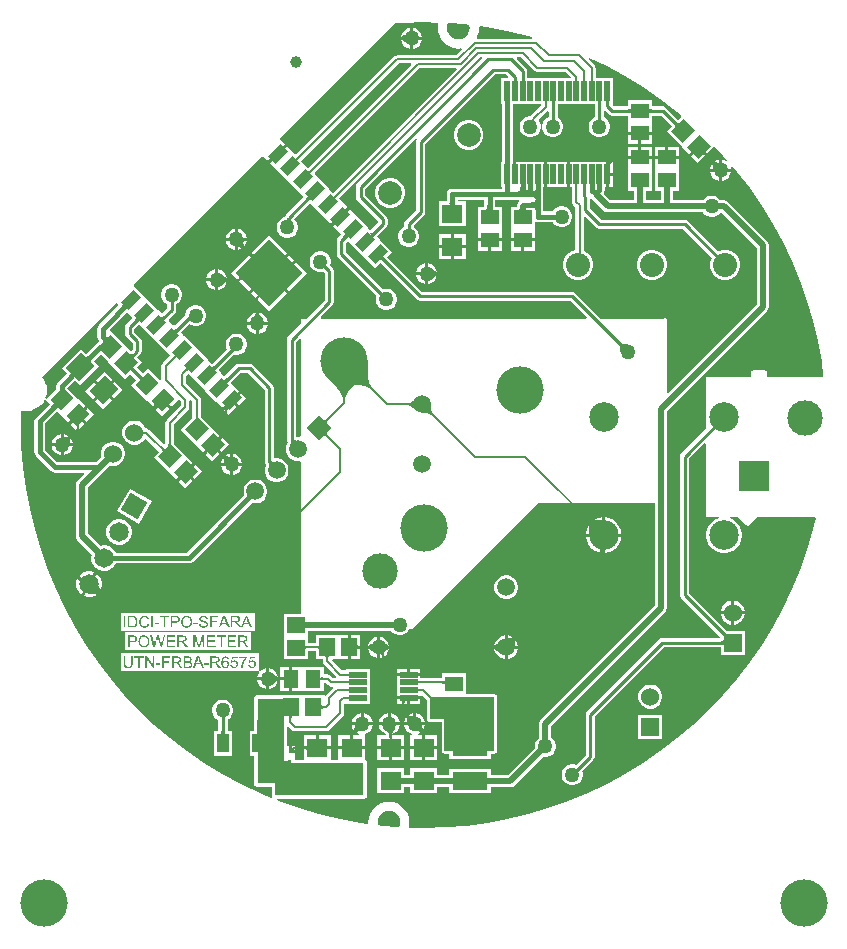
<source format=gtl>
G04*
G04 #@! TF.GenerationSoftware,Altium Limited,Altium Designer,21.6.4 (81)*
G04*
G04 Layer_Physical_Order=1*
G04 Layer_Color=255*
%FSLAX24Y24*%
%MOIN*%
G70*
G04*
G04 #@! TF.SameCoordinates,91C8DFC6-6E0A-4D14-B263-8AF1C318984C*
G04*
G04*
G04 #@! TF.FilePolarity,Positive*
G04*
G01*
G75*
%ADD10C,0.0394*%
%ADD11R,0.0531X0.0591*%
%ADD12R,0.0591X0.0197*%
%ADD13R,0.0591X0.0531*%
%ADD14R,0.0709X0.0630*%
%ADD15R,0.1181X0.0610*%
%ADD16R,0.0512X0.0591*%
%ADD17R,0.0591X0.0512*%
%ADD18R,0.0394X0.0630*%
%ADD19R,0.0098X0.0142*%
G04:AMPARAMS|DCode=20|XSize=59.1mil|YSize=35.4mil|CornerRadius=0mil|HoleSize=0mil|Usage=FLASHONLY|Rotation=45.000|XOffset=0mil|YOffset=0mil|HoleType=Round|Shape=Rectangle|*
%AMROTATEDRECTD20*
4,1,4,-0.0084,-0.0334,-0.0334,-0.0084,0.0084,0.0334,0.0334,0.0084,-0.0084,-0.0334,0.0*
%
%ADD20ROTATEDRECTD20*%

%ADD21P,0.2227X4X90.0*%
G04:AMPARAMS|DCode=22|XSize=51.2mil|YSize=59.1mil|CornerRadius=0mil|HoleSize=0mil|Usage=FLASHONLY|Rotation=135.000|XOffset=0mil|YOffset=0mil|HoleType=Round|Shape=Rectangle|*
%AMROTATEDRECTD22*
4,1,4,0.0390,0.0028,-0.0028,-0.0390,-0.0390,-0.0028,0.0028,0.0390,0.0390,0.0028,0.0*
%
%ADD22ROTATEDRECTD22*%

G04:AMPARAMS|DCode=23|XSize=63mil|YSize=70.9mil|CornerRadius=0mil|HoleSize=0mil|Usage=FLASHONLY|Rotation=315.000|XOffset=0mil|YOffset=0mil|HoleType=Round|Shape=Rectangle|*
%AMROTATEDRECTD23*
4,1,4,-0.0473,-0.0028,0.0028,0.0473,0.0473,0.0028,-0.0028,-0.0473,-0.0473,-0.0028,0.0*
%
%ADD23ROTATEDRECTD23*%

G04:AMPARAMS|DCode=24|XSize=59.1mil|YSize=53.1mil|CornerRadius=0mil|HoleSize=0mil|Usage=FLASHONLY|Rotation=225.000|XOffset=0mil|YOffset=0mil|HoleType=Round|Shape=Rectangle|*
%AMROTATEDRECTD24*
4,1,4,0.0021,0.0397,0.0397,0.0021,-0.0021,-0.0397,-0.0397,-0.0021,0.0021,0.0397,0.0*
%
%ADD24ROTATEDRECTD24*%

%ADD25R,0.0197X0.0650*%
%ADD26C,0.0080*%
%ADD27C,0.0100*%
%ADD28C,0.0200*%
%ADD29C,0.0150*%
%ADD30C,0.0060*%
%ADD31C,0.0700*%
%ADD32R,0.0900X0.2850*%
%ADD33R,0.2950X0.1100*%
%ADD34R,0.0700X0.0750*%
%ADD35R,0.1650X0.1800*%
%ADD36C,0.1575*%
%ADD37C,0.1181*%
%ADD38C,0.0591*%
%ADD39C,0.0600*%
%ADD40R,0.0600X0.0600*%
%ADD41C,0.0800*%
%ADD42R,0.0984X0.0984*%
%ADD43C,0.0984*%
%ADD44P,0.0919X4X285.0*%
%ADD45C,0.0650*%
%ADD46P,0.0835X4X270.0*%
%ADD47C,0.0787*%
%ADD48C,0.0500*%
G36*
X2101Y13264D02*
X2792Y13136D01*
X3476Y12972D01*
X3607Y12933D01*
X3600Y12883D01*
X1787D01*
X1761Y12925D01*
X1788Y12976D01*
X1827Y13104D01*
X1840Y13237D01*
X1838Y13259D01*
X1874Y13294D01*
X2101Y13264D01*
D02*
G37*
G36*
X1404Y13356D02*
X1519Y13340D01*
X1522Y13334D01*
X1535Y13237D01*
X1522Y13139D01*
X1484Y13048D01*
X1424Y12970D01*
X1346Y12910D01*
X1255Y12872D01*
X1157Y12860D01*
X1060Y12872D01*
X969Y12910D01*
X891Y12970D01*
X831Y13048D01*
X793Y13139D01*
X780Y13237D01*
X793Y13334D01*
X821Y13401D01*
X1404Y13356D01*
D02*
G37*
G36*
X3691Y11821D02*
X3734Y11793D01*
X3785Y11782D01*
X4730D01*
X4904Y11609D01*
X4885Y11563D01*
X3868D01*
Y11563D01*
X3753D01*
Y11563D01*
X3451D01*
Y11802D01*
X3440Y11860D01*
X3407Y11910D01*
X3095Y12221D01*
X3114Y12267D01*
X3245D01*
X3691Y11821D01*
D02*
G37*
G36*
X7494Y10565D02*
X7497Y10556D01*
X7502Y10549D01*
X7509Y10542D01*
X7518Y10537D01*
X7529Y10532D01*
X7542Y10529D01*
X7558Y10526D01*
X7575Y10525D01*
X7594Y10524D01*
Y10424D01*
X7575Y10424D01*
X7558Y10422D01*
X7542Y10420D01*
X7529Y10416D01*
X7518Y10412D01*
X7509Y10406D01*
X7502Y10400D01*
X7497Y10392D01*
X7494Y10384D01*
X7493Y10374D01*
Y10574D01*
X7494Y10565D01*
D02*
G37*
G36*
X6906Y10374D02*
X6905Y10384D01*
X6902Y10392D01*
X6897Y10400D01*
X6890Y10406D01*
X6881Y10412D01*
X6870Y10416D01*
X6857Y10420D01*
X6842Y10422D01*
X6825Y10424D01*
X6806Y10424D01*
Y10524D01*
X6825Y10525D01*
X6842Y10526D01*
X6857Y10529D01*
X6870Y10532D01*
X6881Y10537D01*
X6890Y10542D01*
X6897Y10549D01*
X6902Y10556D01*
X6905Y10565D01*
X6906Y10574D01*
Y10374D01*
D02*
G37*
G36*
X6097Y11965D02*
X6715Y11630D01*
X7314Y11263D01*
X7893Y10864D01*
X8451Y10436D01*
X8579Y10327D01*
X8581Y10277D01*
X8485Y10181D01*
X8084Y10582D01*
X8035Y10615D01*
X7976Y10627D01*
X7595D01*
Y10830D01*
X6805D01*
Y10627D01*
X6339D01*
X6295Y10672D01*
X6312Y10713D01*
X6312D01*
Y11563D01*
X6056D01*
Y11563D01*
X5734D01*
Y11898D01*
X5724Y11949D01*
X5695Y11992D01*
X5486Y12201D01*
X5515Y12243D01*
X6097Y11965D01*
D02*
G37*
G36*
X8427Y10095D02*
X8440Y10084D01*
X8452Y10075D01*
X8464Y10068D01*
X8475Y10063D01*
X8485Y10061D01*
X8495Y10061D01*
X8504Y10062D01*
X8512Y10066D01*
X8519Y10072D01*
X8378Y9931D01*
X8384Y9938D01*
X8388Y9946D01*
X8389Y9955D01*
X8389Y9965D01*
X8387Y9975D01*
X8382Y9986D01*
X8375Y9998D01*
X8366Y10010D01*
X8355Y10023D01*
X8342Y10037D01*
X8413Y10108D01*
X8427Y10095D01*
D02*
G37*
G36*
X461Y13417D02*
X486Y13382D01*
X488Y13366D01*
X475Y13237D01*
X488Y13104D01*
X527Y12976D01*
X590Y12858D01*
X675Y12754D01*
X778Y12670D01*
X896Y12607D01*
X1024Y12568D01*
X1157Y12555D01*
X1251Y12564D01*
X1273Y12516D01*
X1090Y12333D01*
X-879D01*
X-930Y12322D01*
X-973Y12294D01*
X-4243Y9024D01*
X-4293D01*
X-4383Y9114D01*
X-4406Y9136D01*
X-4557Y9287D01*
X-4615Y9229D01*
X-4615Y9229D01*
X-4617Y9221D01*
X-4617Y9213D01*
X-4616Y9206D01*
X-4613Y9200D01*
X-4608Y9194D01*
X-4629Y9215D01*
X-4836Y9008D01*
X-5043Y8801D01*
X-5040Y8797D01*
X-5044Y8800D01*
X-5116Y8728D01*
X-4965Y8577D01*
X-4942Y8555D01*
X-4920Y8532D01*
X-4537Y8150D01*
X-4512Y8125D01*
X-4130Y7742D01*
X-4107Y7720D01*
X-4031Y7644D01*
Y7594D01*
X-4605Y7021D01*
X-4638Y6971D01*
X-4645Y6937D01*
X-4685Y6926D01*
X-4765Y6880D01*
X-4830Y6815D01*
X-4876Y6735D01*
X-4900Y6646D01*
Y6554D01*
X-4876Y6465D01*
X-4830Y6385D01*
X-4765Y6320D01*
X-4685Y6274D01*
X-4596Y6250D01*
X-4504D01*
X-4415Y6274D01*
X-4335Y6320D01*
X-4270Y6385D01*
X-4224Y6465D01*
X-4200Y6554D01*
Y6646D01*
X-4224Y6735D01*
X-4270Y6815D01*
X-4324Y6869D01*
X-3790Y7403D01*
X-3712Y7325D01*
X-3677Y7289D01*
X-3667Y7280D01*
X-3294Y6907D01*
X-3285Y6897D01*
X-3249Y6862D01*
X-3098Y6711D01*
X-3040Y6769D01*
X-3040Y6769D01*
X-3038Y6777D01*
X-3038Y6785D01*
X-3039Y6792D01*
X-3042Y6799D01*
X-3047Y6805D01*
X-3026Y6784D01*
X-2819Y6991D01*
X-2539Y7270D01*
X-2690Y7421D01*
X-2700Y7431D01*
X-2735Y7466D01*
X-2828Y7559D01*
X1881Y12267D01*
X1936D01*
X1955Y12221D01*
X-2208Y8058D01*
X-2241Y8009D01*
X-2253Y7950D01*
Y7600D01*
X-2241Y7541D01*
X-2208Y7492D01*
X-1512Y6796D01*
Y6773D01*
X-1777Y6508D01*
X-1855Y6586D01*
X-1865Y6596D01*
X-1900Y6631D01*
X-2273Y7003D01*
X-2308Y7039D01*
X-2318Y7049D01*
X-2469Y7199D01*
X-2748Y6920D01*
X-2955Y6713D01*
X-2934Y6692D01*
X-2940Y6696D01*
X-2947Y6700D01*
X-2954Y6701D01*
X-2961Y6701D01*
X-2970Y6699D01*
X-3028Y6640D01*
X-2877Y6490D01*
X-2841Y6454D01*
X-2832Y6444D01*
X-2754Y6366D01*
X-2860Y6260D01*
X-2893Y6210D01*
X-2905Y6152D01*
Y5702D01*
X-2893Y5643D01*
X-2860Y5594D01*
X-1581Y4315D01*
X-1600Y4246D01*
Y4154D01*
X-1576Y4065D01*
X-1530Y3985D01*
X-1465Y3920D01*
X-1385Y3874D01*
X-1296Y3850D01*
X-1204D01*
X-1115Y3874D01*
X-1035Y3920D01*
X-970Y3985D01*
X-924Y4065D01*
X-900Y4154D01*
Y4246D01*
X-924Y4335D01*
X-970Y4415D01*
X-1035Y4480D01*
X-1115Y4526D01*
X-1204Y4550D01*
X-1296D01*
X-1365Y4531D01*
X-2599Y5765D01*
Y6088D01*
X-2537Y6150D01*
X-2459Y6072D01*
X-2449Y6062D01*
X-2414Y6027D01*
X-2032Y5645D01*
X-2006Y5619D01*
X-1614Y5227D01*
X-1443Y5398D01*
X-236Y4192D01*
X-187Y4159D01*
X-128Y4147D01*
X4887D01*
X5438Y3596D01*
X5418Y3550D01*
X-3418D01*
X-3438Y3596D01*
X-3042Y3992D01*
X-3009Y4041D01*
X-2997Y4100D01*
Y5150D01*
X-3009Y5209D01*
X-3042Y5258D01*
X-3119Y5335D01*
X-3100Y5404D01*
Y5496D01*
X-3124Y5585D01*
X-3170Y5665D01*
X-3235Y5730D01*
X-3315Y5776D01*
X-3404Y5800D01*
X-3496D01*
X-3585Y5776D01*
X-3665Y5730D01*
X-3730Y5665D01*
X-3776Y5585D01*
X-3800Y5496D01*
Y5404D01*
X-3776Y5315D01*
X-3730Y5235D01*
X-3665Y5170D01*
X-3585Y5124D01*
X-3496Y5100D01*
X-3404D01*
X-3340Y5117D01*
X-3303Y5085D01*
Y4163D01*
X-3916Y3550D01*
X-4100D01*
Y3366D01*
X-4508Y2958D01*
X-4541Y2909D01*
X-4553Y2850D01*
Y-493D01*
X-4541Y-551D01*
X-4525Y-575D01*
X-4565Y-644D01*
X-4592Y-744D01*
Y-848D01*
X-4565Y-949D01*
X-4513Y-1039D01*
X-4439Y-1113D01*
X-4349Y-1165D01*
X-4248Y-1192D01*
X-4144D01*
X-4140Y-1190D01*
X-4100Y-1221D01*
Y-6310D01*
X-4645D01*
Y-7008D01*
X-4645Y-7042D01*
X-4645Y-7092D01*
Y-7790D01*
X-3855D01*
Y-7543D01*
X-3590D01*
Y-7795D01*
X-3367D01*
Y-7876D01*
X-3367Y-7876D01*
X-3356Y-7931D01*
X-3325Y-7977D01*
X-2923Y-8379D01*
X-2943Y-8429D01*
X-3019D01*
X-3099Y-8349D01*
X-3145Y-8318D01*
X-3200Y-8307D01*
X-3200Y-8307D01*
X-3320D01*
Y-8055D01*
X-4018D01*
X-4032Y-8055D01*
X-4068D01*
X-4082Y-8055D01*
X-4374D01*
Y-8450D01*
Y-8845D01*
X-4082D01*
X-4068Y-8845D01*
X-4032D01*
X-4018Y-8845D01*
X-3320D01*
Y-8593D01*
X-3259D01*
X-3179Y-8673D01*
X-3179Y-8673D01*
X-3133Y-8704D01*
X-3078Y-8715D01*
X-3078Y-8715D01*
X-3037D01*
X-3017Y-8765D01*
X-3251Y-8999D01*
X-3260Y-9013D01*
X-3310Y-9005D01*
X-3310Y-9005D01*
X-4042D01*
Y-9005D01*
X-4058D01*
Y-9005D01*
X-4616D01*
X-4650Y-8998D01*
X-5550D01*
X-5589Y-9006D01*
X-5622Y-9028D01*
X-5644Y-9061D01*
X-5652Y-9100D01*
Y-9858D01*
X-5652Y-9859D01*
X-5652Y-9859D01*
Y-10185D01*
X-5806D01*
Y-11015D01*
X-5652D01*
Y-11950D01*
X-5644Y-11989D01*
X-5622Y-12022D01*
X-5589Y-12044D01*
X-5550Y-12052D01*
X-5052D01*
Y-12350D01*
X-5045Y-12387D01*
X-5051Y-12396D01*
X-5079Y-12427D01*
X-5462Y-12268D01*
X-6097Y-11965D01*
X-6715Y-11630D01*
X-7314Y-11263D01*
X-7893Y-10864D01*
X-8451Y-10436D01*
X-8986Y-9980D01*
X-9496Y-9496D01*
X-9980Y-8986D01*
X-10436Y-8451D01*
X-10864Y-7893D01*
X-11263Y-7314D01*
X-11630Y-6715D01*
X-11965Y-6097D01*
X-12268Y-5462D01*
X-12537Y-4813D01*
X-12772Y-4150D01*
X-12972Y-3476D01*
X-13136Y-2792D01*
X-13264Y-2101D01*
X-13356Y-1404D01*
X-13411Y-703D01*
X-13429Y0D01*
X-13417Y461D01*
X-13382Y486D01*
X-13366Y488D01*
X-13237Y475D01*
X-13104Y488D01*
X-12976Y527D01*
X-12858Y590D01*
X-12754Y675D01*
X-12670Y778D01*
X-12642Y829D01*
X-12587Y828D01*
X-12470Y711D01*
X-12926Y255D01*
X-12965Y197D01*
X-12978Y129D01*
Y-900D01*
X-12965Y-968D01*
X-12926Y-1026D01*
X-12426Y-1526D01*
X-12426Y-1526D01*
X-12368Y-1565D01*
X-12300Y-1578D01*
X-12300Y-1578D01*
X-11332D01*
X-11313Y-1625D01*
X-11544Y-1856D01*
X-11588Y-1922D01*
X-11604Y-2000D01*
Y-3682D01*
X-11588Y-3760D01*
X-11544Y-3826D01*
X-11058Y-4312D01*
X-11075Y-4376D01*
X-11075Y-4488D01*
X-11046Y-4596D01*
X-10990Y-4693D01*
X-10911Y-4772D01*
X-10814Y-4828D01*
X-10706Y-4857D01*
X-10594Y-4857D01*
X-10486Y-4828D01*
X-10389Y-4772D01*
X-10310Y-4693D01*
X-10262Y-4610D01*
X-7832D01*
X-7764Y-4597D01*
X-7706Y-4558D01*
X-5734Y-2587D01*
X-5663Y-2606D01*
X-5559D01*
X-5458Y-2579D01*
X-5368Y-2527D01*
X-5294Y-2453D01*
X-5242Y-2363D01*
X-5215Y-2263D01*
Y-2159D01*
X-5242Y-2058D01*
X-5294Y-1968D01*
X-5368Y-1894D01*
X-5458Y-1842D01*
X-5559Y-1815D01*
X-5663D01*
X-5763Y-1842D01*
X-5853Y-1894D01*
X-5927Y-1968D01*
X-5979Y-2058D01*
X-6006Y-2159D01*
Y-2263D01*
X-5987Y-2334D01*
X-7906Y-4254D01*
X-10262D01*
X-10310Y-4171D01*
X-10389Y-4092D01*
X-10486Y-4036D01*
X-10594Y-4007D01*
X-10706Y-4007D01*
X-10770Y-4024D01*
X-11196Y-3598D01*
Y-2084D01*
X-10656Y-1544D01*
X-10456Y-1345D01*
X-10410Y-1357D01*
X-10304D01*
X-10203Y-1330D01*
X-10112Y-1277D01*
X-10037Y-1203D01*
X-9984Y-1111D01*
X-9957Y-1010D01*
Y-904D01*
X-9984Y-803D01*
X-10037Y-711D01*
X-10112Y-637D01*
X-10203Y-584D01*
X-10304Y-557D01*
X-10410D01*
X-10511Y-584D01*
X-10603Y-637D01*
X-10677Y-711D01*
X-10730Y-803D01*
X-10757Y-904D01*
Y-1010D01*
X-10745Y-1056D01*
X-10910Y-1222D01*
X-12226D01*
X-12622Y-826D01*
Y55D01*
X-12218Y459D01*
X-12079Y320D01*
X-12057Y298D01*
X-11850Y91D01*
X-11571Y371D01*
X-11291Y650D01*
X-11498Y857D01*
X-11521Y879D01*
X-11543Y902D01*
X-11884Y1243D01*
X-11635Y1492D01*
X-11468Y1325D01*
X-10825Y1968D01*
X-10992Y2135D01*
X-10768Y2359D01*
X-10509Y2100D01*
X-10485Y2076D01*
X-10450Y2041D01*
X-9956Y1547D01*
X-9785Y1719D01*
X-9574Y1508D01*
X-9746Y1337D01*
X-9242Y833D01*
X-9217Y808D01*
X-9000Y591D01*
X-8985Y606D01*
X-9018Y639D01*
X-9007Y650D01*
X-8998Y661D01*
X-8991Y671D01*
X-8986Y680D01*
X-8982Y689D01*
X-8980Y697D01*
X-8979Y705D01*
X-8981Y712D01*
X-8984Y719D01*
X-8989Y724D01*
X-8928Y664D01*
X-8721Y871D01*
X-8686Y836D01*
X-8650Y871D01*
X-8399Y619D01*
X-8160Y858D01*
X-8093Y791D01*
Y659D01*
X-8565Y186D01*
X-8596Y140D01*
X-8607Y86D01*
X-8607Y86D01*
Y-620D01*
X-8657Y-641D01*
X-9149Y-149D01*
X-9195Y-118D01*
X-9250Y-107D01*
X-9250Y-107D01*
X-9274D01*
X-9277Y-96D01*
X-9330Y-4D01*
X-9404Y70D01*
X-9496Y123D01*
X-9597Y150D01*
X-9703D01*
X-9804Y123D01*
X-9896Y70D01*
X-9970Y-4D01*
X-10023Y-96D01*
X-10050Y-197D01*
Y-303D01*
X-10023Y-404D01*
X-9970Y-496D01*
X-9896Y-570D01*
X-9804Y-623D01*
X-9703Y-650D01*
X-9597D01*
X-9496Y-623D01*
X-9404Y-570D01*
X-9330Y-496D01*
X-9305Y-453D01*
X-9256Y-446D01*
X-8824Y-878D01*
X-9003Y-1056D01*
X-8509Y-1550D01*
X-8485Y-1574D01*
X-8450Y-1609D01*
X-8250Y-1809D01*
X-7971Y-1529D01*
X-7764Y-1322D01*
X-7785Y-1301D01*
X-7779Y-1306D01*
X-7773Y-1309D01*
X-7765Y-1310D01*
X-7758Y-1310D01*
X-7749Y-1308D01*
X-7691Y-1250D01*
X-7891Y-1050D01*
X-7915Y-1026D01*
X-7950Y-991D01*
X-8322Y-619D01*
Y26D01*
X-7849Y499D01*
X-7818Y545D01*
X-7807Y600D01*
X-7807Y600D01*
Y819D01*
X-7757Y839D01*
X-7707Y789D01*
Y239D01*
X-8103Y-156D01*
X-7609Y-650D01*
X-7585Y-674D01*
X-7550Y-709D01*
X-7350Y-909D01*
X-7292Y-851D01*
X-7290Y-842D01*
X-7290Y-835D01*
X-7291Y-827D01*
X-7294Y-821D01*
X-7299Y-815D01*
X-7278Y-836D01*
X-7071Y-629D01*
X-6864Y-422D01*
X-6885Y-401D01*
X-6879Y-406D01*
X-6873Y-409D01*
X-6865Y-410D01*
X-6858Y-410D01*
X-6849Y-408D01*
X-6791Y-350D01*
X-6991Y-150D01*
X-7015Y-126D01*
X-7050Y-91D01*
X-7422Y281D01*
Y848D01*
X-7422Y848D01*
X-7433Y903D01*
X-7464Y949D01*
X-7464Y949D01*
X-7907Y1393D01*
Y1641D01*
X-7839Y1709D01*
X-7749Y1618D01*
X-7739Y1608D01*
X-7703Y1573D01*
X-7331Y1200D01*
X-7296Y1165D01*
X-7286Y1155D01*
X-6913Y783D01*
X-6891Y760D01*
X-6868Y738D01*
X-6717Y587D01*
X-6438Y866D01*
X-6158Y1146D01*
X-6309Y1297D01*
X-6332Y1319D01*
X-6407Y1395D01*
Y1445D01*
X-6105Y1747D01*
X-5863D01*
X-5303Y1187D01*
Y-1203D01*
X-5291Y-1262D01*
X-5258Y-1311D01*
X-5252Y-1317D01*
X-5272Y-1351D01*
X-5299Y-1452D01*
Y-1556D01*
X-5272Y-1656D01*
X-5220Y-1746D01*
X-5146Y-1820D01*
X-5056Y-1872D01*
X-4956Y-1899D01*
X-4852D01*
X-4751Y-1872D01*
X-4661Y-1820D01*
X-4587Y-1746D01*
X-4535Y-1656D01*
X-4508Y-1556D01*
Y-1452D01*
X-4535Y-1351D01*
X-4587Y-1261D01*
X-4661Y-1187D01*
X-4751Y-1135D01*
X-4852Y-1108D01*
X-4956D01*
X-4957Y-1109D01*
X-4997Y-1078D01*
Y1250D01*
X-5009Y1309D01*
X-5042Y1358D01*
X-5692Y2008D01*
X-5741Y2041D01*
X-5800Y2053D01*
X-6169D01*
X-6227Y2041D01*
X-6277Y2008D01*
X-6649Y1636D01*
X-6727Y1714D01*
X-6762Y1749D01*
X-6772Y1759D01*
X-6850Y1837D01*
X-6329Y2359D01*
X-6296Y2350D01*
X-6204D01*
X-6115Y2374D01*
X-6035Y2420D01*
X-5970Y2485D01*
X-5924Y2565D01*
X-5900Y2654D01*
Y2746D01*
X-5924Y2835D01*
X-5970Y2915D01*
X-6035Y2980D01*
X-6115Y3026D01*
X-6204Y3050D01*
X-6296D01*
X-6385Y3026D01*
X-6465Y2980D01*
X-6530Y2915D01*
X-6576Y2835D01*
X-6600Y2746D01*
Y2654D01*
X-6576Y2565D01*
X-6568Y2552D01*
X-7066Y2054D01*
X-7144Y2132D01*
X-7154Y2141D01*
X-7190Y2177D01*
X-7572Y2559D01*
X-7980Y2967D01*
X-7989Y2977D01*
X-8025Y3012D01*
X-8103Y3090D01*
X-7819Y3374D01*
X-7815Y3370D01*
X-7735Y3324D01*
X-7646Y3300D01*
X-7554D01*
X-7465Y3324D01*
X-7385Y3370D01*
X-7320Y3435D01*
X-7274Y3515D01*
X-7250Y3604D01*
Y3696D01*
X-7274Y3785D01*
X-7320Y3865D01*
X-7385Y3930D01*
X-7465Y3976D01*
X-7554Y4000D01*
X-7646D01*
X-7735Y3976D01*
X-7815Y3930D01*
X-7880Y3865D01*
X-7926Y3785D01*
X-7950Y3696D01*
Y3675D01*
X-8294Y3331D01*
X-8344D01*
X-8420Y3407D01*
X-8495Y3483D01*
Y3533D01*
X-8292Y3736D01*
X-8259Y3786D01*
X-8247Y3844D01*
Y4034D01*
X-8185Y4070D01*
X-8120Y4135D01*
X-8074Y4215D01*
X-8050Y4304D01*
Y4396D01*
X-8074Y4485D01*
X-8120Y4565D01*
X-8185Y4630D01*
X-8265Y4676D01*
X-8354Y4700D01*
X-8446D01*
X-8535Y4676D01*
X-8615Y4630D01*
X-8680Y4565D01*
X-8726Y4485D01*
X-8750Y4396D01*
Y4304D01*
X-8726Y4215D01*
X-8680Y4135D01*
X-8615Y4070D01*
X-8553Y4034D01*
Y3908D01*
X-8712Y3749D01*
X-8762D01*
X-8837Y3825D01*
X-8860Y3847D01*
X-9232Y4220D01*
X-9255Y4242D01*
X-9277Y4265D01*
X-9646Y4633D01*
X-9660Y4647D01*
X-9655Y4695D01*
X-5395Y8955D01*
X-5347Y8960D01*
X-5333Y8946D01*
X-5186Y8799D01*
X-5171Y8814D01*
X-5182Y8825D01*
X-5171Y8836D01*
X-5162Y8846D01*
X-5155Y8856D01*
X-5150Y8866D01*
X-5146Y8875D01*
X-5144Y8883D01*
X-5144Y8891D01*
X-5145Y8898D01*
X-5148Y8904D01*
X-5153Y8910D01*
X-5114Y8871D01*
X-4907Y9079D01*
X-4700Y9286D01*
X-4721Y9307D01*
X-4715Y9302D01*
X-4708Y9299D01*
X-4701Y9298D01*
X-4694Y9298D01*
X-4685Y9300D01*
X-4627Y9358D01*
X-4774Y9505D01*
X-4788Y9519D01*
X-4783Y9567D01*
X-959Y13391D01*
X-703Y13411D01*
X0Y13429D01*
X461Y13417D01*
D02*
G37*
G36*
X-4182Y8855D02*
X-4190Y8846D01*
X-4197Y8838D01*
X-4202Y8831D01*
X-4207Y8824D01*
X-4209Y8817D01*
X-4211Y8811D01*
X-4211Y8805D01*
X-4210Y8800D01*
X-4208Y8795D01*
X-4204Y8790D01*
X-4289Y8875D01*
X-4285Y8872D01*
X-4280Y8869D01*
X-4274Y8868D01*
X-4269Y8869D01*
X-4262Y8870D01*
X-4256Y8873D01*
X-4249Y8877D01*
X-4241Y8882D01*
X-4233Y8889D01*
X-4225Y8897D01*
X-4182Y8855D01*
D02*
G37*
G36*
X-411Y12021D02*
X-3850Y8581D01*
X-3953Y8684D01*
X-3953D01*
X-3978Y8709D01*
X-4081Y8811D01*
X-825Y12067D01*
X-430D01*
X-411Y12021D01*
D02*
G37*
G36*
X-3765Y8437D02*
X-3773Y8429D01*
X-3779Y8421D01*
X-3785Y8413D01*
X-3789Y8406D01*
X-3792Y8399D01*
X-3793Y8393D01*
X-3794Y8387D01*
X-3793Y8382D01*
X-3790Y8377D01*
X-3787Y8373D01*
X-3872Y8458D01*
X-3867Y8454D01*
X-3862Y8452D01*
X-3857Y8451D01*
X-3851Y8451D01*
X-3845Y8452D01*
X-3838Y8455D01*
X-3831Y8459D01*
X-3824Y8465D01*
X-3816Y8472D01*
X-3807Y8480D01*
X-3765Y8437D01*
D02*
G37*
G36*
X3647Y8037D02*
X3644Y8033D01*
X3640Y8025D01*
X3637Y8015D01*
X3635Y8001D01*
X3633Y7985D01*
X3630Y7943D01*
X3630Y7916D01*
X3631Y7897D01*
X3635Y7871D01*
X3643Y7849D01*
X3653Y7829D01*
X3667Y7812D01*
X3682Y7800D01*
X3698Y7812D01*
X3711Y7829D01*
X3722Y7849D01*
X3729Y7871D01*
X3734Y7897D01*
X3735Y7925D01*
X3885Y7700D01*
X3769Y7525D01*
X3885Y7350D01*
X3735Y7125D01*
X3734Y7153D01*
X3729Y7179D01*
X3722Y7201D01*
X3711Y7221D01*
X3698Y7237D01*
X3681Y7251D01*
X3662Y7261D01*
X3639Y7269D01*
X3614Y7273D01*
X3585Y7275D01*
Y7425D01*
X3614Y7426D01*
X3639Y7431D01*
X3662Y7438D01*
X3681Y7449D01*
X3698Y7462D01*
X3711Y7479D01*
X3722Y7498D01*
X3729Y7521D01*
X3730Y7525D01*
X3729Y7529D01*
X3722Y7552D01*
X3711Y7571D01*
X3698Y7588D01*
X3681Y7601D01*
X3662Y7612D01*
X3639Y7619D01*
X3614Y7624D01*
X3585Y7625D01*
Y7646D01*
X3554Y7625D01*
X3426Y7710D01*
X3298Y7625D01*
X3073Y7775D01*
X3102Y7776D01*
X3127Y7781D01*
X3150Y7789D01*
X3169Y7799D01*
X3186Y7812D01*
X3199Y7829D01*
X3210Y7849D01*
X3217Y7871D01*
X3222Y7897D01*
X3223Y7925D01*
X3373D01*
X3375Y7897D01*
X3379Y7871D01*
X3387Y7849D01*
X3397Y7829D01*
X3411Y7812D01*
X3426Y7800D01*
X3442Y7812D01*
X3455Y7829D01*
X3466Y7849D01*
X3473Y7871D01*
X3478Y7897D01*
X3479Y7919D01*
X3474Y8001D01*
X3471Y8015D01*
X3468Y8025D01*
X3465Y8033D01*
X3461Y8037D01*
X3457Y8039D01*
X3652D01*
X3647Y8037D01*
D02*
G37*
G36*
X1100Y11861D02*
X-3015Y7746D01*
X-3108Y7839D01*
X-3143Y7874D01*
X-3153Y7884D01*
X-3525Y8256D01*
X-3548Y8279D01*
X-3638Y8369D01*
Y8419D01*
X-149Y11907D01*
X1081D01*
X1100Y11861D01*
D02*
G37*
G36*
X5731Y7811D02*
X5751Y7829D01*
X5804Y7881D01*
X5911Y7775D01*
X5829Y7686D01*
X5730Y7785D01*
X5630Y7686D01*
X5629Y7688D01*
X5627Y7692D01*
X5623Y7697D01*
X5600Y7722D01*
X5549Y7775D01*
X5655Y7881D01*
X5731Y7811D01*
D02*
G37*
G36*
X-2930Y7602D02*
X-2938Y7594D01*
X-2944Y7586D01*
X-2950Y7578D01*
X-2954Y7571D01*
X-2957Y7564D01*
X-2958Y7558D01*
X-2959Y7552D01*
X-2957Y7547D01*
X-2955Y7542D01*
X-2952Y7538D01*
X-3036Y7622D01*
X-3032Y7619D01*
X-3027Y7617D01*
X-3022Y7615D01*
X-3016Y7616D01*
X-3010Y7617D01*
X-3003Y7620D01*
X-2996Y7624D01*
X-2988Y7630D01*
X-2980Y7636D01*
X-2972Y7644D01*
X-2930Y7602D01*
D02*
G37*
G36*
X-3755Y7513D02*
X-3762Y7519D01*
X-3771Y7523D01*
X-3780Y7524D01*
X-3789Y7524D01*
X-3799Y7521D01*
X-3811Y7517D01*
X-3822Y7510D01*
X-3835Y7501D01*
X-3848Y7490D01*
X-3862Y7476D01*
X-3933Y7547D01*
X-3919Y7561D01*
X-3908Y7574D01*
X-3899Y7587D01*
X-3893Y7599D01*
X-3888Y7610D01*
X-3885Y7620D01*
X-3885Y7630D01*
X-3887Y7639D01*
X-3890Y7647D01*
X-3896Y7654D01*
X-3755Y7513D01*
D02*
G37*
G36*
X1026Y7486D02*
X1028Y7461D01*
X1032Y7438D01*
X1037Y7418D01*
X1044Y7402D01*
X1052Y7388D01*
X1062Y7377D01*
X1073Y7370D01*
X1086Y7365D01*
X1100Y7364D01*
X800D01*
X814Y7365D01*
X827Y7370D01*
X838Y7377D01*
X848Y7388D01*
X856Y7402D01*
X863Y7418D01*
X868Y7438D01*
X872Y7461D01*
X874Y7486D01*
X875Y7515D01*
X1025D01*
X1026Y7486D01*
D02*
G37*
G36*
X3376Y7300D02*
X3378Y7274D01*
X3382Y7252D01*
X3387Y7232D01*
X3394Y7215D01*
X3402Y7202D01*
X3412Y7191D01*
X3423Y7184D01*
X3436Y7179D01*
X3450Y7178D01*
X3150D01*
X3164Y7179D01*
X3177Y7184D01*
X3188Y7191D01*
X3198Y7202D01*
X3206Y7215D01*
X3213Y7232D01*
X3218Y7252D01*
X3222Y7274D01*
X3224Y7300D01*
X3225Y7329D01*
X3375D01*
X3376Y7300D01*
D02*
G37*
G36*
X2276D02*
X2278Y7274D01*
X2282Y7252D01*
X2287Y7232D01*
X2294Y7215D01*
X2302Y7202D01*
X2312Y7191D01*
X2323Y7184D01*
X2336Y7179D01*
X2350Y7178D01*
X2050D01*
X2064Y7179D01*
X2077Y7184D01*
X2088Y7191D01*
X2098Y7202D01*
X2106Y7215D01*
X2113Y7232D01*
X2118Y7252D01*
X2122Y7274D01*
X2124Y7300D01*
X2125Y7329D01*
X2275D01*
X2276Y7300D01*
D02*
G37*
G36*
X-4446Y6897D02*
X-4444Y6869D01*
X-4443Y6857D01*
X-4441Y6847D01*
X-4438Y6837D01*
X-4435Y6830D01*
X-4431Y6823D01*
X-4427Y6818D01*
X-4422Y6815D01*
X-4577Y6849D01*
X-4571Y6850D01*
X-4566Y6852D01*
X-4562Y6856D01*
X-4558Y6860D01*
X-4554Y6866D01*
X-4552Y6873D01*
X-4549Y6881D01*
X-4548Y6890D01*
X-4547Y6901D01*
X-4547Y6912D01*
X-4447D01*
X-4446Y6897D01*
D02*
G37*
G36*
X-1634Y6363D02*
X-1648Y6349D01*
X-1659Y6336D01*
X-1668Y6324D01*
X-1674Y6312D01*
X-1679Y6301D01*
X-1682Y6291D01*
X-1682Y6281D01*
X-1680Y6272D01*
X-1677Y6264D01*
X-1671Y6257D01*
X-1812Y6398D01*
X-1805Y6392D01*
X-1796Y6388D01*
X-1787Y6386D01*
X-1778Y6387D01*
X-1768Y6389D01*
X-1757Y6394D01*
X-1745Y6401D01*
X-1732Y6410D01*
X-1719Y6421D01*
X-1705Y6434D01*
X-1634Y6363D01*
D02*
G37*
G36*
X-2502Y6260D02*
X-2510Y6266D01*
X-2518Y6270D01*
X-2527Y6272D01*
X-2536Y6271D01*
X-2547Y6269D01*
X-2558Y6264D01*
X-2570Y6257D01*
X-2582Y6248D01*
X-2595Y6237D01*
X-2609Y6224D01*
X-2680Y6294D01*
X-2667Y6308D01*
X-2656Y6322D01*
X-2647Y6334D01*
X-2640Y6346D01*
X-2635Y6357D01*
X-2633Y6367D01*
X-2632Y6377D01*
X-2634Y6386D01*
X-2638Y6394D01*
X-2644Y6401D01*
X-2502Y6260D01*
D02*
G37*
G36*
X2821Y11613D02*
X2800Y11563D01*
X2588D01*
Y10713D01*
X2608D01*
Y8787D01*
X2588D01*
Y7937D01*
X2608D01*
Y7878D01*
X950D01*
X882Y7865D01*
X824Y7826D01*
X785Y7768D01*
X772Y7700D01*
Y7466D01*
X496D01*
Y6636D01*
X1404D01*
Y7466D01*
X1128D01*
Y7522D01*
X2022D01*
Y7280D01*
X1805D01*
Y6582D01*
X1805Y6568D01*
Y6532D01*
X1805Y6518D01*
Y6226D01*
X2200D01*
X2595D01*
Y6518D01*
X2595Y6532D01*
Y6568D01*
X2595Y6582D01*
Y7280D01*
X2378D01*
Y7522D01*
X3152D01*
X3165Y7493D01*
X3171Y7472D01*
X3135Y7418D01*
X3122Y7350D01*
Y7280D01*
X2905D01*
Y6582D01*
X2905Y6568D01*
Y6532D01*
X2905Y6518D01*
Y6226D01*
X3300D01*
X3594D01*
Y6256D01*
X3595Y6248D01*
X3597Y6242D01*
X3601Y6236D01*
X3607Y6230D01*
X3614Y6226D01*
X3695D01*
Y6518D01*
X3695Y6532D01*
Y6568D01*
X3695Y6582D01*
Y6763D01*
X3734Y6784D01*
X3745Y6784D01*
X3810Y6772D01*
X4299D01*
X4320Y6735D01*
X4385Y6670D01*
X4465Y6624D01*
X4554Y6600D01*
X4646D01*
X4735Y6624D01*
X4815Y6670D01*
X4880Y6735D01*
X4926Y6815D01*
X4950Y6904D01*
Y6996D01*
X4926Y7085D01*
X4880Y7165D01*
X4815Y7230D01*
X4735Y7276D01*
X4646Y7300D01*
X4554D01*
X4465Y7276D01*
X4385Y7230D01*
X4320Y7165D01*
X4299Y7128D01*
X3989D01*
Y7350D01*
Y7700D01*
Y7937D01*
X4016D01*
Y8362D01*
Y8787D01*
X4009D01*
Y8787D01*
X3093D01*
Y8362D01*
X2993D01*
Y8787D01*
X2965D01*
Y10713D01*
X2985D01*
Y10713D01*
X3100D01*
Y10713D01*
X3497D01*
Y10713D01*
X3612D01*
Y10713D01*
X3894D01*
X3911Y10663D01*
X3556Y10308D01*
X3551Y10300D01*
X3504D01*
X3415Y10276D01*
X3335Y10230D01*
X3270Y10165D01*
X3224Y10085D01*
X3200Y9996D01*
Y9904D01*
X3224Y9815D01*
X3270Y9735D01*
X3335Y9670D01*
X3415Y9624D01*
X3504Y9600D01*
X3596D01*
X3685Y9624D01*
X3765Y9670D01*
X3830Y9735D01*
X3876Y9815D01*
X3900Y9904D01*
Y9996D01*
X3876Y10085D01*
X3830Y10165D01*
X3823Y10172D01*
X4119Y10467D01*
X4169Y10447D01*
Y10277D01*
X4165Y10276D01*
X4085Y10230D01*
X4020Y10165D01*
X3974Y10085D01*
X3950Y9996D01*
Y9904D01*
X3974Y9815D01*
X4020Y9735D01*
X4085Y9670D01*
X4165Y9624D01*
X4254Y9600D01*
X4346D01*
X4435Y9624D01*
X4515Y9670D01*
X4580Y9735D01*
X4626Y9815D01*
X4650Y9904D01*
Y9996D01*
X4626Y10085D01*
X4580Y10165D01*
X4515Y10230D01*
X4475Y10253D01*
Y10713D01*
X4891D01*
Y10713D01*
X5288D01*
Y10713D01*
X5403D01*
Y10713D01*
X5705D01*
Y10270D01*
X5635Y10230D01*
X5570Y10165D01*
X5524Y10085D01*
X5500Y9996D01*
Y9904D01*
X5524Y9815D01*
X5570Y9735D01*
X5635Y9670D01*
X5715Y9624D01*
X5804Y9600D01*
X5896D01*
X5985Y9624D01*
X6065Y9670D01*
X6130Y9735D01*
X6176Y9815D01*
X6200Y9904D01*
Y9996D01*
X6176Y10085D01*
X6130Y10165D01*
X6065Y10230D01*
X6010Y10262D01*
Y10458D01*
X6057Y10477D01*
X6168Y10366D01*
X6217Y10333D01*
X6276Y10321D01*
X6805D01*
Y10132D01*
X6805Y10118D01*
Y10082D01*
X6805Y10068D01*
Y9776D01*
X7200D01*
X7595D01*
Y10068D01*
X7595Y10082D01*
Y10118D01*
X7595Y10132D01*
Y10321D01*
X7913D01*
X8269Y9965D01*
X8097Y9794D01*
X8615Y9276D01*
Y9276D01*
X8626Y9265D01*
X8850Y9041D01*
X8908Y9099D01*
X8910Y9108D01*
X8910Y9115D01*
X8909Y9123D01*
X8906Y9129D01*
X8901Y9135D01*
X8922Y9114D01*
X9129Y9321D01*
X9164Y9286D01*
X9200Y9321D01*
X9458Y9062D01*
X9663Y9267D01*
X9713Y9267D01*
X9980Y8986D01*
X10098Y8848D01*
X10065Y8809D01*
X10035Y8826D01*
X9950Y8849D01*
Y8550D01*
X10249D01*
X10232Y8614D01*
X10277Y8638D01*
X10436Y8451D01*
X10864Y7893D01*
X11263Y7314D01*
X11630Y6715D01*
X11965Y6097D01*
X12268Y5462D01*
X12537Y4813D01*
X12772Y4150D01*
X12972Y3476D01*
X13136Y2792D01*
X13264Y2101D01*
X13325Y1638D01*
X13292Y1600D01*
X11452D01*
Y1750D01*
X11444Y1789D01*
X11422Y1822D01*
X11389Y1844D01*
X11350Y1852D01*
X11000D01*
X10961Y1844D01*
X10928Y1822D01*
X10906Y1789D01*
X10898Y1750D01*
Y1600D01*
X9400D01*
Y-131D01*
X8592Y-939D01*
X8559Y-989D01*
X8547Y-1047D01*
Y-5650D01*
X8559Y-5709D01*
X8592Y-5758D01*
X9881Y-7047D01*
X9860Y-7097D01*
X7950D01*
X7891Y-7109D01*
X7842Y-7142D01*
X5442Y-9542D01*
X5409Y-9591D01*
X5397Y-9650D01*
Y-10987D01*
X5065Y-11319D01*
X4996Y-11300D01*
X4904D01*
X4815Y-11324D01*
X4735Y-11370D01*
X4670Y-11435D01*
X4624Y-11515D01*
X4600Y-11604D01*
Y-11696D01*
X4624Y-11785D01*
X4670Y-11865D01*
X4735Y-11930D01*
X4815Y-11976D01*
X4904Y-12000D01*
X4996D01*
X5085Y-11976D01*
X5165Y-11930D01*
X5230Y-11865D01*
X5276Y-11785D01*
X5300Y-11696D01*
Y-11604D01*
X5281Y-11535D01*
X5658Y-11158D01*
X5691Y-11109D01*
X5703Y-11050D01*
Y-9713D01*
X8013Y-7403D01*
X9900D01*
Y-7650D01*
X10700D01*
Y-6850D01*
X10116D01*
X8853Y-5587D01*
Y-1111D01*
X9354Y-610D01*
X9400Y-629D01*
Y-3050D01*
X9834D01*
X9843Y-3099D01*
X9735Y-3144D01*
X9638Y-3209D01*
X9556Y-3291D01*
X9491Y-3388D01*
X9446Y-3496D01*
X9424Y-3610D01*
Y-3727D01*
X9446Y-3841D01*
X9491Y-3949D01*
X9556Y-4046D01*
X9638Y-4128D01*
X9735Y-4193D01*
X9843Y-4238D01*
X9957Y-4261D01*
X10074D01*
X10188Y-4238D01*
X10296Y-4193D01*
X10393Y-4128D01*
X10476Y-4046D01*
X10540Y-3949D01*
X10585Y-3841D01*
X10608Y-3727D01*
Y-3610D01*
X10585Y-3496D01*
X10540Y-3388D01*
X10476Y-3291D01*
X10393Y-3209D01*
X10296Y-3144D01*
X10188Y-3099D01*
X10198Y-3050D01*
X10456D01*
X10728Y-3322D01*
X10761Y-3344D01*
X10800Y-3352D01*
X10839Y-3344D01*
X10872Y-3322D01*
X11122Y-3072D01*
X11137Y-3050D01*
X13033D01*
X13064Y-3089D01*
X12972Y-3476D01*
X12772Y-4150D01*
X12537Y-4813D01*
X12268Y-5462D01*
X11965Y-6097D01*
X11630Y-6715D01*
X11263Y-7314D01*
X10864Y-7893D01*
X10436Y-8451D01*
X9980Y-8986D01*
X9496Y-9496D01*
X8986Y-9980D01*
X8451Y-10436D01*
X7893Y-10864D01*
X7314Y-11263D01*
X6715Y-11630D01*
X6097Y-11965D01*
X5462Y-12268D01*
X4813Y-12537D01*
X4150Y-12772D01*
X3476Y-12972D01*
X2792Y-13136D01*
X2101Y-13264D01*
X1404Y-13356D01*
X703Y-13411D01*
X0Y-13429D01*
X-461Y-13417D01*
X-486Y-13382D01*
X-488Y-13366D01*
X-475Y-13237D01*
X-488Y-13104D01*
X-527Y-12976D01*
X-590Y-12858D01*
X-675Y-12754D01*
X-778Y-12670D01*
X-896Y-12607D01*
X-1024Y-12568D01*
X-1157Y-12555D01*
X-1291Y-12568D01*
X-1419Y-12607D01*
X-1537Y-12670D01*
X-1640Y-12754D01*
X-1725Y-12858D01*
X-1788Y-12976D01*
X-1827Y-13104D01*
X-1840Y-13237D01*
X-1838Y-13259D01*
X-1874Y-13294D01*
X-2101Y-13264D01*
X-2792Y-13136D01*
X-3476Y-12972D01*
X-4150Y-12772D01*
X-4813Y-12537D01*
X-4898Y-12502D01*
X-4888Y-12452D01*
X-2000D01*
X-1961Y-12444D01*
X-1928Y-12422D01*
X-1906Y-12389D01*
X-1898Y-12350D01*
Y-11250D01*
X-1906Y-11211D01*
X-1928Y-11178D01*
X-1934Y-11173D01*
X-1946Y-11164D01*
X-1946Y-11164D01*
Y-10799D01*
X-2400D01*
X-2752D01*
Y-10829D01*
X-2753Y-10821D01*
X-2755Y-10814D01*
X-2759Y-10808D01*
X-2765Y-10803D01*
X-2772Y-10799D01*
X-2854D01*
Y-11148D01*
X-3096D01*
Y-10799D01*
X-3177D01*
X-3184Y-10803D01*
X-3190Y-10808D01*
X-3194Y-10814D01*
X-3196Y-10821D01*
X-3197Y-10829D01*
Y-10799D01*
X-3550D01*
X-3902D01*
Y-10829D01*
X-3903Y-10821D01*
X-3905Y-10814D01*
X-3909Y-10808D01*
X-3915Y-10803D01*
X-3922Y-10799D01*
X-4004D01*
Y-11148D01*
X-4301D01*
Y-11056D01*
X-4301D01*
Y-11044D01*
X-4301D01*
Y-10923D01*
X-4407D01*
X-4406Y-10931D01*
X-4403Y-10938D01*
X-4413Y-10923D01*
X-4450D01*
Y-10873D01*
X-4500D01*
Y-10702D01*
X-4548D01*
Y-10069D01*
X-4502Y-10050D01*
X-4401Y-10151D01*
X-4355Y-10182D01*
X-4300Y-10193D01*
X-4300Y-10193D01*
X-3250D01*
X-3250Y-10193D01*
X-3195Y-10182D01*
X-3149Y-10151D01*
X-2699Y-9701D01*
X-2699Y-9701D01*
X-2668Y-9655D01*
X-2657Y-9600D01*
X-2657Y-9600D01*
Y-9291D01*
X-2642Y-9281D01*
X-2592Y-9282D01*
Y-9282D01*
X-1801D01*
Y-9026D01*
Y-8770D01*
Y-8515D01*
Y-8118D01*
X-2592D01*
Y-8173D01*
X-2725D01*
X-3053Y-7845D01*
X-3032Y-7795D01*
X-2858Y-7795D01*
X-2808Y-7795D01*
X-2526D01*
Y-7400D01*
Y-7005D01*
X-2808D01*
X-2842Y-7005D01*
X-2892Y-7005D01*
X-3590D01*
Y-7257D01*
X-3855D01*
Y-7092D01*
X-3855Y-7058D01*
X-3855Y-7008D01*
Y-6854D01*
X-1086D01*
X-1080Y-6865D01*
X-1015Y-6930D01*
X-935Y-6976D01*
X-846Y-7000D01*
X-754D01*
X-665Y-6976D01*
X-585Y-6930D01*
X-520Y-6865D01*
X-482Y-6800D01*
X-400D01*
X3800Y-2600D01*
X7696D01*
Y-6016D01*
X3906Y-9806D01*
X3862Y-9872D01*
X3846Y-9950D01*
Y-10414D01*
X3835Y-10420D01*
X3770Y-10485D01*
X3724Y-10565D01*
X3700Y-10654D01*
Y-10746D01*
X3703Y-10758D01*
X2805Y-11657D01*
X2241D01*
Y-11456D01*
X859D01*
Y-11657D01*
X454D01*
Y-11436D01*
X-454D01*
Y-11647D01*
X-646D01*
Y-11436D01*
X-1554D01*
Y-12266D01*
X-646D01*
Y-12055D01*
X-454D01*
Y-12266D01*
X454D01*
Y-12065D01*
X859D01*
Y-12266D01*
X2241D01*
Y-12065D01*
X2889D01*
X2967Y-12049D01*
X3033Y-12005D01*
X3992Y-11047D01*
X4004Y-11050D01*
X4096D01*
X4185Y-11026D01*
X4265Y-10980D01*
X4330Y-10915D01*
X4376Y-10835D01*
X4400Y-10746D01*
Y-10654D01*
X4376Y-10565D01*
X4330Y-10485D01*
X4265Y-10420D01*
X4254Y-10414D01*
Y-10034D01*
X8044Y-6244D01*
X8088Y-6178D01*
X8104Y-6100D01*
Y466D01*
X11444Y3806D01*
X11488Y3872D01*
X11504Y3950D01*
Y6000D01*
X11504Y6000D01*
X11488Y6078D01*
X11444Y6144D01*
X10144Y7444D01*
X10078Y7488D01*
X10000Y7504D01*
X9886D01*
X9880Y7515D01*
X9815Y7580D01*
X9735Y7626D01*
X9646Y7650D01*
X9554D01*
X9465Y7626D01*
X9385Y7580D01*
X9320Y7515D01*
X9314Y7504D01*
X8304D01*
Y7820D01*
X8495D01*
Y8518D01*
X8495Y8532D01*
Y8568D01*
X8495Y8582D01*
Y8874D01*
X8414D01*
D01*
X8407Y8870D01*
X8401Y8864D01*
X8397Y8858D01*
X8395Y8852D01*
X8394Y8844D01*
Y8874D01*
X8100D01*
X7807D01*
Y8844D01*
X7806Y8852D01*
X7804Y8858D01*
X7800Y8864D01*
X7794Y8870D01*
X7787Y8874D01*
X7705D01*
Y8582D01*
X7705Y8568D01*
Y8532D01*
X7705Y8518D01*
Y7820D01*
X7896D01*
Y7504D01*
X7404D01*
Y7820D01*
X7595D01*
Y8518D01*
X7595Y8532D01*
Y8568D01*
X7595Y8582D01*
Y8874D01*
X7514D01*
D01*
X7507Y8870D01*
X7501Y8864D01*
X7497Y8858D01*
X7495Y8852D01*
X7494Y8844D01*
Y8874D01*
X7200D01*
X6805D01*
Y8582D01*
X6805Y8568D01*
Y8532D01*
X6805Y8518D01*
Y7820D01*
X6996D01*
Y7504D01*
X6214D01*
X5997Y7721D01*
X6022Y7760D01*
X6036Y7828D01*
Y7937D01*
X6063D01*
Y8362D01*
Y8787D01*
X4884D01*
Y8362D01*
Y7937D01*
X4947D01*
Y7444D01*
X4947Y7444D01*
X4958Y7389D01*
X4989Y7343D01*
X5057Y7275D01*
Y5843D01*
X4957Y5816D01*
X4843Y5750D01*
X4750Y5657D01*
X4684Y5543D01*
X4650Y5416D01*
Y5284D01*
X4684Y5157D01*
X4750Y5043D01*
X4843Y4950D01*
X4957Y4884D01*
X5084Y4850D01*
X5216D01*
X5343Y4884D01*
X5457Y4950D01*
X5550Y5043D01*
X5616Y5157D01*
X5650Y5284D01*
Y5416D01*
X5616Y5543D01*
X5550Y5657D01*
X5457Y5750D01*
X5343Y5816D01*
X5343Y5816D01*
Y6926D01*
X5389Y6945D01*
X5742Y6592D01*
X5791Y6559D01*
X5850Y6547D01*
X8637D01*
X9605Y5579D01*
X9584Y5543D01*
X9550Y5416D01*
Y5284D01*
X9584Y5157D01*
X9650Y5043D01*
X9743Y4950D01*
X9857Y4884D01*
X9984Y4850D01*
X10116D01*
X10243Y4884D01*
X10357Y4950D01*
X10450Y5043D01*
X10516Y5157D01*
X10550Y5284D01*
Y5416D01*
X10516Y5543D01*
X10450Y5657D01*
X10357Y5750D01*
X10243Y5816D01*
X10116Y5850D01*
X9984D01*
X9857Y5816D01*
X9821Y5795D01*
X8808Y6808D01*
X8759Y6841D01*
X8700Y6853D01*
X5913D01*
X5543Y7223D01*
Y7529D01*
X5563Y7542D01*
X5593Y7548D01*
X5985Y7156D01*
X6051Y7112D01*
X6130Y7096D01*
X9314D01*
X9320Y7085D01*
X9385Y7020D01*
X9465Y6974D01*
X9554Y6950D01*
X9646D01*
X9735Y6974D01*
X9815Y7020D01*
X9880Y7085D01*
X9931Y7081D01*
X11096Y5916D01*
Y4034D01*
X8146Y1085D01*
X8100Y1104D01*
Y3550D01*
X8050Y3600D01*
X8000Y3550D01*
X5916D01*
X5058Y4408D01*
X5009Y4441D01*
X4950Y4453D01*
X-65D01*
X-1227Y5615D01*
X-1055Y5786D01*
X-1447Y6178D01*
X-1447D01*
X-1473Y6204D01*
X-1561Y6291D01*
X-1251Y6601D01*
X-1218Y6651D01*
X-1206Y6709D01*
Y6859D01*
X-1218Y6918D01*
X-1251Y6967D01*
X-1947Y7663D01*
Y7887D01*
X-254Y9580D01*
X-215Y9548D01*
X-241Y9509D01*
X-253Y9450D01*
Y7163D01*
X-608Y6808D01*
X-641Y6759D01*
X-653Y6700D01*
Y6616D01*
X-715Y6580D01*
X-780Y6515D01*
X-826Y6435D01*
X-850Y6346D01*
Y6254D01*
X-826Y6165D01*
X-780Y6085D01*
X-715Y6020D01*
X-635Y5974D01*
X-546Y5950D01*
X-454D01*
X-365Y5974D01*
X-285Y6020D01*
X-220Y6085D01*
X-174Y6165D01*
X-150Y6254D01*
Y6346D01*
X-174Y6435D01*
X-220Y6515D01*
X-285Y6580D01*
X-318Y6599D01*
X-324Y6659D01*
X8Y6992D01*
X41Y7041D01*
X53Y7100D01*
Y9387D01*
X2363Y11697D01*
X2737D01*
X2821Y11613D01*
D02*
G37*
G36*
X-1342Y5641D02*
X-1346Y5633D01*
X-1347Y5624D01*
X-1347Y5615D01*
X-1344Y5605D01*
X-1340Y5594D01*
X-1333Y5582D01*
X-1324Y5570D01*
X-1313Y5557D01*
X-1300Y5543D01*
X-1371Y5472D01*
X-1385Y5485D01*
X-1398Y5496D01*
X-1410Y5505D01*
X-1422Y5512D01*
X-1433Y5516D01*
X-1443Y5519D01*
X-1453Y5519D01*
X-1461Y5517D01*
X-1470Y5513D01*
X-1477Y5507D01*
X-1336Y5649D01*
X-1342Y5641D01*
D02*
G37*
G36*
X-9844Y3858D02*
X-9855Y3867D01*
X-9868Y3873D01*
X-9881Y3876D01*
X-9895Y3875D01*
X-9911Y3871D01*
X-9927Y3864D01*
X-9945Y3854D01*
X-9964Y3841D01*
X-9983Y3824D01*
X-10004Y3804D01*
X-10110Y3910D01*
X-10090Y3931D01*
X-10074Y3951D01*
X-10061Y3970D01*
X-10050Y3987D01*
X-10043Y4004D01*
X-10040Y4019D01*
X-10039Y4034D01*
X-10042Y4047D01*
X-10047Y4059D01*
X-10056Y4070D01*
X-9844Y3858D01*
D02*
G37*
G36*
X-8594Y3580D02*
X-8607Y3566D01*
X-8618Y3552D01*
X-8627Y3540D01*
X-8634Y3528D01*
X-8639Y3517D01*
X-8641Y3507D01*
X-8642Y3497D01*
X-8640Y3488D01*
X-8636Y3480D01*
X-8630Y3473D01*
X-8772Y3614D01*
X-8764Y3608D01*
X-8756Y3604D01*
X-8747Y3602D01*
X-8738Y3603D01*
X-8727Y3605D01*
X-8716Y3610D01*
X-8704Y3617D01*
X-8692Y3626D01*
X-8679Y3637D01*
X-8665Y3650D01*
X-8594Y3580D01*
D02*
G37*
G36*
X-9462Y3476D02*
X-9469Y3482D01*
X-9478Y3486D01*
X-9487Y3488D01*
X-9496Y3487D01*
X-9506Y3485D01*
X-9517Y3480D01*
X-9529Y3473D01*
X-9542Y3464D01*
X-9555Y3453D01*
X-9569Y3440D01*
X-9640Y3511D01*
X-9626Y3525D01*
X-9615Y3538D01*
X-9606Y3550D01*
X-9600Y3562D01*
X-9595Y3573D01*
X-9592Y3583D01*
X-9592Y3593D01*
X-9594Y3602D01*
X-9597Y3610D01*
X-9603Y3617D01*
X-9462Y3476D01*
D02*
G37*
G36*
X-8176Y3162D02*
X-8190Y3148D01*
X-8201Y3135D01*
X-8210Y3122D01*
X-8217Y3111D01*
X-8221Y3099D01*
X-8224Y3089D01*
X-8224Y3080D01*
X-8223Y3071D01*
X-8219Y3063D01*
X-8213Y3055D01*
X-8354Y3196D01*
X-8347Y3190D01*
X-8339Y3187D01*
X-8330Y3185D01*
X-8320Y3185D01*
X-8310Y3188D01*
X-8299Y3193D01*
X-8287Y3199D01*
X-8274Y3208D01*
X-8261Y3219D01*
X-8247Y3233D01*
X-8176Y3162D01*
D02*
G37*
G36*
X-10628Y2984D02*
X-10610Y2968D01*
X-10593Y2956D01*
X-10577Y2946D01*
X-10562Y2940D01*
X-10549Y2936D01*
X-10536Y2935D01*
X-10524Y2936D01*
X-10514Y2941D01*
X-10504Y2949D01*
X-10700Y2753D01*
X-10692Y2763D01*
X-10688Y2773D01*
X-10686Y2785D01*
X-10687Y2797D01*
X-10691Y2811D01*
X-10698Y2826D01*
X-10707Y2842D01*
X-10720Y2859D01*
X-10735Y2877D01*
X-10753Y2896D01*
X-10647Y3002D01*
X-10628Y2984D01*
D02*
G37*
G36*
X-9872Y3741D02*
X-9814Y3683D01*
X-9738Y3607D01*
Y3557D01*
X-9908Y3388D01*
X-9941Y3338D01*
X-9953Y3279D01*
Y3050D01*
X-9941Y2991D01*
X-9908Y2942D01*
X-9703Y2737D01*
Y2534D01*
X-9764Y2473D01*
X-9891Y2600D01*
X-9915Y2624D01*
X-9950Y2659D01*
X-10444Y3153D01*
X-10471Y3191D01*
X-9922Y3741D01*
X-9872D01*
D02*
G37*
G36*
X6570Y2752D02*
X6587Y2741D01*
X6606Y2731D01*
X6627Y2722D01*
X6650Y2715D01*
X6675Y2709D01*
X6702Y2705D01*
X6732Y2702D01*
X6798Y2700D01*
X6550Y2453D01*
X6550Y2486D01*
X6545Y2548D01*
X6541Y2575D01*
X6535Y2600D01*
X6528Y2623D01*
X6519Y2644D01*
X6509Y2663D01*
X6498Y2680D01*
X6485Y2694D01*
X6556Y2765D01*
X6570Y2752D01*
D02*
G37*
G36*
X-10174Y4043D02*
Y3993D01*
X-10826Y3341D01*
X-10865Y3283D01*
X-10878Y3215D01*
Y2949D01*
X-10865Y2880D01*
X-10826Y2823D01*
X-10808Y2805D01*
X-10836Y2762D01*
X-10854Y2758D01*
X-10912Y2720D01*
X-10912Y2720D01*
X-11245Y2387D01*
X-11412Y2554D01*
X-12054Y1912D01*
X-11887Y1745D01*
X-12191Y1441D01*
X-12229Y1383D01*
X-12243Y1315D01*
Y1189D01*
X-12566Y866D01*
X-12607Y896D01*
X-12568Y1024D01*
X-12555Y1157D01*
X-12568Y1291D01*
X-12607Y1419D01*
X-12670Y1537D01*
X-12728Y1607D01*
X-10800Y3500D01*
Y3550D01*
X-10267Y4083D01*
X-10219Y4088D01*
X-10174Y4043D01*
D02*
G37*
G36*
X-9622Y2329D02*
X-9635Y2315D01*
X-9646Y2302D01*
X-9655Y2289D01*
X-9662Y2277D01*
X-9666Y2266D01*
X-9669Y2256D01*
X-9669Y2246D01*
X-9668Y2237D01*
X-9664Y2229D01*
X-9658Y2222D01*
X-9799Y2363D01*
X-9792Y2357D01*
X-9784Y2353D01*
X-9775Y2352D01*
X-9765Y2352D01*
X-9755Y2355D01*
X-9744Y2359D01*
X-9732Y2366D01*
X-9719Y2375D01*
X-9706Y2386D01*
X-9692Y2400D01*
X-9622Y2329D01*
D02*
G37*
G36*
X-11031Y2242D02*
X-11051Y2222D01*
X-11067Y2202D01*
X-11081Y2183D01*
X-11091Y2166D01*
X-11098Y2149D01*
X-11102Y2134D01*
X-11102Y2119D01*
X-11100Y2106D01*
X-11094Y2094D01*
X-11085Y2083D01*
X-11297Y2295D01*
X-11286Y2286D01*
X-11274Y2280D01*
X-11260Y2277D01*
X-11246Y2278D01*
X-11230Y2282D01*
X-11214Y2289D01*
X-11196Y2299D01*
X-11178Y2312D01*
X-11158Y2329D01*
X-11137Y2349D01*
X-11031Y2242D01*
D02*
G37*
G36*
X-8223Y2237D02*
X-8229Y2242D01*
X-8236Y2245D01*
X-8243Y2247D01*
X-8251Y2246D01*
X-8259Y2244D01*
X-8268Y2241D01*
X-8277Y2235D01*
X-8287Y2228D01*
X-8298Y2219D01*
X-8309Y2208D01*
X-8366Y2265D01*
X-8355Y2276D01*
X-8346Y2287D01*
X-8339Y2297D01*
X-8333Y2306D01*
X-8330Y2315D01*
X-8328Y2323D01*
X-8327Y2331D01*
X-8329Y2338D01*
X-8332Y2345D01*
X-8337Y2351D01*
X-8223Y2237D01*
D02*
G37*
G36*
X-6924Y1909D02*
X-6937Y1895D01*
X-6948Y1882D01*
X-6957Y1870D01*
X-6964Y1858D01*
X-6969Y1847D01*
X-6971Y1836D01*
X-6972Y1827D01*
X-6970Y1818D01*
X-6966Y1810D01*
X-6960Y1802D01*
X-7101Y1944D01*
X-7094Y1938D01*
X-7086Y1934D01*
X-7077Y1932D01*
X-7067Y1933D01*
X-7057Y1935D01*
X-7046Y1940D01*
X-7034Y1947D01*
X-7022Y1956D01*
X-7008Y1967D01*
X-6994Y1980D01*
X-6924Y1909D01*
D02*
G37*
G36*
X-7811Y1825D02*
X-7817Y1830D01*
X-7824Y1833D01*
X-7831Y1835D01*
X-7839Y1834D01*
X-7847Y1832D01*
X-7856Y1829D01*
X-7865Y1823D01*
X-7875Y1816D01*
X-7886Y1807D01*
X-7897Y1796D01*
X-7954Y1853D01*
X-7943Y1864D01*
X-7934Y1875D01*
X-7927Y1885D01*
X-7921Y1894D01*
X-7918Y1903D01*
X-7916Y1911D01*
X-7915Y1919D01*
X-7917Y1926D01*
X-7920Y1933D01*
X-7925Y1939D01*
X-7811Y1825D01*
D02*
G37*
G36*
X-9685Y1963D02*
X-9688Y1954D01*
X-9690Y1946D01*
X-9690Y1936D01*
X-9687Y1926D01*
X-9683Y1915D01*
X-9676Y1903D01*
X-9667Y1890D01*
X-9656Y1877D01*
X-9642Y1863D01*
X-9713Y1792D01*
X-9727Y1806D01*
X-9740Y1817D01*
X-9753Y1826D01*
X-9765Y1833D01*
X-9776Y1837D01*
X-9786Y1840D01*
X-9796Y1840D01*
X-9804Y1838D01*
X-9813Y1835D01*
X-9820Y1829D01*
X-9679Y1970D01*
X-9685Y1963D01*
D02*
G37*
G36*
X-6506Y1492D02*
X-6519Y1478D01*
X-6530Y1464D01*
X-6539Y1452D01*
X-6546Y1440D01*
X-6551Y1429D01*
X-6554Y1419D01*
X-6554Y1409D01*
X-6552Y1400D01*
X-6548Y1392D01*
X-6542Y1385D01*
X-6684Y1526D01*
X-6676Y1520D01*
X-6668Y1516D01*
X-6659Y1515D01*
X-6650Y1515D01*
X-6639Y1518D01*
X-6628Y1522D01*
X-6617Y1529D01*
X-6604Y1538D01*
X-6591Y1549D01*
X-6577Y1562D01*
X-6506Y1492D01*
D02*
G37*
G36*
X-9472Y3341D02*
X-9396Y3266D01*
X-9374Y3243D01*
X-9001Y2871D01*
X-8979Y2848D01*
X-8956Y2825D01*
X-8584Y2453D01*
X-8574Y2443D01*
X-8539Y2408D01*
X-8453Y2323D01*
X-8701Y2075D01*
X-8732Y2029D01*
X-8743Y1974D01*
X-8743Y1974D01*
Y1522D01*
X-8793Y1502D01*
X-9187Y1896D01*
X-9358Y1724D01*
X-9569Y1935D01*
X-9397Y2106D01*
X-9548Y2257D01*
X-9442Y2363D01*
X-9409Y2413D01*
X-9397Y2471D01*
Y2800D01*
X-9409Y2859D01*
X-9442Y2908D01*
X-9647Y3113D01*
Y3216D01*
X-9522Y3341D01*
X-9472D01*
D02*
G37*
G36*
X-9416Y1637D02*
X-9403Y1626D01*
X-9390Y1617D01*
X-9378Y1611D01*
X-9367Y1606D01*
X-9357Y1603D01*
X-9347Y1603D01*
X-9339Y1605D01*
X-9330Y1608D01*
X-9323Y1614D01*
X-9464Y1473D01*
X-9458Y1480D01*
X-9455Y1489D01*
X-9453Y1497D01*
X-9453Y1507D01*
X-9456Y1517D01*
X-9460Y1528D01*
X-9467Y1540D01*
X-9476Y1553D01*
X-9487Y1566D01*
X-9501Y1580D01*
X-9430Y1651D01*
X-9416Y1637D01*
D02*
G37*
G36*
X-1870Y2000D02*
X-1841Y1566D01*
X-1826Y1487D01*
X-1809Y1419D01*
X-1789Y1362D01*
X-1765Y1317D01*
X-1739Y1284D01*
X-1796Y1227D01*
X-1829Y1253D01*
X-1874Y1277D01*
X-1931Y1297D01*
X-1999Y1315D01*
X-2078Y1329D01*
X-2169Y1341D01*
X-2322Y1351D01*
X-2490Y1159D01*
X-2536Y1092D01*
X-2571Y1032D01*
X-2597Y977D01*
X-2612Y929D01*
X-2617Y887D01*
X-2697D01*
X-2703Y929D01*
X-2718Y977D01*
X-2743Y1032D01*
X-2779Y1092D01*
X-2825Y1159D01*
X-2882Y1231D01*
X-3025Y1395D01*
X-3209Y1583D01*
X-2425D01*
X-1870Y2138D01*
X-1870Y2000D01*
D02*
G37*
G36*
X-12165Y551D02*
X-12177Y560D01*
X-12189Y566D01*
X-12202Y569D01*
X-12217Y568D01*
X-12232Y564D01*
X-12249Y557D01*
X-12266Y547D01*
X-12285Y534D01*
X-12305Y517D01*
X-12325Y497D01*
X-12432Y603D01*
X-12412Y624D01*
X-12395Y644D01*
X-12382Y663D01*
X-12372Y680D01*
X-12365Y697D01*
X-12361Y712D01*
X-12360Y727D01*
X-12363Y740D01*
X-12369Y752D01*
X-12378Y763D01*
X-12165Y551D01*
D02*
G37*
G36*
X-261Y493D02*
X-293Y525D01*
X-353Y578D01*
X-381Y600D01*
X-407Y618D01*
X-432Y633D01*
X-456Y645D01*
X-479Y653D01*
X-500Y658D01*
X-520Y660D01*
Y740D01*
X-500Y742D01*
X-479Y747D01*
X-456Y755D01*
X-432Y767D01*
X-407Y782D01*
X-381Y800D01*
X-353Y822D01*
X-293Y875D01*
X-261Y907D01*
Y493D01*
D02*
G37*
G36*
X245Y652D02*
X250Y572D01*
X255Y537D01*
X260Y505D01*
X268Y477D01*
X276Y452D01*
X286Y430D01*
X298Y411D01*
X310Y396D01*
X254Y340D01*
X239Y352D01*
X220Y364D01*
X198Y374D01*
X173Y382D01*
X145Y390D01*
X113Y395D01*
X78Y400D01*
X-2Y405D01*
X-47Y405D01*
X245Y697D01*
X245Y652D01*
D02*
G37*
G36*
X-3197Y147D02*
X-3207Y136D01*
X-3216Y125D01*
X-3223Y115D01*
X-3229Y106D01*
X-3233Y97D01*
X-3235Y88D01*
X-3235Y81D01*
X-3234Y74D01*
X-3230Y67D01*
X-3226Y61D01*
X-3339Y174D01*
X-3333Y170D01*
X-3326Y166D01*
X-3319Y165D01*
X-3312Y165D01*
X-3303Y167D01*
X-3294Y171D01*
X-3285Y177D01*
X-3275Y184D01*
X-3264Y193D01*
X-3253Y203D01*
X-3197Y147D01*
D02*
G37*
G36*
X-3230Y-247D02*
X-3233Y-253D01*
X-3234Y-260D01*
X-3234Y-268D01*
X-3232Y-276D01*
X-3228Y-285D01*
X-3223Y-294D01*
X-3216Y-304D01*
X-3207Y-315D01*
X-3197Y-326D01*
X-3253Y-382D01*
X-3264Y-372D01*
X-3275Y-363D01*
X-3285Y-356D01*
X-3294Y-350D01*
X-3303Y-347D01*
X-3311Y-345D01*
X-3318Y-345D01*
X-3326Y-346D01*
X-3332Y-349D01*
X-3338Y-354D01*
X-3225Y-241D01*
X-3230Y-247D01*
D02*
G37*
G36*
X-4100Y2868D02*
Y-372D01*
X-4140Y-402D01*
X-4144Y-401D01*
X-4247D01*
Y2787D01*
X-4146Y2888D01*
X-4100Y2868D01*
D02*
G37*
G36*
X-4353Y-469D02*
X-4330Y-488D01*
X-4320Y-495D01*
X-4310Y-501D01*
X-4301Y-506D01*
X-4293Y-509D01*
X-4285Y-511D01*
X-4277Y-512D01*
X-4271Y-511D01*
X-4415Y-598D01*
X-4411Y-592D01*
X-4408Y-587D01*
X-4407Y-581D01*
X-4407Y-574D01*
X-4408Y-567D01*
X-4411Y-560D01*
X-4415Y-553D01*
X-4420Y-545D01*
X-4427Y-537D01*
X-4435Y-528D01*
X-4365Y-457D01*
X-4353Y-469D01*
D02*
G37*
G36*
X-8424Y-604D02*
X-8421Y-645D01*
X-8418Y-661D01*
X-8414Y-675D01*
X-8410Y-685D01*
X-8405Y-693D01*
X-8399Y-698D01*
X-8392Y-700D01*
X-8384Y-700D01*
X-8544Y-741D01*
X-8537Y-738D01*
X-8530Y-732D01*
X-8524Y-723D01*
X-8519Y-711D01*
X-8514Y-696D01*
X-8511Y-679D01*
X-8508Y-659D01*
X-8505Y-610D01*
X-8504Y-581D01*
X-8424Y-580D01*
X-8424Y-604D01*
D02*
G37*
G36*
X-8669Y-774D02*
X-8658Y-783D01*
X-8648Y-790D01*
X-8639Y-795D01*
X-8630Y-799D01*
X-8622Y-801D01*
X-8614Y-801D01*
X-8607Y-800D01*
X-8601Y-797D01*
X-8595Y-792D01*
X-8708Y-905D01*
X-8703Y-899D01*
X-8700Y-893D01*
X-8699Y-886D01*
X-8699Y-878D01*
X-8701Y-870D01*
X-8705Y-861D01*
X-8710Y-852D01*
X-8717Y-842D01*
X-8726Y-831D01*
X-8736Y-820D01*
X-8680Y-764D01*
X-8669Y-774D01*
D02*
G37*
G36*
X-5101Y-1181D02*
X-5087Y-1192D01*
X-5074Y-1201D01*
X-5061Y-1209D01*
X-5047Y-1215D01*
X-5034Y-1220D01*
X-5022Y-1222D01*
X-5009Y-1223D01*
X-4996Y-1222D01*
X-4984Y-1219D01*
X-5158Y-1353D01*
X-5152Y-1342D01*
X-5148Y-1331D01*
X-5147Y-1320D01*
X-5147Y-1309D01*
X-5148Y-1297D01*
X-5152Y-1286D01*
X-5158Y-1274D01*
X-5165Y-1262D01*
X-5174Y-1250D01*
X-5185Y-1238D01*
X-5115Y-1168D01*
X-5101Y-1181D01*
D02*
G37*
G36*
X10002Y-7350D02*
X10001Y-7340D01*
X9998Y-7332D01*
X9993Y-7325D01*
X9986Y-7318D01*
X9977Y-7312D01*
X9966Y-7308D01*
X9953Y-7304D01*
X9938Y-7302D01*
X9920Y-7301D01*
X9901Y-7300D01*
Y-7200D01*
X9920Y-7200D01*
X9938Y-7198D01*
X9953Y-7196D01*
X9966Y-7192D01*
X9977Y-7188D01*
X9986Y-7182D01*
X9993Y-7175D01*
X9998Y-7168D01*
X10001Y-7160D01*
X10002Y-7150D01*
Y-7350D01*
D02*
G37*
G36*
X-3489Y-7480D02*
X-3489Y-7472D01*
X-3492Y-7466D01*
X-3496Y-7460D01*
X-3501Y-7454D01*
X-3509Y-7450D01*
X-3517Y-7446D01*
X-3528Y-7444D01*
X-3540Y-7442D01*
X-3553Y-7440D01*
X-3569Y-7440D01*
Y-7360D01*
X-3553Y-7360D01*
X-3540Y-7358D01*
X-3528Y-7356D01*
X-3517Y-7354D01*
X-3509Y-7350D01*
X-3501Y-7346D01*
X-3496Y-7340D01*
X-3492Y-7334D01*
X-3489Y-7328D01*
X-3489Y-7320D01*
Y-7480D01*
D02*
G37*
G36*
X-3956Y-7328D02*
X-3954Y-7334D01*
X-3950Y-7340D01*
X-3944Y-7346D01*
X-3937Y-7350D01*
X-3928Y-7354D01*
X-3917Y-7356D01*
X-3905Y-7358D01*
X-3891Y-7360D01*
X-3876Y-7360D01*
Y-7440D01*
X-3891Y-7440D01*
X-3905Y-7442D01*
X-3917Y-7444D01*
X-3928Y-7446D01*
X-3937Y-7450D01*
X-3944Y-7454D01*
X-3950Y-7460D01*
X-3954Y-7466D01*
X-3956Y-7472D01*
X-3957Y-7480D01*
Y-7320D01*
X-3956Y-7328D01*
D02*
G37*
G36*
X-3152Y-7694D02*
X-3158Y-7696D01*
X-3164Y-7700D01*
X-3170Y-7706D01*
X-3174Y-7713D01*
X-3178Y-7722D01*
X-3180Y-7733D01*
X-3182Y-7745D01*
X-3184Y-7759D01*
X-3184Y-7774D01*
X-3264D01*
X-3264Y-7759D01*
X-3266Y-7745D01*
X-3268Y-7733D01*
X-3270Y-7722D01*
X-3274Y-7713D01*
X-3278Y-7706D01*
X-3284Y-7700D01*
X-3290Y-7696D01*
X-3296Y-7694D01*
X-3304Y-7693D01*
X-3144D01*
X-3152Y-7694D01*
D02*
G37*
G36*
X-3422Y-8378D02*
X-3419Y-8384D01*
X-3415Y-8390D01*
X-3409Y-8396D01*
X-3402Y-8400D01*
X-3393Y-8404D01*
X-3383Y-8406D01*
X-3371Y-8408D01*
X-3357Y-8410D01*
X-3341Y-8410D01*
Y-8490D01*
X-3357Y-8490D01*
X-3371Y-8492D01*
X-3383Y-8494D01*
X-3393Y-8496D01*
X-3402Y-8500D01*
X-3409Y-8504D01*
X-3415Y-8510D01*
X-3419Y-8516D01*
X-3422Y-8522D01*
X-3422Y-8530D01*
Y-8370D01*
X-3422Y-8378D01*
D02*
G37*
G36*
X-3411Y-9328D02*
X-3408Y-9334D01*
X-3404Y-9340D01*
X-3399Y-9346D01*
X-3391Y-9350D01*
X-3383Y-9354D01*
X-3372Y-9356D01*
X-3360Y-9358D01*
X-3347Y-9360D01*
X-3331Y-9360D01*
Y-9440D01*
X-3347Y-9440D01*
X-3360Y-9442D01*
X-3372Y-9444D01*
X-3383Y-9446D01*
X-3391Y-9450D01*
X-3399Y-9454D01*
X-3404Y-9460D01*
X-3408Y-9466D01*
X-3411Y-9472D01*
X-3411Y-9480D01*
Y-9320D01*
X-3411Y-9328D01*
D02*
G37*
G36*
X-4687Y-9480D02*
X-4688Y-9472D01*
X-4691Y-9466D01*
X-4695Y-9460D01*
X-4700Y-9454D01*
X-4708Y-9450D01*
X-4717Y-9446D01*
X-4727Y-9444D01*
X-4739Y-9442D01*
X-4753Y-9440D01*
X-4769Y-9440D01*
Y-9360D01*
X-4753Y-9360D01*
X-4739Y-9358D01*
X-4727Y-9356D01*
X-4717Y-9354D01*
X-4708Y-9350D01*
X-4700Y-9346D01*
X-4695Y-9340D01*
X-4691Y-9334D01*
X-4688Y-9328D01*
X-4687Y-9320D01*
Y-9480D01*
D02*
G37*
G36*
X-4378Y-9694D02*
X-4384Y-9696D01*
X-4390Y-9700D01*
X-4396Y-9706D01*
X-4400Y-9713D01*
X-4404Y-9722D01*
X-4406Y-9733D01*
X-4408Y-9745D01*
X-4410Y-9759D01*
X-4410Y-9774D01*
X-4490D01*
X-4490Y-9759D01*
X-4492Y-9745D01*
X-4494Y-9733D01*
X-4496Y-9722D01*
X-4500Y-9713D01*
X-4504Y-9706D01*
X-4510Y-9700D01*
X-4516Y-9696D01*
X-4522Y-9694D01*
X-4530Y-9693D01*
X-4370D01*
X-4378Y-9694D01*
D02*
G37*
G36*
X-5469Y-10222D02*
X-5468Y-10235D01*
X-5466Y-10248D01*
X-5463Y-10258D01*
X-5459Y-10267D01*
X-5455Y-10274D01*
X-5450Y-10280D01*
X-5444Y-10284D01*
X-5437Y-10287D01*
X-5429Y-10287D01*
X-5589D01*
X-5582Y-10287D01*
X-5575Y-10284D01*
X-5569Y-10280D01*
X-5564Y-10274D01*
X-5559Y-10267D01*
X-5556Y-10258D01*
X-5553Y-10248D01*
X-5551Y-10235D01*
X-5550Y-10222D01*
X-5549Y-10206D01*
X-5469D01*
X-5469Y-10222D01*
D02*
G37*
G36*
X-5314Y-10591D02*
X-5312Y-10595D01*
X-5309Y-10598D01*
X-5305Y-10601D01*
X-5299Y-10604D01*
X-5292Y-10606D01*
X-5283Y-10608D01*
X-5273Y-10609D01*
X-5262Y-10610D01*
X-5250Y-10610D01*
Y-10690D01*
X-5262Y-10690D01*
X-5283Y-10692D01*
X-5292Y-10694D01*
X-5299Y-10696D01*
X-5305Y-10699D01*
X-5309Y-10702D01*
X-5312Y-10705D01*
X-5314Y-10709D01*
X-5315Y-10714D01*
Y-10586D01*
X-5314Y-10591D01*
D02*
G37*
G36*
X-4498Y-11297D02*
X-4402D01*
X-4404Y-11298D01*
X-4405Y-11300D01*
X-4406Y-11304D01*
X-4407Y-11310D01*
X-4408Y-11317D01*
X-4409Y-11336D01*
X-4410Y-11377D01*
X-4490D01*
X-4490Y-11362D01*
X-4494Y-11304D01*
X-4495Y-11300D01*
X-4496Y-11298D01*
X-4498Y-11297D01*
X-4499Y-11291D01*
X-4501Y-11286D01*
X-4505Y-11282D01*
X-4511Y-11278D01*
X-4518Y-11275D01*
X-4527Y-11272D01*
X-4537Y-11270D01*
X-4549Y-11268D01*
X-4563Y-11267D01*
X-4578Y-11267D01*
Y-11187D01*
X-4563Y-11187D01*
X-4537Y-11185D01*
X-4527Y-11182D01*
X-4518Y-11180D01*
X-4511Y-11176D01*
X-4505Y-11173D01*
X-4501Y-11168D01*
X-4499Y-11163D01*
X-4498Y-11157D01*
Y-11297D01*
D02*
G37*
G36*
X-2752Y-11931D02*
X-2753Y-11924D01*
X-2755Y-11917D01*
X-2759Y-11911D01*
X-2765Y-11906D01*
X-2772Y-11901D01*
X-2781Y-11898D01*
X-2792Y-11895D01*
X-2804Y-11893D01*
X-2818Y-11892D01*
X-2833Y-11891D01*
Y-11811D01*
X-2818Y-11811D01*
X-2804Y-11810D01*
X-2792Y-11808D01*
X-2781Y-11805D01*
X-2772Y-11801D01*
X-2765Y-11797D01*
X-2759Y-11792D01*
X-2755Y-11786D01*
X-2753Y-11779D01*
X-2752Y-11771D01*
Y-11931D01*
D02*
G37*
G36*
X-3196Y-11779D02*
X-3194Y-11786D01*
X-3190Y-11792D01*
X-3184Y-11797D01*
X-3177Y-11801D01*
X-3168Y-11805D01*
X-3158Y-11808D01*
X-3146Y-11810D01*
X-3132Y-11811D01*
X-3117Y-11811D01*
Y-11891D01*
X-3132Y-11892D01*
X-3146Y-11893D01*
X-3158Y-11895D01*
X-3168Y-11898D01*
X-3177Y-11901D01*
X-3184Y-11906D01*
X-3190Y-11911D01*
X-3194Y-11917D01*
X-3196Y-11924D01*
X-3197Y-11931D01*
Y-11771D01*
X-3196Y-11779D01*
D02*
G37*
G36*
X-3902Y-11931D02*
X-3903Y-11924D01*
X-3905Y-11917D01*
X-3909Y-11911D01*
X-3915Y-11906D01*
X-3922Y-11901D01*
X-3931Y-11898D01*
X-3942Y-11895D01*
X-3954Y-11893D01*
X-3968Y-11892D01*
X-3983Y-11891D01*
Y-11811D01*
X-3968Y-11811D01*
X-3954Y-11810D01*
X-3942Y-11808D01*
X-3931Y-11805D01*
X-3922Y-11801D01*
X-3915Y-11797D01*
X-3909Y-11792D01*
X-3905Y-11786D01*
X-3903Y-11779D01*
X-3902Y-11771D01*
Y-11931D01*
D02*
G37*
G36*
X-1060Y-12872D02*
X-969Y-12910D01*
X-891Y-12970D01*
X-831Y-13048D01*
X-793Y-13139D01*
X-780Y-13237D01*
X-793Y-13334D01*
X-821Y-13401D01*
X-1404Y-13356D01*
X-1519Y-13340D01*
X-1522Y-13334D01*
X-1535Y-13237D01*
X-1522Y-13139D01*
X-1484Y-13048D01*
X-1424Y-12970D01*
X-1346Y-12910D01*
X-1255Y-12872D01*
X-1157Y-12860D01*
X-1060Y-12872D01*
D02*
G37*
%LPC*%
G36*
X-350Y13249D02*
Y12950D01*
X-51D01*
X-74Y13035D01*
X-120Y13115D01*
X-185Y13180D01*
X-265Y13226D01*
X-350Y13249D01*
D02*
G37*
G36*
X-450D02*
X-535Y13226D01*
X-615Y13180D01*
X-680Y13115D01*
X-726Y13035D01*
X-749Y12950D01*
X-747D01*
X-741Y12952D01*
X-721Y12962D01*
X-699Y12974D01*
X-677Y12989D01*
X-654Y13006D01*
X-605Y13049D01*
X-579Y13075D01*
Y12950D01*
X-450D01*
Y13249D01*
D02*
G37*
G36*
Y12850D02*
X-579D01*
Y12725D01*
X-605Y12751D01*
X-654Y12794D01*
X-677Y12811D01*
X-699Y12826D01*
X-721Y12838D01*
X-741Y12848D01*
X-747Y12850D01*
X-749D01*
X-726Y12765D01*
X-680Y12685D01*
X-615Y12620D01*
X-535Y12574D01*
X-450Y12551D01*
Y12850D01*
D02*
G37*
G36*
X-51D02*
X-350D01*
Y12551D01*
X-265Y12574D01*
X-185Y12620D01*
X-120Y12685D01*
X-74Y12765D01*
X-51Y12850D01*
D02*
G37*
G36*
X-6200Y6549D02*
Y6250D01*
X-5901D01*
X-5924Y6335D01*
X-5970Y6415D01*
X-6035Y6480D01*
X-6115Y6526D01*
X-6200Y6549D01*
D02*
G37*
G36*
X-6300D02*
X-6385Y6526D01*
X-6465Y6480D01*
X-6530Y6415D01*
X-6576Y6335D01*
X-6599Y6250D01*
X-6300D01*
Y6549D01*
D02*
G37*
G36*
X-6028Y6150D02*
X-6200D01*
Y6011D01*
X-6028Y6150D01*
D02*
G37*
G36*
X-5901D02*
X-6004D01*
X-6005Y6136D01*
X-6007Y6074D01*
X-6005Y6046D01*
X-6001Y6020D01*
X-5996Y5997D01*
X-5989Y5976D01*
X-5986Y5969D01*
X-5970Y5985D01*
X-5924Y6065D01*
X-5901Y6150D01*
D02*
G37*
G36*
X-6200Y5942D02*
Y5851D01*
X-6115Y5874D01*
X-6062Y5904D01*
X-6067Y5907D01*
X-6088Y5915D01*
X-6112Y5923D01*
X-6138Y5930D01*
X-6200Y5942D01*
D02*
G37*
G36*
X-6300Y6150D02*
X-6599D01*
X-6576Y6065D01*
X-6530Y5985D01*
X-6465Y5920D01*
X-6385Y5874D01*
X-6300Y5851D01*
Y6150D01*
D02*
G37*
G36*
X-5161Y6328D02*
X-5753Y5736D01*
X-5734Y5717D01*
X-5722Y5730D01*
X-5711Y5720D01*
X-5702Y5711D01*
X-5692Y5705D01*
X-5684Y5699D01*
X-5676Y5696D01*
X-5668Y5694D01*
X-5661Y5693D01*
X-5655Y5694D01*
X-5649Y5696D01*
X-5644Y5700D01*
X-5681Y5664D01*
X-5161Y5144D01*
X-4569Y5736D01*
X-5161Y6328D01*
D02*
G37*
G36*
X-6850Y5199D02*
Y4900D01*
X-6721D01*
Y5025D01*
X-6695Y4999D01*
X-6646Y4956D01*
X-6623Y4939D01*
X-6601Y4924D01*
X-6579Y4912D01*
X-6559Y4902D01*
X-6553Y4900D01*
X-6551D01*
X-6574Y4985D01*
X-6620Y5065D01*
X-6685Y5130D01*
X-6765Y5176D01*
X-6850Y5199D01*
D02*
G37*
G36*
X-6950D02*
X-7035Y5176D01*
X-7115Y5130D01*
X-7180Y5065D01*
X-7226Y4985D01*
X-7249Y4900D01*
X-6950D01*
Y5199D01*
D02*
G37*
G36*
X-6551Y4800D02*
X-6553D01*
X-6559Y4798D01*
X-6579Y4788D01*
X-6601Y4776D01*
X-6623Y4761D01*
X-6646Y4744D01*
X-6695Y4701D01*
X-6721Y4675D01*
Y4800D01*
X-6850D01*
Y4501D01*
X-6765Y4524D01*
X-6685Y4570D01*
X-6620Y4635D01*
X-6574Y4715D01*
X-6551Y4800D01*
D02*
G37*
G36*
X-6950D02*
X-7249D01*
X-7226Y4715D01*
X-7180Y4635D01*
X-7115Y4570D01*
X-7035Y4524D01*
X-6950Y4501D01*
Y4800D01*
D02*
G37*
G36*
X-4498Y5666D02*
X-5090Y5073D01*
X-4498Y4481D01*
X-3906Y5073D01*
X-4498Y5666D01*
D02*
G37*
G36*
X-5824Y5666D02*
X-6416Y5073D01*
X-5824Y4481D01*
X-5232Y5073D01*
X-5751Y5593D01*
X-5773Y5572D01*
X-5768Y5578D01*
X-5765Y5584D01*
X-5763Y5592D01*
X-5764Y5599D01*
X-5766Y5607D01*
X-5766Y5607D01*
X-5824Y5666D01*
D02*
G37*
G36*
X-5161Y5003D02*
X-5753Y4411D01*
X-5161Y3818D01*
X-4569Y4411D01*
X-5161Y5003D01*
D02*
G37*
G36*
X-5500Y3749D02*
Y3747D01*
X-5498Y3741D01*
X-5488Y3721D01*
X-5476Y3699D01*
X-5461Y3677D01*
X-5444Y3654D01*
X-5401Y3605D01*
X-5375Y3579D01*
X-5500D01*
Y3450D01*
X-5201D01*
X-5224Y3535D01*
X-5270Y3615D01*
X-5335Y3680D01*
X-5415Y3726D01*
X-5500Y3749D01*
D02*
G37*
G36*
X-5600D02*
X-5685Y3726D01*
X-5765Y3680D01*
X-5830Y3615D01*
X-5876Y3535D01*
X-5899Y3450D01*
X-5600D01*
Y3579D01*
X-5725D01*
X-5699Y3605D01*
X-5656Y3654D01*
X-5639Y3677D01*
X-5624Y3699D01*
X-5612Y3721D01*
X-5602Y3741D01*
X-5600Y3747D01*
Y3749D01*
D02*
G37*
G36*
X-5201Y3350D02*
X-5500D01*
Y3051D01*
X-5415Y3074D01*
X-5335Y3120D01*
X-5270Y3185D01*
X-5224Y3265D01*
X-5201Y3350D01*
D02*
G37*
G36*
X-5600D02*
X-5899D01*
X-5876Y3265D01*
X-5830Y3185D01*
X-5765Y3120D01*
X-5685Y3074D01*
X-5600Y3051D01*
Y3350D01*
D02*
G37*
G36*
X-10632Y1775D02*
X-10918Y1489D01*
X-10660Y1231D01*
X-10374Y1517D01*
X-10632Y1775D01*
D02*
G37*
G36*
X-10989Y1418D02*
X-11275Y1132D01*
X-11017Y874D01*
X-10959Y932D01*
D01*
X-10957Y940D01*
X-10957Y948D01*
X-10959Y955D01*
X-10962Y961D01*
X-10967Y967D01*
X-10945Y946D01*
X-10731Y1160D01*
X-10989Y1418D01*
D02*
G37*
G36*
X-10304Y1446D02*
X-10590Y1160D01*
X-10404Y975D01*
X-10383Y996D01*
X-10387Y990D01*
X-10391Y983D01*
X-10392Y976D01*
X-10392Y969D01*
X-10390Y960D01*
Y960D01*
X-10331Y902D01*
X-10046Y1188D01*
X-10304Y1446D01*
D02*
G37*
G36*
X-10660Y1090D02*
X-10875Y875D01*
X-10853Y854D01*
X-10859Y859D01*
X-10866Y862D01*
X-10873Y863D01*
X-10881Y863D01*
X-10889Y861D01*
X-10889D01*
X-10946Y804D01*
X-10688Y546D01*
X-10402Y831D01*
X-10460Y890D01*
D01*
X-10469Y892D01*
X-10476Y892D01*
X-10483Y891D01*
X-10490Y887D01*
X-10496Y883D01*
X-10475Y904D01*
X-10660Y1090D01*
D02*
G37*
G36*
X-6088Y1075D02*
X-6332Y831D01*
X-6171Y670D01*
X-5927Y914D01*
X-6088Y1075D01*
D02*
G37*
G36*
X-6403Y760D02*
X-6574Y588D01*
X-6494Y508D01*
X-6499Y512D01*
X-6505Y515D01*
X-6511Y516D01*
X-6518Y515D01*
X-6526Y513D01*
X-6534Y509D01*
X-6542Y504D01*
X-6552Y497D01*
X-6561Y489D01*
X-6572Y479D01*
X-6628Y535D01*
X-6647Y516D01*
X-6486Y355D01*
X-6242Y599D01*
X-6403Y760D01*
D02*
G37*
G36*
X-11221Y580D02*
X-11236Y565D01*
X-11217Y546D01*
X-11228Y535D01*
X-11237Y525D01*
X-11244Y515D01*
X-11249Y506D01*
X-11253Y497D01*
X-11255Y489D01*
X-11255Y481D01*
X-11254Y474D01*
X-11251Y468D01*
X-11246Y462D01*
X-11292Y508D01*
X-11465Y336D01*
X-11249Y119D01*
X-11004Y363D01*
X-11221Y580D01*
D02*
G37*
G36*
X-8686Y765D02*
X-8930Y521D01*
X-8713Y304D01*
X-8469Y549D01*
X-8686Y765D01*
D02*
G37*
G36*
X-11536Y265D02*
X-11780Y21D01*
X-11563Y-196D01*
X-11319Y49D01*
X-11536Y265D01*
D02*
G37*
G36*
X-12000Y-301D02*
Y-399D01*
X-11946Y-396D01*
X-11917Y-391D01*
X-11891Y-386D01*
X-11867Y-380D01*
X-11846Y-372D01*
X-11838Y-368D01*
X-11915Y-324D01*
X-12000Y-301D01*
D02*
G37*
G36*
X-6721Y-420D02*
X-6779Y-478D01*
X-6779Y-478D01*
X-6781Y-487D01*
X-6781Y-494D01*
X-6780Y-501D01*
X-6777Y-508D01*
X-6772Y-514D01*
X-6793Y-493D01*
X-6965Y-664D01*
X-6814Y-815D01*
X-6793Y-794D01*
X-6798Y-800D01*
X-6801Y-807D01*
X-6802Y-814D01*
X-6802Y-821D01*
X-6800Y-830D01*
X-6800Y-830D01*
X-6742Y-888D01*
X-6497Y-644D01*
X-6721Y-420D01*
D02*
G37*
G36*
X-11768Y-438D02*
X-11772Y-446D01*
X-11780Y-467D01*
X-11786Y-491D01*
X-11791Y-517D01*
X-11796Y-546D01*
X-11799Y-600D01*
X-11701D01*
X-11724Y-515D01*
X-11768Y-438D01*
D02*
G37*
G36*
X-12000Y-448D02*
Y-600D01*
X-11848D01*
X-12000Y-448D01*
D02*
G37*
G36*
X-12100Y-301D02*
X-12185Y-324D01*
X-12265Y-370D01*
X-12330Y-435D01*
X-12376Y-515D01*
X-12399Y-600D01*
X-12100D01*
Y-301D01*
D02*
G37*
G36*
X-7036Y-735D02*
X-7207Y-907D01*
X-7186Y-928D01*
X-7192Y-923D01*
X-7199Y-920D01*
X-7206Y-919D01*
X-7213Y-919D01*
X-7222Y-921D01*
X-7222Y-921D01*
X-7280Y-979D01*
X-7056Y-1203D01*
X-6812Y-958D01*
X-6870Y-900D01*
X-6879Y-898D01*
X-6886Y-898D01*
X-6893Y-899D01*
X-6900Y-902D01*
X-6906Y-907D01*
X-6885Y-886D01*
X-7036Y-735D01*
D02*
G37*
G36*
X-11701Y-700D02*
X-12000D01*
Y-999D01*
X-11915Y-976D01*
X-11835Y-930D01*
X-11770Y-865D01*
X-11724Y-785D01*
X-11701Y-700D01*
D02*
G37*
G36*
X-12100D02*
X-12399D01*
X-12376Y-785D01*
X-12330Y-865D01*
X-12265Y-930D01*
X-12185Y-976D01*
X-12100Y-999D01*
Y-700D01*
D02*
G37*
G36*
X-6450Y-951D02*
X-6535Y-974D01*
X-6612Y-1018D01*
X-6604Y-1022D01*
X-6583Y-1030D01*
X-6559Y-1036D01*
X-6533Y-1041D01*
X-6504Y-1046D01*
X-6450Y-1049D01*
Y-951D01*
D02*
G37*
G36*
X-6350D02*
Y-1250D01*
X-6051D01*
X-6074Y-1165D01*
X-6120Y-1085D01*
X-6185Y-1020D01*
X-6265Y-974D01*
X-6350Y-951D01*
D02*
G37*
G36*
X-6450Y-1098D02*
X-6602Y-1250D01*
X-6450D01*
Y-1098D01*
D02*
G37*
G36*
X-6682Y-1088D02*
X-6726Y-1165D01*
X-6749Y-1250D01*
X-6651D01*
X-6654Y-1196D01*
X-6658Y-1167D01*
X-6664Y-1141D01*
X-6670Y-1117D01*
X-6678Y-1096D01*
X-6682Y-1088D01*
D02*
G37*
G36*
X-7621Y-1320D02*
X-7679Y-1378D01*
X-7679Y-1378D01*
X-7681Y-1387D01*
X-7681Y-1394D01*
X-7680Y-1401D01*
X-7677Y-1408D01*
X-7672Y-1414D01*
X-7693Y-1393D01*
X-7865Y-1564D01*
X-7642Y-1788D01*
X-7397Y-1544D01*
X-7621Y-1320D01*
D02*
G37*
G36*
X-6051Y-1350D02*
X-6350D01*
Y-1649D01*
X-6265Y-1626D01*
X-6185Y-1580D01*
X-6120Y-1515D01*
X-6074Y-1435D01*
X-6051Y-1350D01*
D02*
G37*
G36*
X-6450D02*
X-6749D01*
X-6726Y-1435D01*
X-6680Y-1515D01*
X-6615Y-1580D01*
X-6535Y-1626D01*
X-6450Y-1649D01*
Y-1350D01*
D02*
G37*
G36*
X-7936Y-1635D02*
X-8180Y-1879D01*
X-7956Y-2103D01*
X-7712Y-1858D01*
X-7936Y-1635D01*
D02*
G37*
G36*
X-9806Y-2119D02*
X-10231Y-2856D01*
X-9494Y-3281D01*
X-9069Y-2544D01*
X-9806Y-2119D01*
D02*
G37*
G36*
X-10094Y-3141D02*
X-10206Y-3141D01*
X-10314Y-3170D01*
X-10411Y-3226D01*
X-10490Y-3305D01*
X-10546Y-3402D01*
X-10575Y-3510D01*
X-10575Y-3622D01*
X-10546Y-3730D01*
X-10490Y-3827D01*
X-10411Y-3906D01*
X-10314Y-3962D01*
X-10206Y-3991D01*
X-10094Y-3991D01*
X-9986Y-3962D01*
X-9889Y-3906D01*
X-9810Y-3827D01*
X-9754Y-3730D01*
X-9725Y-3622D01*
X-9725Y-3510D01*
X-9754Y-3402D01*
X-9810Y-3305D01*
X-9889Y-3226D01*
X-9986Y-3170D01*
X-10094Y-3141D01*
D02*
G37*
G36*
X-11094Y-4873D02*
X-11206Y-4873D01*
X-11314Y-4902D01*
X-11411Y-4958D01*
X-11490Y-5037D01*
X-11493Y-5042D01*
X-11168Y-5230D01*
X-10981Y-4905D01*
X-10986Y-4902D01*
X-11094Y-4873D01*
D02*
G37*
G36*
X-10894Y-4955D02*
X-11082Y-5280D01*
X-10905Y-5382D01*
X-10825Y-5301D01*
X-10825Y-5352D01*
X-10819Y-5432D01*
X-10757Y-5467D01*
X-10754Y-5462D01*
X-10725Y-5354D01*
X-10725Y-5242D01*
X-10754Y-5134D01*
X-10810Y-5037D01*
X-10889Y-4958D01*
X-10894Y-4955D01*
D02*
G37*
G36*
X-11543Y-5129D02*
X-11546Y-5134D01*
X-11575Y-5242D01*
X-11575Y-5354D01*
X-11546Y-5462D01*
X-11490Y-5559D01*
X-11411Y-5638D01*
X-11406Y-5641D01*
X-11218Y-5316D01*
X-11543Y-5129D01*
D02*
G37*
G36*
X-11132Y-5366D02*
X-11319Y-5691D01*
X-11314Y-5694D01*
X-11206Y-5723D01*
X-11094Y-5723D01*
X-10986Y-5694D01*
X-10903Y-5646D01*
X-10932Y-5639D01*
X-10967Y-5633D01*
X-11006Y-5628D01*
X-11096Y-5623D01*
X-11147Y-5623D01*
X-10979Y-5455D01*
X-11132Y-5366D01*
D02*
G37*
G36*
X-5626Y-6253D02*
X-10100D01*
Y-6850D01*
X-5626D01*
Y-6253D01*
D02*
G37*
G36*
X-5744Y-6903D02*
X-9950D01*
Y-7500D01*
X-5744D01*
Y-6903D01*
D02*
G37*
G36*
X-5150Y-8101D02*
Y-8400D01*
X-5021D01*
Y-8275D01*
X-4995Y-8301D01*
X-4946Y-8344D01*
X-4923Y-8361D01*
X-4901Y-8376D01*
X-4879Y-8388D01*
X-4859Y-8398D01*
X-4853Y-8400D01*
X-4851D01*
X-4874Y-8315D01*
X-4920Y-8235D01*
X-4985Y-8170D01*
X-5065Y-8124D01*
X-5150Y-8101D01*
D02*
G37*
G36*
X-5491Y-7608D02*
X-10100D01*
Y-8200D01*
X-5531D01*
X-5516Y-8200D01*
X-5506Y-8210D01*
X-5499Y-8226D01*
X-5488Y-8249D01*
X-5526Y-8315D01*
X-5549Y-8400D01*
X-5250D01*
Y-8101D01*
X-5335Y-8124D01*
X-5415Y-8170D01*
X-5441Y-8196D01*
X-5491Y-8175D01*
X-5491Y-8160D01*
Y-7608D01*
D02*
G37*
G36*
X-4474Y-8055D02*
X-4780D01*
Y-8400D01*
X-4698D01*
D01*
X-4691Y-8396D01*
X-4685Y-8390D01*
X-4681Y-8384D01*
X-4678Y-8378D01*
X-4678Y-8370D01*
Y-8400D01*
X-4474D01*
Y-8055D01*
D02*
G37*
G36*
Y-8500D02*
X-4678D01*
Y-8530D01*
X-4678Y-8522D01*
X-4681Y-8516D01*
X-4685Y-8510D01*
X-4691Y-8504D01*
X-4698Y-8500D01*
X-4780D01*
Y-8845D01*
X-4474D01*
Y-8500D01*
D02*
G37*
G36*
X-4851D02*
X-4853D01*
X-4859Y-8502D01*
X-4879Y-8512D01*
X-4901Y-8524D01*
X-4923Y-8539D01*
X-4946Y-8556D01*
X-4995Y-8599D01*
X-5021Y-8625D01*
Y-8500D01*
X-5150D01*
Y-8799D01*
X-5065Y-8776D01*
X-4985Y-8730D01*
X-4920Y-8665D01*
X-4874Y-8585D01*
X-4851Y-8500D01*
D02*
G37*
G36*
X-5250D02*
X-5549D01*
X-5526Y-8585D01*
X-5480Y-8665D01*
X-5415Y-8730D01*
X-5335Y-8776D01*
X-5250Y-8799D01*
Y-8500D01*
D02*
G37*
G36*
X-6654Y-9150D02*
X-6746D01*
X-6835Y-9174D01*
X-6915Y-9220D01*
X-6980Y-9285D01*
X-7026Y-9365D01*
X-7050Y-9454D01*
Y-9546D01*
X-7026Y-9635D01*
X-6980Y-9715D01*
X-6915Y-9780D01*
X-6843Y-9821D01*
Y-10185D01*
X-6987D01*
Y-11015D01*
X-6394D01*
Y-10185D01*
X-6538D01*
Y-9810D01*
X-6485Y-9780D01*
X-6420Y-9715D01*
X-6374Y-9635D01*
X-6350Y-9546D01*
Y-9454D01*
X-6374Y-9365D01*
X-6420Y-9285D01*
X-6485Y-9220D01*
X-6565Y-9174D01*
X-6654Y-9150D01*
D02*
G37*
%LPD*%
G36*
X-4272Y5410D02*
X-4283Y5399D01*
X-4292Y5388D01*
X-4299Y5378D01*
X-4305Y5369D01*
X-4308Y5360D01*
X-4310Y5351D01*
X-4311Y5344D01*
X-4309Y5337D01*
X-4306Y5330D01*
X-4302Y5324D01*
X-4415Y5437D01*
X-4409Y5432D01*
X-4402Y5429D01*
X-4395Y5428D01*
X-4387Y5428D01*
X-4379Y5430D01*
X-4370Y5434D01*
X-4361Y5440D01*
X-4351Y5447D01*
X-4340Y5456D01*
X-4329Y5466D01*
X-4272Y5410D01*
D02*
G37*
G36*
X-6049Y4851D02*
X-6054Y4855D01*
X-6059Y4857D01*
X-6066Y4858D01*
X-6073Y4858D01*
X-6080Y4856D01*
X-6088Y4852D01*
X-6097Y4847D01*
X-6106Y4840D01*
X-6116Y4832D01*
X-6126Y4822D01*
X-6183Y4878D01*
X-6173Y4889D01*
X-6165Y4898D01*
X-6158Y4908D01*
X-6153Y4916D01*
X-6149Y4924D01*
X-6147Y4932D01*
X-6146Y4939D01*
X-6147Y4945D01*
X-6150Y4951D01*
X-6154Y4956D01*
X-6049Y4851D01*
D02*
G37*
G36*
X-5444Y4246D02*
X-5449Y4250D01*
X-5455Y4253D01*
X-5461Y4254D01*
X-5468Y4253D01*
X-5476Y4251D01*
X-5484Y4247D01*
X-5492Y4242D01*
X-5502Y4235D01*
X-5511Y4227D01*
X-5522Y4217D01*
X-5578Y4274D01*
X-5568Y4284D01*
X-5560Y4294D01*
X-5553Y4303D01*
X-5548Y4312D01*
X-5544Y4320D01*
X-5542Y4327D01*
X-5542Y4334D01*
X-5543Y4341D01*
X-5545Y4346D01*
X-5549Y4351D01*
X-5444Y4246D01*
D02*
G37*
G36*
X-7331Y-6353D02*
X-7327D01*
X-7317Y-6354D01*
X-7305Y-6356D01*
X-7293Y-6359D01*
X-7279Y-6362D01*
X-7267Y-6366D01*
X-7267D01*
X-7266Y-6367D01*
X-7264Y-6368D01*
X-7262Y-6369D01*
X-7256Y-6372D01*
X-7249Y-6377D01*
X-7241Y-6383D01*
X-7232Y-6390D01*
X-7224Y-6398D01*
X-7217Y-6408D01*
Y-6408D01*
X-7217Y-6409D01*
X-7216Y-6410D01*
X-7214Y-6412D01*
X-7212Y-6418D01*
X-7208Y-6425D01*
X-7204Y-6434D01*
X-7202Y-6444D01*
X-7199Y-6455D01*
X-7198Y-6467D01*
X-7247Y-6471D01*
Y-6471D01*
Y-6470D01*
X-7247Y-6468D01*
X-7248Y-6465D01*
X-7249Y-6459D01*
X-7252Y-6451D01*
X-7255Y-6442D01*
X-7260Y-6433D01*
X-7266Y-6425D01*
X-7274Y-6417D01*
X-7275Y-6416D01*
X-7278Y-6414D01*
X-7283Y-6411D01*
X-7290Y-6408D01*
X-7300Y-6404D01*
X-7311Y-6401D01*
X-7325Y-6399D01*
X-7340Y-6398D01*
X-7348D01*
X-7352Y-6399D01*
X-7356Y-6399D01*
X-7366Y-6400D01*
X-7377Y-6403D01*
X-7388Y-6405D01*
X-7399Y-6410D01*
X-7403Y-6413D01*
X-7408Y-6415D01*
X-7409Y-6416D01*
X-7411Y-6418D01*
X-7414Y-6422D01*
X-7418Y-6426D01*
X-7421Y-6433D01*
X-7425Y-6439D01*
X-7427Y-6447D01*
X-7428Y-6456D01*
Y-6457D01*
Y-6459D01*
X-7428Y-6463D01*
X-7426Y-6467D01*
X-7425Y-6473D01*
X-7422Y-6479D01*
X-7419Y-6484D01*
X-7414Y-6490D01*
X-7413Y-6490D01*
X-7410Y-6492D01*
X-7408Y-6494D01*
X-7406Y-6495D01*
X-7403Y-6496D01*
X-7399Y-6499D01*
X-7394Y-6500D01*
X-7388Y-6502D01*
X-7382Y-6505D01*
X-7375Y-6507D01*
X-7367Y-6510D01*
X-7358Y-6512D01*
X-7348Y-6515D01*
X-7337Y-6517D01*
X-7337D01*
X-7334Y-6518D01*
X-7331Y-6519D01*
X-7327Y-6520D01*
X-7322Y-6521D01*
X-7316Y-6522D01*
X-7310Y-6524D01*
X-7303Y-6526D01*
X-7289Y-6530D01*
X-7275Y-6534D01*
X-7268Y-6536D01*
X-7262Y-6538D01*
X-7257Y-6540D01*
X-7252Y-6542D01*
X-7252D01*
X-7251Y-6542D01*
X-7249Y-6544D01*
X-7247Y-6545D01*
X-7241Y-6548D01*
X-7233Y-6552D01*
X-7225Y-6559D01*
X-7217Y-6565D01*
X-7209Y-6573D01*
X-7202Y-6581D01*
X-7202Y-6582D01*
X-7199Y-6585D01*
X-7197Y-6590D01*
X-7194Y-6597D01*
X-7191Y-6605D01*
X-7188Y-6614D01*
X-7187Y-6625D01*
X-7186Y-6636D01*
Y-6636D01*
Y-6637D01*
Y-6638D01*
Y-6641D01*
X-7187Y-6647D01*
X-7188Y-6655D01*
X-7191Y-6663D01*
X-7193Y-6673D01*
X-7198Y-6683D01*
X-7204Y-6693D01*
Y-6694D01*
X-7204Y-6694D01*
X-7207Y-6698D01*
X-7211Y-6703D01*
X-7217Y-6708D01*
X-7224Y-6715D01*
X-7233Y-6722D01*
X-7243Y-6729D01*
X-7254Y-6735D01*
X-7255D01*
X-7256Y-6736D01*
X-7258Y-6736D01*
X-7260Y-6737D01*
X-7263Y-6738D01*
X-7267Y-6740D01*
X-7276Y-6742D01*
X-7287Y-6745D01*
X-7299Y-6748D01*
X-7313Y-6749D01*
X-7328Y-6750D01*
X-7337D01*
X-7342Y-6749D01*
X-7347D01*
X-7352Y-6749D01*
X-7359Y-6748D01*
X-7373Y-6746D01*
X-7387Y-6744D01*
X-7401Y-6740D01*
X-7415Y-6735D01*
X-7416D01*
X-7417Y-6734D01*
X-7419Y-6733D01*
X-7421Y-6732D01*
X-7428Y-6729D01*
X-7435Y-6724D01*
X-7444Y-6717D01*
X-7454Y-6709D01*
X-7463Y-6700D01*
X-7471Y-6690D01*
Y-6689D01*
X-7472Y-6688D01*
X-7473Y-6686D01*
X-7474Y-6684D01*
X-7475Y-6681D01*
X-7477Y-6678D01*
X-7481Y-6670D01*
X-7485Y-6659D01*
X-7488Y-6647D01*
X-7490Y-6634D01*
X-7491Y-6620D01*
X-7444Y-6616D01*
Y-6616D01*
Y-6617D01*
X-7443Y-6618D01*
Y-6621D01*
X-7442Y-6626D01*
X-7440Y-6633D01*
X-7438Y-6640D01*
X-7436Y-6648D01*
X-7432Y-6656D01*
X-7428Y-6663D01*
X-7428Y-6664D01*
X-7426Y-6666D01*
X-7423Y-6670D01*
X-7419Y-6674D01*
X-7413Y-6679D01*
X-7407Y-6684D01*
X-7399Y-6689D01*
X-7390Y-6693D01*
X-7389D01*
X-7389Y-6694D01*
X-7387Y-6694D01*
X-7385Y-6695D01*
X-7380Y-6697D01*
X-7373Y-6699D01*
X-7364Y-6701D01*
X-7354Y-6703D01*
X-7343Y-6704D01*
X-7330Y-6704D01*
X-7325D01*
X-7320Y-6704D01*
X-7313Y-6703D01*
X-7305Y-6702D01*
X-7297Y-6701D01*
X-7288Y-6699D01*
X-7279Y-6696D01*
X-7278Y-6696D01*
X-7276Y-6694D01*
X-7272Y-6692D01*
X-7267Y-6690D01*
X-7262Y-6686D01*
X-7256Y-6682D01*
X-7251Y-6678D01*
X-7246Y-6672D01*
X-7246Y-6672D01*
X-7244Y-6670D01*
X-7243Y-6667D01*
X-7241Y-6662D01*
X-7238Y-6658D01*
X-7237Y-6652D01*
X-7236Y-6646D01*
X-7235Y-6640D01*
Y-6639D01*
Y-6636D01*
X-7236Y-6633D01*
X-7236Y-6628D01*
X-7238Y-6624D01*
X-7239Y-6618D01*
X-7242Y-6613D01*
X-7246Y-6608D01*
X-7247Y-6607D01*
X-7248Y-6606D01*
X-7251Y-6603D01*
X-7254Y-6600D01*
X-7259Y-6597D01*
X-7265Y-6593D01*
X-7272Y-6589D01*
X-7280Y-6586D01*
X-7281Y-6585D01*
X-7284Y-6585D01*
X-7288Y-6583D01*
X-7291Y-6582D01*
X-7295Y-6581D01*
X-7299Y-6580D01*
X-7304Y-6579D01*
X-7309Y-6577D01*
X-7316Y-6575D01*
X-7323Y-6574D01*
X-7330Y-6571D01*
X-7339Y-6569D01*
X-7349Y-6567D01*
X-7349D01*
X-7351Y-6566D01*
X-7354Y-6566D01*
X-7357Y-6565D01*
X-7362Y-6564D01*
X-7367Y-6562D01*
X-7378Y-6559D01*
X-7390Y-6555D01*
X-7403Y-6551D01*
X-7414Y-6547D01*
X-7419Y-6545D01*
X-7423Y-6543D01*
X-7424D01*
X-7424Y-6542D01*
X-7428Y-6540D01*
X-7433Y-6537D01*
X-7438Y-6533D01*
X-7445Y-6528D01*
X-7451Y-6522D01*
X-7458Y-6515D01*
X-7464Y-6507D01*
X-7464Y-6506D01*
X-7466Y-6503D01*
X-7468Y-6499D01*
X-7470Y-6493D01*
X-7473Y-6486D01*
X-7475Y-6478D01*
X-7476Y-6469D01*
X-7477Y-6459D01*
Y-6459D01*
Y-6458D01*
Y-6456D01*
Y-6454D01*
X-7476Y-6449D01*
X-7475Y-6441D01*
X-7473Y-6433D01*
X-7470Y-6424D01*
X-7466Y-6414D01*
X-7461Y-6405D01*
Y-6404D01*
X-7460Y-6404D01*
X-7458Y-6400D01*
X-7454Y-6396D01*
X-7449Y-6390D01*
X-7442Y-6384D01*
X-7434Y-6378D01*
X-7424Y-6371D01*
X-7413Y-6366D01*
X-7412D01*
X-7411Y-6365D01*
X-7409Y-6365D01*
X-7407Y-6364D01*
X-7404Y-6363D01*
X-7400Y-6362D01*
X-7392Y-6359D01*
X-7382Y-6357D01*
X-7369Y-6355D01*
X-7357Y-6353D01*
X-7342Y-6353D01*
X-7335D01*
X-7331Y-6353D01*
D02*
G37*
G36*
X-9296D02*
X-9291Y-6354D01*
X-9285Y-6354D01*
X-9279Y-6355D01*
X-9272Y-6356D01*
X-9257Y-6360D01*
X-9240Y-6365D01*
X-9232Y-6368D01*
X-9224Y-6372D01*
X-9216Y-6377D01*
X-9209Y-6382D01*
X-9208Y-6383D01*
X-9207Y-6383D01*
X-9205Y-6385D01*
X-9202Y-6388D01*
X-9199Y-6390D01*
X-9195Y-6394D01*
X-9191Y-6399D01*
X-9187Y-6403D01*
X-9182Y-6409D01*
X-9178Y-6415D01*
X-9173Y-6422D01*
X-9169Y-6429D01*
X-9165Y-6438D01*
X-9160Y-6446D01*
X-9157Y-6455D01*
X-9154Y-6465D01*
X-9204Y-6476D01*
Y-6476D01*
X-9204Y-6475D01*
X-9205Y-6472D01*
X-9206Y-6470D01*
X-9207Y-6466D01*
X-9209Y-6462D01*
X-9214Y-6453D01*
X-9219Y-6443D01*
X-9226Y-6433D01*
X-9234Y-6424D01*
X-9243Y-6415D01*
X-9244Y-6414D01*
X-9247Y-6412D01*
X-9253Y-6409D01*
X-9260Y-6405D01*
X-9270Y-6402D01*
X-9280Y-6399D01*
X-9293Y-6396D01*
X-9307Y-6396D01*
X-9311D01*
X-9314Y-6396D01*
X-9318D01*
X-9322Y-6397D01*
X-9333Y-6399D01*
X-9345Y-6401D01*
X-9357Y-6405D01*
X-9370Y-6410D01*
X-9381Y-6418D01*
X-9382D01*
X-9382Y-6419D01*
X-9386Y-6421D01*
X-9391Y-6426D01*
X-9397Y-6433D01*
X-9404Y-6441D01*
X-9411Y-6450D01*
X-9417Y-6462D01*
X-9423Y-6475D01*
Y-6475D01*
X-9423Y-6476D01*
X-9424Y-6478D01*
X-9424Y-6481D01*
X-9426Y-6484D01*
X-9427Y-6488D01*
X-9428Y-6497D01*
X-9431Y-6509D01*
X-9433Y-6521D01*
X-9434Y-6534D01*
X-9434Y-6549D01*
Y-6549D01*
Y-6551D01*
Y-6554D01*
Y-6557D01*
X-9434Y-6561D01*
Y-6566D01*
X-9433Y-6571D01*
X-9433Y-6577D01*
X-9431Y-6591D01*
X-9428Y-6605D01*
X-9425Y-6620D01*
X-9421Y-6634D01*
Y-6635D01*
X-9420Y-6636D01*
X-9419Y-6637D01*
X-9418Y-6640D01*
X-9414Y-6647D01*
X-9409Y-6655D01*
X-9403Y-6663D01*
X-9396Y-6673D01*
X-9387Y-6681D01*
X-9376Y-6689D01*
X-9376D01*
X-9375Y-6690D01*
X-9373Y-6691D01*
X-9371Y-6692D01*
X-9368Y-6693D01*
X-9365Y-6694D01*
X-9357Y-6698D01*
X-9347Y-6701D01*
X-9336Y-6704D01*
X-9323Y-6706D01*
X-9311Y-6707D01*
X-9307D01*
X-9303Y-6706D01*
X-9300D01*
X-9296Y-6706D01*
X-9286Y-6703D01*
X-9274Y-6701D01*
X-9262Y-6696D01*
X-9250Y-6690D01*
X-9244Y-6687D01*
X-9239Y-6682D01*
X-9238Y-6682D01*
X-9237Y-6681D01*
X-9236Y-6680D01*
X-9234Y-6678D01*
X-9231Y-6675D01*
X-9229Y-6672D01*
X-9225Y-6668D01*
X-9222Y-6664D01*
X-9219Y-6659D01*
X-9215Y-6653D01*
X-9212Y-6648D01*
X-9209Y-6641D01*
X-9206Y-6634D01*
X-9203Y-6626D01*
X-9200Y-6618D01*
X-9198Y-6609D01*
X-9147Y-6622D01*
Y-6622D01*
X-9148Y-6625D01*
X-9149Y-6628D01*
X-9150Y-6632D01*
X-9152Y-6637D01*
X-9154Y-6643D01*
X-9157Y-6650D01*
X-9160Y-6657D01*
X-9168Y-6673D01*
X-9178Y-6688D01*
X-9184Y-6696D01*
X-9190Y-6704D01*
X-9197Y-6711D01*
X-9205Y-6717D01*
X-9205Y-6718D01*
X-9206Y-6719D01*
X-9209Y-6720D01*
X-9212Y-6722D01*
X-9216Y-6725D01*
X-9221Y-6728D01*
X-9227Y-6731D01*
X-9233Y-6733D01*
X-9240Y-6737D01*
X-9248Y-6739D01*
X-9256Y-6742D01*
X-9265Y-6745D01*
X-9275Y-6747D01*
X-9285Y-6748D01*
X-9295Y-6749D01*
X-9306Y-6750D01*
X-9312D01*
X-9317Y-6749D01*
X-9322D01*
X-9328Y-6749D01*
X-9335Y-6748D01*
X-9342Y-6747D01*
X-9358Y-6744D01*
X-9375Y-6739D01*
X-9392Y-6733D01*
X-9399Y-6729D01*
X-9407Y-6725D01*
X-9408Y-6724D01*
X-9409Y-6724D01*
X-9411Y-6722D01*
X-9413Y-6720D01*
X-9417Y-6718D01*
X-9421Y-6714D01*
X-9425Y-6711D01*
X-9429Y-6706D01*
X-9434Y-6701D01*
X-9439Y-6696D01*
X-9449Y-6683D01*
X-9458Y-6668D01*
X-9467Y-6652D01*
Y-6651D01*
X-9468Y-6650D01*
X-9468Y-6647D01*
X-9470Y-6643D01*
X-9471Y-6639D01*
X-9473Y-6633D01*
X-9475Y-6627D01*
X-9477Y-6621D01*
X-9478Y-6613D01*
X-9481Y-6605D01*
X-9483Y-6588D01*
X-9486Y-6569D01*
X-9487Y-6549D01*
Y-6548D01*
Y-6546D01*
Y-6542D01*
X-9486Y-6539D01*
Y-6533D01*
X-9486Y-6527D01*
X-9485Y-6520D01*
X-9484Y-6513D01*
X-9481Y-6497D01*
X-9477Y-6479D01*
X-9472Y-6461D01*
X-9464Y-6444D01*
X-9463Y-6444D01*
X-9463Y-6442D01*
X-9462Y-6440D01*
X-9459Y-6437D01*
X-9457Y-6433D01*
X-9454Y-6429D01*
X-9447Y-6419D01*
X-9438Y-6408D01*
X-9427Y-6396D01*
X-9414Y-6385D01*
X-9399Y-6376D01*
X-9398Y-6375D01*
X-9397Y-6375D01*
X-9394Y-6374D01*
X-9392Y-6372D01*
X-9387Y-6370D01*
X-9383Y-6369D01*
X-9377Y-6366D01*
X-9371Y-6364D01*
X-9365Y-6362D01*
X-9357Y-6360D01*
X-9342Y-6356D01*
X-9324Y-6354D01*
X-9306Y-6353D01*
X-9300D01*
X-9296Y-6353D01*
D02*
G37*
G36*
X-7532Y-6628D02*
X-7678D01*
Y-6581D01*
X-7532D01*
Y-6628D01*
D02*
G37*
G36*
X-8814D02*
X-8960D01*
Y-6581D01*
X-8814D01*
Y-6628D01*
D02*
G37*
G36*
X-5726Y-6743D02*
X-5784D01*
X-5829Y-6627D01*
X-5990D01*
X-6031Y-6743D01*
X-6085D01*
X-5939Y-6359D01*
X-5883D01*
X-5726Y-6743D01*
D02*
G37*
G36*
X-6247Y-6360D02*
X-6242D01*
X-6230Y-6360D01*
X-6218Y-6362D01*
X-6205Y-6364D01*
X-6193Y-6366D01*
X-6187Y-6368D01*
X-6182Y-6370D01*
X-6181D01*
X-6180Y-6370D01*
X-6177Y-6372D01*
X-6172Y-6374D01*
X-6166Y-6378D01*
X-6159Y-6383D01*
X-6152Y-6390D01*
X-6146Y-6398D01*
X-6139Y-6406D01*
Y-6407D01*
X-6138Y-6408D01*
X-6136Y-6411D01*
X-6134Y-6416D01*
X-6131Y-6424D01*
X-6128Y-6432D01*
X-6125Y-6442D01*
X-6123Y-6453D01*
X-6123Y-6464D01*
Y-6465D01*
Y-6466D01*
Y-6468D01*
X-6123Y-6471D01*
Y-6475D01*
X-6124Y-6479D01*
X-6126Y-6488D01*
X-6129Y-6499D01*
X-6134Y-6511D01*
X-6141Y-6522D01*
X-6145Y-6528D01*
X-6149Y-6534D01*
X-6150Y-6534D01*
X-6151Y-6535D01*
X-6152Y-6536D01*
X-6154Y-6538D01*
X-6157Y-6540D01*
X-6161Y-6542D01*
X-6165Y-6545D01*
X-6169Y-6549D01*
X-6175Y-6551D01*
X-6181Y-6554D01*
X-6188Y-6557D01*
X-6195Y-6560D01*
X-6203Y-6562D01*
X-6212Y-6565D01*
X-6221Y-6567D01*
X-6231Y-6569D01*
X-6230Y-6569D01*
X-6228Y-6570D01*
X-6224Y-6572D01*
X-6220Y-6575D01*
X-6210Y-6581D01*
X-6205Y-6585D01*
X-6200Y-6588D01*
X-6199Y-6589D01*
X-6197Y-6592D01*
X-6192Y-6596D01*
X-6187Y-6602D01*
X-6180Y-6610D01*
X-6173Y-6618D01*
X-6166Y-6628D01*
X-6158Y-6639D01*
X-6092Y-6743D01*
X-6156D01*
X-6206Y-6663D01*
Y-6663D01*
X-6207Y-6662D01*
X-6208Y-6660D01*
X-6210Y-6658D01*
X-6214Y-6652D01*
X-6219Y-6644D01*
X-6225Y-6636D01*
X-6231Y-6627D01*
X-6237Y-6618D01*
X-6243Y-6611D01*
X-6243Y-6610D01*
X-6245Y-6608D01*
X-6248Y-6605D01*
X-6252Y-6601D01*
X-6260Y-6592D01*
X-6264Y-6589D01*
X-6269Y-6585D01*
X-6269Y-6585D01*
X-6270Y-6584D01*
X-6273Y-6583D01*
X-6276Y-6581D01*
X-6279Y-6580D01*
X-6283Y-6578D01*
X-6292Y-6575D01*
X-6293D01*
X-6294Y-6575D01*
X-6296D01*
X-6299Y-6574D01*
X-6303Y-6574D01*
X-6307D01*
X-6313Y-6573D01*
X-6379D01*
Y-6743D01*
X-6430D01*
Y-6359D01*
X-6252D01*
X-6247Y-6360D01*
D02*
G37*
G36*
X-6471Y-6743D02*
X-6529D01*
X-6574Y-6627D01*
X-6735D01*
X-6777Y-6743D01*
X-6830D01*
X-6684Y-6359D01*
X-6628D01*
X-6471Y-6743D01*
D02*
G37*
G36*
X-6854Y-6405D02*
X-7063D01*
Y-6524D01*
X-6883D01*
Y-6569D01*
X-7063D01*
Y-6743D01*
X-7114D01*
Y-6359D01*
X-6854D01*
Y-6405D01*
D02*
G37*
G36*
X-8262Y-6360D02*
X-8253Y-6360D01*
X-8243Y-6361D01*
X-8233Y-6362D01*
X-8225Y-6363D01*
X-8224D01*
X-8220Y-6364D01*
X-8215Y-6365D01*
X-8208Y-6367D01*
X-8201Y-6370D01*
X-8193Y-6373D01*
X-8185Y-6377D01*
X-8178Y-6381D01*
X-8177Y-6382D01*
X-8175Y-6384D01*
X-8171Y-6387D01*
X-8167Y-6391D01*
X-8162Y-6396D01*
X-8157Y-6403D01*
X-8151Y-6410D01*
X-8147Y-6418D01*
X-8146Y-6419D01*
X-8145Y-6422D01*
X-8143Y-6427D01*
X-8141Y-6434D01*
X-8139Y-6441D01*
X-8137Y-6450D01*
X-8136Y-6460D01*
X-8135Y-6471D01*
Y-6471D01*
Y-6473D01*
Y-6475D01*
X-8136Y-6479D01*
X-8136Y-6483D01*
X-8137Y-6488D01*
X-8138Y-6494D01*
X-8139Y-6500D01*
X-8143Y-6512D01*
X-8145Y-6519D01*
X-8149Y-6526D01*
X-8152Y-6534D01*
X-8156Y-6540D01*
X-8161Y-6547D01*
X-8167Y-6554D01*
X-8167Y-6554D01*
X-8169Y-6555D01*
X-8170Y-6557D01*
X-8173Y-6559D01*
X-8176Y-6561D01*
X-8181Y-6564D01*
X-8186Y-6567D01*
X-8192Y-6570D01*
X-8200Y-6574D01*
X-8208Y-6577D01*
X-8217Y-6580D01*
X-8227Y-6582D01*
X-8238Y-6584D01*
X-8251Y-6586D01*
X-8265Y-6587D01*
X-8279Y-6587D01*
X-8377D01*
Y-6743D01*
X-8428D01*
Y-6359D01*
X-8271D01*
X-8262Y-6360D01*
D02*
G37*
G36*
X-8481Y-6405D02*
X-8608D01*
Y-6743D01*
X-8659D01*
Y-6405D01*
X-8785D01*
Y-6359D01*
X-8481D01*
Y-6405D01*
D02*
G37*
G36*
X-9025Y-6743D02*
X-9076D01*
Y-6359D01*
X-9025D01*
Y-6743D01*
D02*
G37*
G36*
X-9701Y-6360D02*
X-9690Y-6360D01*
X-9679Y-6362D01*
X-9668Y-6363D01*
X-9659Y-6365D01*
X-9658D01*
X-9657Y-6365D01*
X-9655D01*
X-9653Y-6366D01*
X-9647Y-6368D01*
X-9639Y-6371D01*
X-9630Y-6375D01*
X-9621Y-6380D01*
X-9611Y-6385D01*
X-9603Y-6393D01*
X-9602Y-6393D01*
X-9602Y-6394D01*
X-9600Y-6395D01*
X-9598Y-6397D01*
X-9592Y-6403D01*
X-9585Y-6410D01*
X-9578Y-6420D01*
X-9570Y-6431D01*
X-9563Y-6444D01*
X-9557Y-6458D01*
Y-6459D01*
X-9557Y-6460D01*
X-9555Y-6462D01*
X-9555Y-6465D01*
X-9553Y-6469D01*
X-9552Y-6474D01*
X-9551Y-6479D01*
X-9549Y-6485D01*
X-9548Y-6491D01*
X-9547Y-6498D01*
X-9544Y-6514D01*
X-9542Y-6531D01*
X-9542Y-6550D01*
Y-6550D01*
Y-6551D01*
Y-6554D01*
Y-6557D01*
X-9542Y-6561D01*
Y-6565D01*
X-9543Y-6576D01*
X-9544Y-6588D01*
X-9546Y-6601D01*
X-9549Y-6614D01*
X-9552Y-6627D01*
Y-6628D01*
X-9553Y-6629D01*
X-9553Y-6631D01*
X-9554Y-6633D01*
X-9556Y-6639D01*
X-9559Y-6647D01*
X-9563Y-6656D01*
X-9567Y-6665D01*
X-9573Y-6674D01*
X-9578Y-6683D01*
X-9579Y-6684D01*
X-9581Y-6687D01*
X-9584Y-6691D01*
X-9589Y-6696D01*
X-9594Y-6701D01*
X-9600Y-6707D01*
X-9606Y-6713D01*
X-9613Y-6718D01*
X-9614Y-6718D01*
X-9616Y-6720D01*
X-9620Y-6722D01*
X-9626Y-6725D01*
X-9633Y-6728D01*
X-9640Y-6731D01*
X-9649Y-6734D01*
X-9659Y-6737D01*
X-9660D01*
X-9662Y-6738D01*
X-9664Y-6738D01*
X-9669Y-6739D01*
X-9677Y-6740D01*
X-9686Y-6741D01*
X-9696Y-6742D01*
X-9708Y-6743D01*
X-9721Y-6743D01*
X-9859D01*
Y-6359D01*
X-9711D01*
X-9701Y-6360D01*
D02*
G37*
G36*
X-9949Y-6743D02*
X-10000D01*
Y-6359D01*
X-9949D01*
Y-6743D01*
D02*
G37*
G36*
X-7893Y-6353D02*
X-7888D01*
X-7883Y-6354D01*
X-7877Y-6355D01*
X-7870Y-6356D01*
X-7855Y-6359D01*
X-7839Y-6363D01*
X-7823Y-6370D01*
X-7814Y-6374D01*
X-7806Y-6378D01*
X-7806Y-6379D01*
X-7804Y-6379D01*
X-7802Y-6381D01*
X-7799Y-6383D01*
X-7796Y-6385D01*
X-7791Y-6389D01*
X-7782Y-6396D01*
X-7772Y-6406D01*
X-7761Y-6419D01*
X-7750Y-6433D01*
X-7741Y-6449D01*
Y-6450D01*
X-7740Y-6451D01*
X-7739Y-6454D01*
X-7738Y-6457D01*
X-7736Y-6461D01*
X-7734Y-6466D01*
X-7732Y-6472D01*
X-7729Y-6479D01*
X-7728Y-6486D01*
X-7726Y-6494D01*
X-7723Y-6503D01*
X-7722Y-6512D01*
X-7720Y-6531D01*
X-7718Y-6552D01*
Y-6553D01*
Y-6555D01*
Y-6558D01*
X-7719Y-6562D01*
Y-6567D01*
X-7720Y-6574D01*
X-7721Y-6580D01*
X-7721Y-6587D01*
X-7724Y-6603D01*
X-7728Y-6621D01*
X-7734Y-6639D01*
X-7738Y-6648D01*
X-7742Y-6657D01*
Y-6657D01*
X-7743Y-6659D01*
X-7744Y-6661D01*
X-7747Y-6665D01*
X-7749Y-6668D01*
X-7752Y-6672D01*
X-7759Y-6683D01*
X-7769Y-6694D01*
X-7780Y-6706D01*
X-7793Y-6717D01*
X-7809Y-6727D01*
X-7809D01*
X-7811Y-6728D01*
X-7813Y-6729D01*
X-7817Y-6731D01*
X-7821Y-6732D01*
X-7825Y-6734D01*
X-7831Y-6736D01*
X-7837Y-6738D01*
X-7843Y-6741D01*
X-7850Y-6743D01*
X-7867Y-6746D01*
X-7884Y-6749D01*
X-7902Y-6750D01*
X-7908D01*
X-7911Y-6749D01*
X-7916D01*
X-7922Y-6748D01*
X-7928Y-6748D01*
X-7935Y-6747D01*
X-7950Y-6743D01*
X-7966Y-6739D01*
X-7983Y-6732D01*
X-7991Y-6728D01*
X-7999Y-6724D01*
X-8000Y-6723D01*
X-8001Y-6723D01*
X-8003Y-6721D01*
X-8006Y-6719D01*
X-8010Y-6717D01*
X-8014Y-6713D01*
X-8023Y-6705D01*
X-8034Y-6695D01*
X-8045Y-6683D01*
X-8055Y-6669D01*
X-8064Y-6653D01*
Y-6652D01*
X-8065Y-6651D01*
X-8066Y-6648D01*
X-8067Y-6645D01*
X-8069Y-6641D01*
X-8071Y-6636D01*
X-8073Y-6630D01*
X-8075Y-6624D01*
X-8077Y-6617D01*
X-8079Y-6610D01*
X-8082Y-6593D01*
X-8085Y-6576D01*
X-8086Y-6557D01*
Y-6556D01*
Y-6556D01*
Y-6552D01*
X-8085Y-6547D01*
Y-6541D01*
X-8084Y-6533D01*
X-8083Y-6524D01*
X-8081Y-6513D01*
X-8079Y-6502D01*
X-8077Y-6490D01*
X-8074Y-6478D01*
X-8069Y-6466D01*
X-8064Y-6453D01*
X-8059Y-6441D01*
X-8051Y-6429D01*
X-8044Y-6418D01*
X-8035Y-6407D01*
X-8034Y-6406D01*
X-8033Y-6405D01*
X-8029Y-6402D01*
X-8025Y-6399D01*
X-8020Y-6394D01*
X-8014Y-6390D01*
X-8007Y-6385D01*
X-7999Y-6380D01*
X-7990Y-6375D01*
X-7980Y-6370D01*
X-7969Y-6365D01*
X-7957Y-6361D01*
X-7944Y-6358D01*
X-7931Y-6355D01*
X-7917Y-6353D01*
X-7902Y-6353D01*
X-7897D01*
X-7893Y-6353D01*
D02*
G37*
%LPC*%
G36*
X-5912Y-6399D02*
Y-6400D01*
X-5912Y-6401D01*
Y-6403D01*
X-5914Y-6405D01*
X-5914Y-6409D01*
X-5915Y-6413D01*
X-5917Y-6423D01*
X-5920Y-6434D01*
X-5924Y-6446D01*
X-5928Y-6459D01*
X-5933Y-6473D01*
X-5975Y-6585D01*
X-5845D01*
X-5885Y-6480D01*
Y-6479D01*
X-5885Y-6478D01*
X-5886Y-6475D01*
X-5887Y-6471D01*
X-5889Y-6467D01*
X-5891Y-6463D01*
X-5892Y-6457D01*
X-5895Y-6451D01*
X-5899Y-6439D01*
X-5904Y-6425D01*
X-5908Y-6412D01*
X-5912Y-6399D01*
D02*
G37*
G36*
X-6258Y-6402D02*
X-6379D01*
Y-6529D01*
X-6264D01*
X-6258Y-6529D01*
X-6250Y-6528D01*
X-6241Y-6527D01*
X-6232Y-6526D01*
X-6223Y-6525D01*
X-6215Y-6522D01*
X-6214Y-6522D01*
X-6212Y-6521D01*
X-6209Y-6519D01*
X-6204Y-6517D01*
X-6199Y-6514D01*
X-6194Y-6510D01*
X-6189Y-6505D01*
X-6185Y-6499D01*
X-6185Y-6499D01*
X-6184Y-6496D01*
X-6182Y-6493D01*
X-6180Y-6489D01*
X-6178Y-6484D01*
X-6177Y-6478D01*
X-6175Y-6471D01*
X-6175Y-6465D01*
Y-6464D01*
Y-6464D01*
X-6175Y-6460D01*
X-6176Y-6455D01*
X-6177Y-6449D01*
X-6180Y-6442D01*
X-6183Y-6434D01*
X-6188Y-6427D01*
X-6195Y-6420D01*
X-6196Y-6419D01*
X-6199Y-6417D01*
X-6203Y-6414D01*
X-6210Y-6411D01*
X-6219Y-6408D01*
X-6230Y-6405D01*
X-6243Y-6403D01*
X-6258Y-6402D01*
D02*
G37*
G36*
X-6657Y-6399D02*
Y-6400D01*
X-6658Y-6401D01*
Y-6403D01*
X-6659Y-6405D01*
X-6659Y-6409D01*
X-6661Y-6413D01*
X-6663Y-6423D01*
X-6666Y-6434D01*
X-6669Y-6446D01*
X-6673Y-6459D01*
X-6678Y-6473D01*
X-6720Y-6585D01*
X-6590D01*
X-6630Y-6480D01*
Y-6479D01*
X-6631Y-6478D01*
X-6632Y-6475D01*
X-6633Y-6471D01*
X-6634Y-6467D01*
X-6636Y-6463D01*
X-6638Y-6457D01*
X-6640Y-6451D01*
X-6644Y-6439D01*
X-6649Y-6425D01*
X-6653Y-6412D01*
X-6657Y-6399D01*
D02*
G37*
G36*
X-8267Y-6405D02*
X-8377D01*
Y-6542D01*
X-8274D01*
X-8270Y-6541D01*
X-8266D01*
X-8262Y-6541D01*
X-8251Y-6540D01*
X-8240Y-6537D01*
X-8228Y-6534D01*
X-8217Y-6530D01*
X-8212Y-6527D01*
X-8208Y-6524D01*
X-8207Y-6522D01*
X-8205Y-6520D01*
X-8202Y-6516D01*
X-8198Y-6510D01*
X-8194Y-6503D01*
X-8191Y-6494D01*
X-8188Y-6484D01*
X-8187Y-6472D01*
Y-6472D01*
Y-6471D01*
Y-6469D01*
X-8188Y-6464D01*
X-8189Y-6458D01*
X-8190Y-6452D01*
X-8192Y-6445D01*
X-8196Y-6438D01*
X-8200Y-6431D01*
X-8200Y-6431D01*
X-8202Y-6429D01*
X-8205Y-6426D01*
X-8208Y-6422D01*
X-8213Y-6418D01*
X-8218Y-6415D01*
X-8225Y-6411D01*
X-8232Y-6409D01*
X-8232D01*
X-8235Y-6408D01*
X-8238Y-6408D01*
X-8242Y-6406D01*
X-8249Y-6406D01*
X-8257Y-6405D01*
X-8267Y-6405D01*
D02*
G37*
G36*
X-9719D02*
X-9808D01*
Y-6698D01*
X-9717D01*
X-9713Y-6697D01*
X-9705Y-6697D01*
X-9695Y-6696D01*
X-9685Y-6695D01*
X-9675Y-6693D01*
X-9667Y-6691D01*
X-9666Y-6691D01*
X-9663Y-6690D01*
X-9659Y-6688D01*
X-9654Y-6686D01*
X-9649Y-6683D01*
X-9643Y-6680D01*
X-9638Y-6676D01*
X-9632Y-6671D01*
X-9631Y-6670D01*
X-9629Y-6668D01*
X-9626Y-6664D01*
X-9622Y-6658D01*
X-9618Y-6651D01*
X-9613Y-6643D01*
X-9608Y-6633D01*
X-9604Y-6623D01*
Y-6622D01*
X-9604Y-6621D01*
X-9603Y-6620D01*
X-9603Y-6617D01*
X-9602Y-6615D01*
X-9601Y-6611D01*
X-9600Y-6607D01*
X-9599Y-6602D01*
X-9597Y-6591D01*
X-9595Y-6579D01*
X-9594Y-6564D01*
X-9594Y-6549D01*
Y-6548D01*
Y-6546D01*
Y-6543D01*
X-9594Y-6539D01*
Y-6534D01*
X-9595Y-6528D01*
X-9595Y-6521D01*
X-9596Y-6515D01*
X-9599Y-6500D01*
X-9602Y-6484D01*
X-9607Y-6470D01*
X-9610Y-6463D01*
X-9614Y-6456D01*
Y-6456D01*
X-9615Y-6455D01*
X-9616Y-6453D01*
X-9617Y-6451D01*
X-9621Y-6445D01*
X-9627Y-6439D01*
X-9634Y-6431D01*
X-9643Y-6424D01*
X-9652Y-6418D01*
X-9662Y-6413D01*
X-9663Y-6413D01*
X-9666Y-6412D01*
X-9671Y-6410D01*
X-9678Y-6409D01*
X-9687Y-6408D01*
X-9698Y-6406D01*
X-9705Y-6405D01*
X-9712D01*
X-9719Y-6405D01*
D02*
G37*
G36*
X-7902Y-6396D02*
X-7907D01*
X-7911Y-6397D01*
X-7916Y-6398D01*
X-7921Y-6399D01*
X-7927Y-6400D01*
X-7934Y-6401D01*
X-7948Y-6405D01*
X-7956Y-6409D01*
X-7964Y-6412D01*
X-7972Y-6416D01*
X-7980Y-6421D01*
X-7988Y-6427D01*
X-7995Y-6434D01*
X-7995Y-6434D01*
X-7996Y-6435D01*
X-7998Y-6438D01*
X-8001Y-6441D01*
X-8004Y-6445D01*
X-8007Y-6450D01*
X-8010Y-6456D01*
X-8014Y-6463D01*
X-8018Y-6471D01*
X-8021Y-6480D01*
X-8025Y-6490D01*
X-8028Y-6501D01*
X-8030Y-6514D01*
X-8032Y-6527D01*
X-8033Y-6542D01*
X-8034Y-6557D01*
Y-6558D01*
Y-6560D01*
Y-6564D01*
X-8033Y-6569D01*
X-8033Y-6575D01*
X-8031Y-6581D01*
X-8030Y-6589D01*
X-8029Y-6597D01*
X-8025Y-6615D01*
X-8021Y-6623D01*
X-8018Y-6633D01*
X-8014Y-6642D01*
X-8009Y-6651D01*
X-8003Y-6659D01*
X-7996Y-6667D01*
X-7996Y-6667D01*
X-7995Y-6668D01*
X-7993Y-6671D01*
X-7990Y-6673D01*
X-7986Y-6676D01*
X-7981Y-6680D01*
X-7976Y-6683D01*
X-7971Y-6687D01*
X-7964Y-6691D01*
X-7957Y-6694D01*
X-7949Y-6697D01*
X-7941Y-6701D01*
X-7932Y-6703D01*
X-7923Y-6705D01*
X-7913Y-6706D01*
X-7903Y-6707D01*
X-7900D01*
X-7897Y-6706D01*
X-7893D01*
X-7888Y-6706D01*
X-7883Y-6704D01*
X-7876Y-6703D01*
X-7869Y-6702D01*
X-7862Y-6699D01*
X-7854Y-6697D01*
X-7846Y-6694D01*
X-7838Y-6690D01*
X-7831Y-6685D01*
X-7823Y-6680D01*
X-7815Y-6674D01*
X-7808Y-6667D01*
X-7807Y-6666D01*
X-7806Y-6665D01*
X-7804Y-6662D01*
X-7802Y-6659D01*
X-7799Y-6655D01*
X-7796Y-6650D01*
X-7793Y-6644D01*
X-7789Y-6637D01*
X-7786Y-6630D01*
X-7782Y-6621D01*
X-7779Y-6611D01*
X-7776Y-6601D01*
X-7774Y-6590D01*
X-7772Y-6578D01*
X-7771Y-6565D01*
X-7771Y-6552D01*
Y-6551D01*
Y-6550D01*
Y-6547D01*
Y-6544D01*
X-7771Y-6540D01*
Y-6535D01*
X-7772Y-6530D01*
X-7773Y-6524D01*
X-7774Y-6511D01*
X-7777Y-6498D01*
X-7781Y-6484D01*
X-7787Y-6470D01*
Y-6470D01*
X-7787Y-6469D01*
X-7788Y-6467D01*
X-7789Y-6465D01*
X-7793Y-6458D01*
X-7798Y-6450D01*
X-7805Y-6441D01*
X-7813Y-6433D01*
X-7823Y-6424D01*
X-7833Y-6416D01*
X-7834D01*
X-7834Y-6415D01*
X-7836Y-6414D01*
X-7839Y-6413D01*
X-7842Y-6411D01*
X-7845Y-6410D01*
X-7853Y-6406D01*
X-7863Y-6403D01*
X-7875Y-6399D01*
X-7888Y-6397D01*
X-7902Y-6396D01*
D02*
G37*
%LPD*%
G36*
X-7309Y-7393D02*
X-7358D01*
Y-7072D01*
X-7470Y-7393D01*
X-7515D01*
X-7626Y-7066D01*
Y-7393D01*
X-7675D01*
Y-7009D01*
X-7599D01*
X-7508Y-7282D01*
Y-7282D01*
X-7507Y-7283D01*
X-7507Y-7285D01*
X-7506Y-7288D01*
X-7503Y-7295D01*
X-7501Y-7303D01*
X-7498Y-7312D01*
X-7495Y-7322D01*
X-7492Y-7331D01*
X-7490Y-7338D01*
X-7489Y-7337D01*
X-7488Y-7335D01*
X-7487Y-7330D01*
X-7485Y-7323D01*
X-7482Y-7314D01*
X-7478Y-7303D01*
X-7474Y-7291D01*
X-7469Y-7277D01*
X-7377Y-7009D01*
X-7309D01*
Y-7393D01*
D02*
G37*
G36*
X-8721D02*
X-8771D01*
X-8852Y-7101D01*
Y-7100D01*
X-8852Y-7099D01*
X-8853Y-7098D01*
X-8853Y-7095D01*
X-8855Y-7089D01*
X-8857Y-7081D01*
X-8859Y-7074D01*
X-8861Y-7066D01*
X-8863Y-7060D01*
X-8863Y-7058D01*
X-8864Y-7056D01*
Y-7056D01*
X-8864Y-7057D01*
X-8865Y-7060D01*
X-8866Y-7065D01*
X-8868Y-7071D01*
X-8869Y-7078D01*
X-8872Y-7086D01*
X-8873Y-7094D01*
X-8875Y-7101D01*
X-8956Y-7393D01*
X-9010D01*
X-9110Y-7009D01*
X-9057D01*
X-9000Y-7261D01*
Y-7262D01*
X-9000Y-7263D01*
X-8999Y-7265D01*
X-8999Y-7268D01*
X-8998Y-7272D01*
X-8997Y-7276D01*
X-8996Y-7281D01*
X-8995Y-7286D01*
X-8992Y-7298D01*
X-8989Y-7311D01*
X-8986Y-7326D01*
X-8984Y-7340D01*
Y-7340D01*
X-8983Y-7337D01*
X-8982Y-7335D01*
X-8981Y-7330D01*
X-8980Y-7326D01*
X-8979Y-7320D01*
X-8976Y-7308D01*
X-8973Y-7296D01*
X-8971Y-7290D01*
X-8970Y-7284D01*
X-8969Y-7279D01*
X-8968Y-7275D01*
X-8966Y-7271D01*
X-8966Y-7269D01*
X-8893Y-7009D01*
X-8832D01*
X-8777Y-7204D01*
Y-7205D01*
X-8776Y-7207D01*
X-8775Y-7211D01*
X-8774Y-7216D01*
X-8772Y-7223D01*
X-8770Y-7230D01*
X-8768Y-7239D01*
X-8766Y-7248D01*
X-8763Y-7258D01*
X-8761Y-7269D01*
X-8756Y-7292D01*
X-8751Y-7316D01*
X-8747Y-7340D01*
Y-7340D01*
X-8746Y-7338D01*
Y-7336D01*
X-8745Y-7333D01*
X-8744Y-7330D01*
X-8743Y-7326D01*
X-8743Y-7321D01*
X-8741Y-7316D01*
X-8738Y-7303D01*
X-8735Y-7289D01*
X-8732Y-7273D01*
X-8727Y-7256D01*
X-8667Y-7009D01*
X-8616D01*
X-8721Y-7393D01*
D02*
G37*
G36*
X-5999Y-7010D02*
X-5994D01*
X-5982Y-7010D01*
X-5970Y-7012D01*
X-5957Y-7014D01*
X-5944Y-7016D01*
X-5938Y-7018D01*
X-5933Y-7020D01*
X-5933D01*
X-5932Y-7020D01*
X-5929Y-7022D01*
X-5924Y-7024D01*
X-5918Y-7028D01*
X-5911Y-7033D01*
X-5904Y-7040D01*
X-5897Y-7048D01*
X-5891Y-7056D01*
Y-7057D01*
X-5890Y-7058D01*
X-5888Y-7061D01*
X-5886Y-7066D01*
X-5882Y-7074D01*
X-5880Y-7082D01*
X-5877Y-7092D01*
X-5875Y-7103D01*
X-5875Y-7114D01*
Y-7115D01*
Y-7116D01*
Y-7118D01*
X-5875Y-7121D01*
Y-7125D01*
X-5876Y-7129D01*
X-5878Y-7138D01*
X-5881Y-7149D01*
X-5886Y-7161D01*
X-5892Y-7172D01*
X-5897Y-7178D01*
X-5901Y-7184D01*
X-5902Y-7184D01*
X-5902Y-7185D01*
X-5904Y-7186D01*
X-5906Y-7188D01*
X-5909Y-7190D01*
X-5912Y-7192D01*
X-5917Y-7195D01*
X-5921Y-7199D01*
X-5927Y-7201D01*
X-5933Y-7204D01*
X-5939Y-7207D01*
X-5947Y-7210D01*
X-5955Y-7212D01*
X-5963Y-7215D01*
X-5973Y-7217D01*
X-5983Y-7219D01*
X-5982Y-7219D01*
X-5979Y-7220D01*
X-5976Y-7222D01*
X-5972Y-7225D01*
X-5962Y-7231D01*
X-5957Y-7235D01*
X-5952Y-7238D01*
X-5951Y-7239D01*
X-5948Y-7242D01*
X-5944Y-7246D01*
X-5938Y-7252D01*
X-5932Y-7260D01*
X-5925Y-7268D01*
X-5918Y-7278D01*
X-5910Y-7289D01*
X-5844Y-7393D01*
X-5907D01*
X-5958Y-7313D01*
Y-7313D01*
X-5959Y-7312D01*
X-5960Y-7310D01*
X-5962Y-7308D01*
X-5966Y-7302D01*
X-5971Y-7294D01*
X-5977Y-7286D01*
X-5983Y-7277D01*
X-5989Y-7268D01*
X-5994Y-7261D01*
X-5995Y-7260D01*
X-5997Y-7258D01*
X-5999Y-7255D01*
X-6003Y-7251D01*
X-6012Y-7242D01*
X-6016Y-7239D01*
X-6021Y-7235D01*
X-6021Y-7235D01*
X-6022Y-7234D01*
X-6024Y-7233D01*
X-6028Y-7231D01*
X-6031Y-7230D01*
X-6035Y-7228D01*
X-6044Y-7225D01*
X-6044D01*
X-6045Y-7225D01*
X-6048D01*
X-6050Y-7224D01*
X-6054Y-7224D01*
X-6059D01*
X-6065Y-7223D01*
X-6130D01*
Y-7393D01*
X-6181D01*
Y-7009D01*
X-6003D01*
X-5999Y-7010D01*
D02*
G37*
G36*
X-6261Y-7055D02*
X-6488D01*
Y-7172D01*
X-6276D01*
Y-7217D01*
X-6488D01*
Y-7348D01*
X-6252D01*
Y-7393D01*
X-6539D01*
Y-7009D01*
X-6261D01*
Y-7055D01*
D02*
G37*
G36*
X-6593D02*
X-6719D01*
Y-7393D01*
X-6770D01*
Y-7055D01*
X-6897D01*
Y-7009D01*
X-6593D01*
Y-7055D01*
D02*
G37*
G36*
X-6947D02*
X-7174D01*
Y-7172D01*
X-6962D01*
Y-7217D01*
X-7174D01*
Y-7348D01*
X-6938D01*
Y-7393D01*
X-7225D01*
Y-7009D01*
X-6947D01*
Y-7055D01*
D02*
G37*
G36*
X-8027Y-7010D02*
X-8022D01*
X-8010Y-7010D01*
X-7998Y-7012D01*
X-7985Y-7014D01*
X-7972Y-7016D01*
X-7966Y-7018D01*
X-7961Y-7020D01*
X-7961D01*
X-7960Y-7020D01*
X-7957Y-7022D01*
X-7952Y-7024D01*
X-7946Y-7028D01*
X-7939Y-7033D01*
X-7932Y-7040D01*
X-7925Y-7048D01*
X-7919Y-7056D01*
Y-7057D01*
X-7918Y-7058D01*
X-7916Y-7061D01*
X-7914Y-7066D01*
X-7910Y-7074D01*
X-7908Y-7082D01*
X-7905Y-7092D01*
X-7903Y-7103D01*
X-7903Y-7114D01*
Y-7115D01*
Y-7116D01*
Y-7118D01*
X-7903Y-7121D01*
Y-7125D01*
X-7904Y-7129D01*
X-7906Y-7138D01*
X-7909Y-7149D01*
X-7914Y-7161D01*
X-7920Y-7172D01*
X-7925Y-7178D01*
X-7929Y-7184D01*
X-7930Y-7184D01*
X-7930Y-7185D01*
X-7932Y-7186D01*
X-7934Y-7188D01*
X-7937Y-7190D01*
X-7940Y-7192D01*
X-7945Y-7195D01*
X-7949Y-7199D01*
X-7955Y-7201D01*
X-7961Y-7204D01*
X-7967Y-7207D01*
X-7975Y-7210D01*
X-7983Y-7212D01*
X-7991Y-7215D01*
X-8001Y-7217D01*
X-8011Y-7219D01*
X-8010Y-7219D01*
X-8007Y-7220D01*
X-8004Y-7222D01*
X-8000Y-7225D01*
X-7990Y-7231D01*
X-7985Y-7235D01*
X-7980Y-7238D01*
X-7979Y-7239D01*
X-7976Y-7242D01*
X-7972Y-7246D01*
X-7966Y-7252D01*
X-7960Y-7260D01*
X-7953Y-7268D01*
X-7946Y-7278D01*
X-7938Y-7289D01*
X-7872Y-7393D01*
X-7935D01*
X-7986Y-7313D01*
Y-7313D01*
X-7987Y-7312D01*
X-7988Y-7310D01*
X-7990Y-7308D01*
X-7994Y-7302D01*
X-7999Y-7294D01*
X-8005Y-7286D01*
X-8011Y-7277D01*
X-8017Y-7268D01*
X-8022Y-7261D01*
X-8023Y-7260D01*
X-8025Y-7258D01*
X-8027Y-7255D01*
X-8031Y-7251D01*
X-8040Y-7242D01*
X-8044Y-7239D01*
X-8048Y-7235D01*
X-8049Y-7235D01*
X-8050Y-7234D01*
X-8052Y-7233D01*
X-8056Y-7231D01*
X-8059Y-7230D01*
X-8063Y-7228D01*
X-8072Y-7225D01*
X-8072D01*
X-8073Y-7225D01*
X-8076D01*
X-8078Y-7224D01*
X-8082Y-7224D01*
X-8087D01*
X-8093Y-7223D01*
X-8158D01*
Y-7393D01*
X-8209D01*
Y-7009D01*
X-8031D01*
X-8027Y-7010D01*
D02*
G37*
G36*
X-8289Y-7055D02*
X-8516D01*
Y-7172D01*
X-8304D01*
Y-7217D01*
X-8516D01*
Y-7348D01*
X-8280D01*
Y-7393D01*
X-8567D01*
Y-7009D01*
X-8289D01*
Y-7055D01*
D02*
G37*
G36*
X-9684Y-7010D02*
X-9675Y-7010D01*
X-9665Y-7011D01*
X-9655Y-7012D01*
X-9647Y-7013D01*
X-9646D01*
X-9642Y-7014D01*
X-9637Y-7015D01*
X-9630Y-7017D01*
X-9623Y-7020D01*
X-9615Y-7023D01*
X-9607Y-7027D01*
X-9600Y-7031D01*
X-9599Y-7032D01*
X-9596Y-7034D01*
X-9593Y-7037D01*
X-9589Y-7041D01*
X-9584Y-7046D01*
X-9579Y-7053D01*
X-9573Y-7060D01*
X-9569Y-7068D01*
X-9568Y-7069D01*
X-9567Y-7072D01*
X-9565Y-7077D01*
X-9563Y-7084D01*
X-9561Y-7091D01*
X-9559Y-7100D01*
X-9558Y-7110D01*
X-9557Y-7121D01*
Y-7121D01*
Y-7123D01*
Y-7125D01*
X-9558Y-7129D01*
X-9558Y-7133D01*
X-9559Y-7138D01*
X-9560Y-7144D01*
X-9561Y-7150D01*
X-9565Y-7162D01*
X-9567Y-7169D01*
X-9570Y-7176D01*
X-9574Y-7184D01*
X-9578Y-7190D01*
X-9583Y-7197D01*
X-9589Y-7204D01*
X-9589Y-7204D01*
X-9590Y-7205D01*
X-9592Y-7207D01*
X-9595Y-7209D01*
X-9598Y-7211D01*
X-9602Y-7214D01*
X-9608Y-7217D01*
X-9614Y-7220D01*
X-9621Y-7224D01*
X-9630Y-7227D01*
X-9639Y-7230D01*
X-9649Y-7232D01*
X-9660Y-7234D01*
X-9672Y-7236D01*
X-9686Y-7237D01*
X-9701Y-7237D01*
X-9799D01*
Y-7393D01*
X-9850D01*
Y-7009D01*
X-9692D01*
X-9684Y-7010D01*
D02*
G37*
G36*
X-9315Y-7003D02*
X-9310D01*
X-9305Y-7004D01*
X-9298Y-7005D01*
X-9292Y-7006D01*
X-9277Y-7009D01*
X-9261Y-7013D01*
X-9244Y-7020D01*
X-9236Y-7024D01*
X-9228Y-7028D01*
X-9227Y-7029D01*
X-9226Y-7029D01*
X-9224Y-7031D01*
X-9221Y-7033D01*
X-9217Y-7035D01*
X-9213Y-7039D01*
X-9203Y-7046D01*
X-9193Y-7056D01*
X-9182Y-7069D01*
X-9172Y-7083D01*
X-9163Y-7099D01*
Y-7100D01*
X-9162Y-7101D01*
X-9161Y-7104D01*
X-9160Y-7107D01*
X-9157Y-7111D01*
X-9156Y-7116D01*
X-9153Y-7122D01*
X-9151Y-7129D01*
X-9150Y-7136D01*
X-9147Y-7144D01*
X-9145Y-7153D01*
X-9143Y-7162D01*
X-9141Y-7181D01*
X-9140Y-7202D01*
Y-7203D01*
Y-7205D01*
Y-7208D01*
X-9141Y-7212D01*
Y-7217D01*
X-9141Y-7224D01*
X-9142Y-7230D01*
X-9143Y-7237D01*
X-9146Y-7253D01*
X-9150Y-7271D01*
X-9156Y-7289D01*
X-9160Y-7298D01*
X-9164Y-7307D01*
Y-7307D01*
X-9165Y-7309D01*
X-9166Y-7311D01*
X-9168Y-7315D01*
X-9171Y-7318D01*
X-9173Y-7322D01*
X-9181Y-7333D01*
X-9191Y-7344D01*
X-9202Y-7356D01*
X-9215Y-7367D01*
X-9231Y-7377D01*
X-9231D01*
X-9232Y-7378D01*
X-9235Y-7379D01*
X-9238Y-7381D01*
X-9242Y-7382D01*
X-9247Y-7384D01*
X-9252Y-7386D01*
X-9258Y-7388D01*
X-9265Y-7391D01*
X-9272Y-7393D01*
X-9288Y-7396D01*
X-9306Y-7399D01*
X-9324Y-7400D01*
X-9329D01*
X-9333Y-7399D01*
X-9338D01*
X-9343Y-7398D01*
X-9349Y-7398D01*
X-9357Y-7397D01*
X-9372Y-7393D01*
X-9388Y-7389D01*
X-9404Y-7382D01*
X-9413Y-7378D01*
X-9421Y-7374D01*
X-9422Y-7373D01*
X-9423Y-7373D01*
X-9425Y-7371D01*
X-9428Y-7369D01*
X-9432Y-7367D01*
X-9435Y-7363D01*
X-9445Y-7355D01*
X-9455Y-7345D01*
X-9466Y-7333D01*
X-9476Y-7319D01*
X-9486Y-7303D01*
Y-7302D01*
X-9487Y-7301D01*
X-9488Y-7298D01*
X-9489Y-7295D01*
X-9491Y-7291D01*
X-9493Y-7286D01*
X-9495Y-7280D01*
X-9496Y-7274D01*
X-9499Y-7267D01*
X-9501Y-7260D01*
X-9504Y-7243D01*
X-9506Y-7226D01*
X-9508Y-7207D01*
Y-7206D01*
Y-7206D01*
Y-7202D01*
X-9507Y-7197D01*
Y-7191D01*
X-9506Y-7183D01*
X-9505Y-7174D01*
X-9503Y-7163D01*
X-9501Y-7152D01*
X-9499Y-7140D01*
X-9495Y-7128D01*
X-9491Y-7116D01*
X-9486Y-7103D01*
X-9480Y-7091D01*
X-9473Y-7079D01*
X-9465Y-7068D01*
X-9456Y-7057D01*
X-9456Y-7056D01*
X-9454Y-7055D01*
X-9451Y-7052D01*
X-9447Y-7049D01*
X-9442Y-7044D01*
X-9436Y-7040D01*
X-9429Y-7035D01*
X-9420Y-7030D01*
X-9412Y-7025D01*
X-9402Y-7020D01*
X-9390Y-7015D01*
X-9379Y-7011D01*
X-9366Y-7008D01*
X-9353Y-7005D01*
X-9339Y-7003D01*
X-9324Y-7003D01*
X-9319D01*
X-9315Y-7003D01*
D02*
G37*
%LPC*%
G36*
X-6009Y-7052D02*
X-6130D01*
Y-7179D01*
X-6016D01*
X-6009Y-7179D01*
X-6002Y-7178D01*
X-5993Y-7177D01*
X-5984Y-7176D01*
X-5975Y-7175D01*
X-5967Y-7172D01*
X-5966Y-7172D01*
X-5964Y-7171D01*
X-5961Y-7169D01*
X-5956Y-7167D01*
X-5951Y-7164D01*
X-5946Y-7160D01*
X-5941Y-7155D01*
X-5937Y-7149D01*
X-5937Y-7149D01*
X-5936Y-7146D01*
X-5934Y-7143D01*
X-5932Y-7139D01*
X-5930Y-7134D01*
X-5928Y-7128D01*
X-5927Y-7121D01*
X-5927Y-7115D01*
Y-7114D01*
Y-7114D01*
X-5927Y-7110D01*
X-5928Y-7105D01*
X-5929Y-7099D01*
X-5932Y-7092D01*
X-5935Y-7084D01*
X-5940Y-7077D01*
X-5947Y-7070D01*
X-5948Y-7069D01*
X-5951Y-7067D01*
X-5955Y-7064D01*
X-5962Y-7061D01*
X-5971Y-7058D01*
X-5982Y-7055D01*
X-5994Y-7053D01*
X-6009Y-7052D01*
D02*
G37*
G36*
X-8037D02*
X-8158D01*
Y-7179D01*
X-8044D01*
X-8037Y-7179D01*
X-8030Y-7178D01*
X-8021Y-7177D01*
X-8012Y-7176D01*
X-8003Y-7175D01*
X-7995Y-7172D01*
X-7994Y-7172D01*
X-7992Y-7171D01*
X-7989Y-7169D01*
X-7984Y-7167D01*
X-7979Y-7164D01*
X-7974Y-7160D01*
X-7969Y-7155D01*
X-7965Y-7149D01*
X-7965Y-7149D01*
X-7964Y-7146D01*
X-7962Y-7143D01*
X-7960Y-7139D01*
X-7958Y-7134D01*
X-7956Y-7128D01*
X-7955Y-7121D01*
X-7955Y-7115D01*
Y-7114D01*
Y-7114D01*
X-7955Y-7110D01*
X-7956Y-7105D01*
X-7957Y-7099D01*
X-7960Y-7092D01*
X-7963Y-7084D01*
X-7968Y-7077D01*
X-7975Y-7070D01*
X-7976Y-7069D01*
X-7979Y-7067D01*
X-7983Y-7064D01*
X-7990Y-7061D01*
X-7999Y-7058D01*
X-8010Y-7055D01*
X-8022Y-7053D01*
X-8037Y-7052D01*
D02*
G37*
G36*
X-9689Y-7055D02*
X-9799D01*
Y-7192D01*
X-9696D01*
X-9692Y-7191D01*
X-9688D01*
X-9683Y-7191D01*
X-9673Y-7190D01*
X-9661Y-7187D01*
X-9650Y-7184D01*
X-9639Y-7180D01*
X-9634Y-7177D01*
X-9630Y-7174D01*
X-9629Y-7172D01*
X-9627Y-7170D01*
X-9624Y-7166D01*
X-9620Y-7160D01*
X-9616Y-7153D01*
X-9612Y-7144D01*
X-9610Y-7134D01*
X-9609Y-7122D01*
Y-7122D01*
Y-7121D01*
Y-7119D01*
X-9610Y-7114D01*
X-9611Y-7108D01*
X-9612Y-7102D01*
X-9614Y-7095D01*
X-9617Y-7088D01*
X-9621Y-7081D01*
X-9622Y-7081D01*
X-9624Y-7079D01*
X-9626Y-7076D01*
X-9630Y-7072D01*
X-9635Y-7068D01*
X-9640Y-7065D01*
X-9646Y-7061D01*
X-9654Y-7059D01*
X-9654D01*
X-9656Y-7058D01*
X-9660Y-7058D01*
X-9664Y-7056D01*
X-9671Y-7056D01*
X-9679Y-7055D01*
X-9689Y-7055D01*
D02*
G37*
G36*
X-9324Y-7046D02*
X-9329D01*
X-9333Y-7047D01*
X-9338Y-7048D01*
X-9343Y-7049D01*
X-9349Y-7050D01*
X-9355Y-7051D01*
X-9370Y-7055D01*
X-9378Y-7059D01*
X-9385Y-7062D01*
X-9394Y-7066D01*
X-9402Y-7071D01*
X-9409Y-7077D01*
X-9417Y-7084D01*
X-9417Y-7084D01*
X-9418Y-7085D01*
X-9420Y-7088D01*
X-9423Y-7091D01*
X-9425Y-7095D01*
X-9429Y-7100D01*
X-9432Y-7106D01*
X-9436Y-7113D01*
X-9439Y-7121D01*
X-9443Y-7130D01*
X-9447Y-7140D01*
X-9449Y-7151D01*
X-9452Y-7164D01*
X-9454Y-7177D01*
X-9455Y-7192D01*
X-9455Y-7207D01*
Y-7208D01*
Y-7210D01*
Y-7214D01*
X-9455Y-7219D01*
X-9454Y-7225D01*
X-9453Y-7231D01*
X-9452Y-7239D01*
X-9451Y-7247D01*
X-9447Y-7265D01*
X-9443Y-7273D01*
X-9440Y-7283D01*
X-9435Y-7292D01*
X-9430Y-7301D01*
X-9425Y-7309D01*
X-9418Y-7317D01*
X-9418Y-7317D01*
X-9417Y-7318D01*
X-9414Y-7321D01*
X-9412Y-7323D01*
X-9408Y-7326D01*
X-9403Y-7330D01*
X-9398Y-7333D01*
X-9393Y-7337D01*
X-9386Y-7341D01*
X-9379Y-7344D01*
X-9371Y-7347D01*
X-9363Y-7351D01*
X-9354Y-7353D01*
X-9345Y-7355D01*
X-9335Y-7356D01*
X-9324Y-7357D01*
X-9322D01*
X-9319Y-7356D01*
X-9315D01*
X-9310Y-7356D01*
X-9304Y-7354D01*
X-9298Y-7353D01*
X-9291Y-7352D01*
X-9283Y-7349D01*
X-9276Y-7347D01*
X-9268Y-7344D01*
X-9260Y-7340D01*
X-9252Y-7335D01*
X-9244Y-7330D01*
X-9237Y-7324D01*
X-9230Y-7317D01*
X-9229Y-7316D01*
X-9228Y-7315D01*
X-9226Y-7312D01*
X-9223Y-7309D01*
X-9221Y-7305D01*
X-9218Y-7300D01*
X-9215Y-7294D01*
X-9211Y-7287D01*
X-9207Y-7280D01*
X-9204Y-7271D01*
X-9201Y-7261D01*
X-9198Y-7251D01*
X-9196Y-7240D01*
X-9194Y-7228D01*
X-9193Y-7215D01*
X-9192Y-7202D01*
Y-7201D01*
Y-7200D01*
Y-7197D01*
Y-7194D01*
X-9193Y-7190D01*
Y-7185D01*
X-9193Y-7180D01*
X-9195Y-7174D01*
X-9196Y-7161D01*
X-9199Y-7148D01*
X-9203Y-7134D01*
X-9208Y-7120D01*
Y-7120D01*
X-9209Y-7119D01*
X-9210Y-7117D01*
X-9211Y-7115D01*
X-9215Y-7108D01*
X-9220Y-7100D01*
X-9227Y-7091D01*
X-9235Y-7083D01*
X-9244Y-7074D01*
X-9255Y-7066D01*
X-9256D01*
X-9256Y-7065D01*
X-9258Y-7064D01*
X-9261Y-7063D01*
X-9263Y-7061D01*
X-9267Y-7060D01*
X-9275Y-7056D01*
X-9285Y-7053D01*
X-9297Y-7049D01*
X-9310Y-7047D01*
X-9324Y-7046D01*
D02*
G37*
%LPD*%
G36*
X-6597Y-7708D02*
X-6593D01*
X-6589Y-7709D01*
X-6578Y-7711D01*
X-6567Y-7714D01*
X-6555Y-7718D01*
X-6542Y-7725D01*
X-6536Y-7729D01*
X-6531Y-7733D01*
X-6530Y-7734D01*
X-6530Y-7734D01*
X-6528Y-7736D01*
X-6526Y-7738D01*
X-6523Y-7740D01*
X-6521Y-7744D01*
X-6515Y-7751D01*
X-6509Y-7761D01*
X-6503Y-7774D01*
X-6499Y-7788D01*
X-6495Y-7803D01*
X-6542Y-7807D01*
Y-7806D01*
X-6543Y-7806D01*
X-6543Y-7803D01*
X-6545Y-7798D01*
X-6547Y-7791D01*
X-6550Y-7785D01*
X-6553Y-7778D01*
X-6557Y-7772D01*
X-6561Y-7767D01*
X-6562Y-7766D01*
X-6564Y-7764D01*
X-6568Y-7760D01*
X-6573Y-7756D01*
X-6581Y-7753D01*
X-6588Y-7750D01*
X-6598Y-7748D01*
X-6608Y-7746D01*
X-6612D01*
X-6616Y-7747D01*
X-6621Y-7748D01*
X-6628Y-7750D01*
X-6634Y-7752D01*
X-6641Y-7755D01*
X-6648Y-7759D01*
X-6649Y-7760D01*
X-6652Y-7762D01*
X-6656Y-7766D01*
X-6661Y-7771D01*
X-6666Y-7778D01*
X-6672Y-7786D01*
X-6678Y-7796D01*
X-6683Y-7807D01*
Y-7808D01*
X-6684Y-7809D01*
X-6684Y-7810D01*
X-6686Y-7813D01*
X-6686Y-7816D01*
X-6687Y-7820D01*
X-6688Y-7824D01*
X-6689Y-7830D01*
X-6691Y-7836D01*
X-6692Y-7842D01*
X-6693Y-7850D01*
X-6694Y-7857D01*
X-6695Y-7866D01*
X-6696Y-7875D01*
X-6696Y-7885D01*
Y-7895D01*
X-6696Y-7895D01*
X-6693Y-7891D01*
X-6689Y-7887D01*
X-6684Y-7881D01*
X-6679Y-7875D01*
X-6672Y-7869D01*
X-6664Y-7862D01*
X-6655Y-7857D01*
X-6654D01*
X-6654Y-7856D01*
X-6651Y-7855D01*
X-6646Y-7853D01*
X-6639Y-7850D01*
X-6631Y-7848D01*
X-6622Y-7846D01*
X-6613Y-7845D01*
X-6603Y-7844D01*
X-6598D01*
X-6595Y-7845D01*
X-6591Y-7845D01*
X-6586Y-7846D01*
X-6581Y-7847D01*
X-6575Y-7849D01*
X-6562Y-7852D01*
X-6556Y-7855D01*
X-6549Y-7859D01*
X-6542Y-7863D01*
X-6535Y-7867D01*
X-6528Y-7873D01*
X-6522Y-7879D01*
X-6522Y-7880D01*
X-6521Y-7881D01*
X-6519Y-7882D01*
X-6517Y-7885D01*
X-6515Y-7889D01*
X-6512Y-7893D01*
X-6509Y-7898D01*
X-6506Y-7904D01*
X-6502Y-7910D01*
X-6500Y-7916D01*
X-6497Y-7924D01*
X-6494Y-7932D01*
X-6492Y-7940D01*
X-6491Y-7950D01*
X-6490Y-7959D01*
X-6489Y-7969D01*
Y-7970D01*
Y-7971D01*
Y-7972D01*
Y-7975D01*
X-6490Y-7978D01*
Y-7982D01*
X-6491Y-7991D01*
X-6493Y-8001D01*
X-6496Y-8012D01*
X-6500Y-8025D01*
X-6505Y-8036D01*
Y-8037D01*
X-6506Y-8037D01*
X-6507Y-8039D01*
X-6508Y-8041D01*
X-6511Y-8047D01*
X-6516Y-8054D01*
X-6522Y-8062D01*
X-6530Y-8069D01*
X-6538Y-8077D01*
X-6548Y-8084D01*
X-6548D01*
X-6549Y-8084D01*
X-6551Y-8086D01*
X-6553Y-8086D01*
X-6558Y-8089D01*
X-6566Y-8092D01*
X-6575Y-8095D01*
X-6586Y-8097D01*
X-6597Y-8099D01*
X-6610Y-8100D01*
X-6613D01*
X-6616Y-8099D01*
X-6620D01*
X-6625Y-8099D01*
X-6631Y-8098D01*
X-6637Y-8096D01*
X-6644Y-8094D01*
X-6652Y-8092D01*
X-6659Y-8089D01*
X-6667Y-8086D01*
X-6676Y-8082D01*
X-6683Y-8077D01*
X-6691Y-8071D01*
X-6699Y-8064D01*
X-6706Y-8057D01*
X-6707Y-8056D01*
X-6708Y-8054D01*
X-6709Y-8052D01*
X-6712Y-8048D01*
X-6715Y-8043D01*
X-6718Y-8038D01*
X-6721Y-8031D01*
X-6724Y-8023D01*
X-6728Y-8013D01*
X-6732Y-8003D01*
X-6734Y-7991D01*
X-6737Y-7978D01*
X-6740Y-7964D01*
X-6742Y-7948D01*
X-6743Y-7932D01*
X-6743Y-7914D01*
Y-7914D01*
Y-7913D01*
Y-7911D01*
Y-7909D01*
X-6743Y-7904D01*
Y-7896D01*
X-6742Y-7887D01*
X-6741Y-7876D01*
X-6740Y-7865D01*
X-6738Y-7852D01*
X-6736Y-7839D01*
X-6733Y-7825D01*
X-6730Y-7812D01*
X-6726Y-7799D01*
X-6721Y-7786D01*
X-6716Y-7774D01*
X-6709Y-7762D01*
X-6702Y-7752D01*
X-6702Y-7751D01*
X-6701Y-7750D01*
X-6698Y-7748D01*
X-6696Y-7745D01*
X-6692Y-7741D01*
X-6688Y-7738D01*
X-6682Y-7734D01*
X-6677Y-7730D01*
X-6670Y-7726D01*
X-6663Y-7721D01*
X-6654Y-7718D01*
X-6646Y-7714D01*
X-6637Y-7711D01*
X-6627Y-7709D01*
X-6616Y-7708D01*
X-6605Y-7708D01*
X-6601D01*
X-6597Y-7708D01*
D02*
G37*
G36*
X-7167Y-7978D02*
X-7313D01*
Y-7931D01*
X-7167D01*
Y-7978D01*
D02*
G37*
G36*
X-8777D02*
X-8923D01*
Y-7931D01*
X-8777D01*
Y-7978D01*
D02*
G37*
G36*
X-8983Y-8093D02*
X-9036D01*
X-9237Y-7792D01*
Y-8093D01*
X-9286D01*
Y-7709D01*
X-9234D01*
X-9032Y-8011D01*
Y-7709D01*
X-8983D01*
Y-8093D01*
D02*
G37*
G36*
X-9698Y-7931D02*
Y-7932D01*
Y-7934D01*
Y-7937D01*
Y-7941D01*
X-9699Y-7946D01*
Y-7951D01*
X-9699Y-7958D01*
X-9700Y-7965D01*
X-9701Y-7980D01*
X-9704Y-7995D01*
X-9707Y-8010D01*
X-9709Y-8017D01*
X-9711Y-8024D01*
Y-8025D01*
X-9712Y-8026D01*
X-9713Y-8027D01*
X-9714Y-8030D01*
X-9718Y-8036D01*
X-9722Y-8043D01*
X-9729Y-8052D01*
X-9737Y-8061D01*
X-9747Y-8071D01*
X-9759Y-8079D01*
X-9760D01*
X-9761Y-8080D01*
X-9762Y-8081D01*
X-9765Y-8082D01*
X-9769Y-8084D01*
X-9773Y-8086D01*
X-9777Y-8087D01*
X-9783Y-8089D01*
X-9789Y-8092D01*
X-9796Y-8093D01*
X-9803Y-8095D01*
X-9811Y-8097D01*
X-9820Y-8098D01*
X-9829Y-8099D01*
X-9848Y-8100D01*
X-9853D01*
X-9857Y-8099D01*
X-9862D01*
X-9867Y-8099D01*
X-9873Y-8098D01*
X-9880Y-8098D01*
X-9893Y-8096D01*
X-9908Y-8092D01*
X-9923Y-8088D01*
X-9937Y-8082D01*
X-9937D01*
X-9938Y-8081D01*
X-9940Y-8079D01*
X-9942Y-8078D01*
X-9948Y-8074D01*
X-9956Y-8068D01*
X-9964Y-8060D01*
X-9972Y-8051D01*
X-9979Y-8040D01*
X-9986Y-8028D01*
Y-8027D01*
X-9986Y-8026D01*
X-9987Y-8024D01*
X-9988Y-8021D01*
X-9989Y-8018D01*
X-9990Y-8013D01*
X-9992Y-8008D01*
X-9993Y-8002D01*
X-9994Y-7996D01*
X-9996Y-7988D01*
X-9997Y-7981D01*
X-9998Y-7972D01*
X-9999Y-7963D01*
X-9999Y-7953D01*
X-10000Y-7942D01*
Y-7931D01*
Y-7709D01*
X-9949D01*
Y-7931D01*
Y-7932D01*
Y-7933D01*
Y-7936D01*
Y-7940D01*
X-9948Y-7943D01*
Y-7948D01*
X-9948Y-7959D01*
X-9947Y-7971D01*
X-9945Y-7983D01*
X-9943Y-7995D01*
X-9942Y-8000D01*
X-9940Y-8005D01*
X-9940Y-8006D01*
X-9938Y-8009D01*
X-9936Y-8013D01*
X-9932Y-8018D01*
X-9928Y-8024D01*
X-9923Y-8030D01*
X-9916Y-8036D01*
X-9908Y-8041D01*
X-9907Y-8042D01*
X-9905Y-8043D01*
X-9900Y-8045D01*
X-9893Y-8047D01*
X-9885Y-8050D01*
X-9875Y-8052D01*
X-9865Y-8053D01*
X-9853Y-8054D01*
X-9847D01*
X-9844Y-8053D01*
X-9839D01*
X-9834Y-8053D01*
X-9822Y-8051D01*
X-9809Y-8048D01*
X-9796Y-8043D01*
X-9784Y-8037D01*
X-9778Y-8033D01*
X-9773Y-8029D01*
X-9772Y-8028D01*
X-9772Y-8028D01*
X-9771Y-8026D01*
X-9769Y-8024D01*
X-9767Y-8021D01*
X-9765Y-8017D01*
X-9763Y-8012D01*
X-9761Y-8007D01*
X-9759Y-8001D01*
X-9757Y-7994D01*
X-9755Y-7986D01*
X-9753Y-7977D01*
X-9751Y-7967D01*
X-9750Y-7956D01*
X-9749Y-7944D01*
Y-7931D01*
Y-7709D01*
X-9698D01*
Y-7931D01*
D02*
G37*
G36*
X-5609Y-7759D02*
X-5763D01*
X-5783Y-7863D01*
X-5783Y-7862D01*
X-5781Y-7862D01*
X-5780Y-7861D01*
X-5777Y-7859D01*
X-5774Y-7857D01*
X-5770Y-7855D01*
X-5761Y-7851D01*
X-5750Y-7846D01*
X-5738Y-7842D01*
X-5724Y-7840D01*
X-5718Y-7839D01*
X-5705D01*
X-5702Y-7839D01*
X-5698Y-7840D01*
X-5693Y-7840D01*
X-5687Y-7841D01*
X-5681Y-7843D01*
X-5668Y-7847D01*
X-5660Y-7850D01*
X-5653Y-7854D01*
X-5646Y-7857D01*
X-5639Y-7862D01*
X-5632Y-7867D01*
X-5625Y-7874D01*
X-5625Y-7874D01*
X-5624Y-7875D01*
X-5622Y-7877D01*
X-5620Y-7880D01*
X-5617Y-7884D01*
X-5614Y-7887D01*
X-5611Y-7892D01*
X-5608Y-7898D01*
X-5605Y-7904D01*
X-5602Y-7911D01*
X-5599Y-7919D01*
X-5596Y-7926D01*
X-5594Y-7935D01*
X-5592Y-7944D01*
X-5591Y-7953D01*
X-5591Y-7963D01*
Y-7964D01*
Y-7966D01*
Y-7968D01*
X-5591Y-7972D01*
X-5592Y-7977D01*
X-5592Y-7982D01*
X-5593Y-7988D01*
X-5594Y-7994D01*
X-5598Y-8008D01*
X-5603Y-8023D01*
X-5607Y-8031D01*
X-5611Y-8038D01*
X-5616Y-8046D01*
X-5621Y-8053D01*
X-5622Y-8054D01*
X-5623Y-8056D01*
X-5625Y-8058D01*
X-5628Y-8061D01*
X-5632Y-8064D01*
X-5636Y-8068D01*
X-5642Y-8072D01*
X-5648Y-8077D01*
X-5654Y-8081D01*
X-5662Y-8085D01*
X-5670Y-8089D01*
X-5679Y-8093D01*
X-5689Y-8096D01*
X-5699Y-8098D01*
X-5710Y-8099D01*
X-5722Y-8100D01*
X-5727D01*
X-5731Y-8099D01*
X-5735Y-8099D01*
X-5740Y-8098D01*
X-5746Y-8098D01*
X-5753Y-8096D01*
X-5766Y-8093D01*
X-5780Y-8088D01*
X-5788Y-8084D01*
X-5795Y-8081D01*
X-5801Y-8076D01*
X-5808Y-8071D01*
X-5809Y-8071D01*
X-5810Y-8070D01*
X-5811Y-8068D01*
X-5813Y-8066D01*
X-5816Y-8063D01*
X-5819Y-8059D01*
X-5822Y-8055D01*
X-5825Y-8050D01*
X-5828Y-8045D01*
X-5831Y-8039D01*
X-5838Y-8026D01*
X-5842Y-8010D01*
X-5844Y-8002D01*
X-5845Y-7993D01*
X-5796Y-7989D01*
Y-7990D01*
Y-7991D01*
X-5795Y-7992D01*
X-5795Y-7995D01*
X-5793Y-8001D01*
X-5791Y-8010D01*
X-5788Y-8018D01*
X-5783Y-8027D01*
X-5778Y-8036D01*
X-5771Y-8043D01*
X-5770Y-8044D01*
X-5768Y-8046D01*
X-5763Y-8049D01*
X-5757Y-8052D01*
X-5750Y-8056D01*
X-5742Y-8058D01*
X-5733Y-8061D01*
X-5722Y-8061D01*
X-5719D01*
X-5717Y-8061D01*
X-5710Y-8060D01*
X-5702Y-8058D01*
X-5693Y-8055D01*
X-5683Y-8051D01*
X-5673Y-8044D01*
X-5669Y-8040D01*
X-5664Y-8036D01*
X-5664Y-8035D01*
X-5663Y-8035D01*
X-5662Y-8033D01*
X-5660Y-8031D01*
X-5657Y-8025D01*
X-5652Y-8017D01*
X-5648Y-8008D01*
X-5644Y-7996D01*
X-5642Y-7982D01*
X-5640Y-7975D01*
Y-7967D01*
Y-7967D01*
Y-7966D01*
Y-7963D01*
X-5641Y-7961D01*
Y-7957D01*
X-5642Y-7953D01*
X-5643Y-7945D01*
X-5646Y-7934D01*
X-5650Y-7924D01*
X-5655Y-7914D01*
X-5663Y-7904D01*
Y-7904D01*
X-5664Y-7903D01*
X-5667Y-7900D01*
X-5672Y-7896D01*
X-5679Y-7892D01*
X-5688Y-7888D01*
X-5698Y-7884D01*
X-5709Y-7881D01*
X-5716Y-7880D01*
X-5727D01*
X-5731Y-7881D01*
X-5736Y-7881D01*
X-5743Y-7883D01*
X-5750Y-7885D01*
X-5757Y-7887D01*
X-5764Y-7891D01*
X-5765Y-7891D01*
X-5767Y-7892D01*
X-5770Y-7895D01*
X-5775Y-7898D01*
X-5779Y-7902D01*
X-5784Y-7907D01*
X-5789Y-7912D01*
X-5793Y-7918D01*
X-5837Y-7912D01*
X-5800Y-7714D01*
X-5609D01*
Y-7759D01*
D02*
G37*
G36*
X-6206D02*
X-6360D01*
X-6380Y-7863D01*
X-6380Y-7862D01*
X-6379Y-7862D01*
X-6377Y-7861D01*
X-6374Y-7859D01*
X-6371Y-7857D01*
X-6367Y-7855D01*
X-6358Y-7851D01*
X-6347Y-7846D01*
X-6335Y-7842D01*
X-6321Y-7840D01*
X-6315Y-7839D01*
X-6303D01*
X-6299Y-7839D01*
X-6295Y-7840D01*
X-6290Y-7840D01*
X-6284Y-7841D01*
X-6278Y-7843D01*
X-6265Y-7847D01*
X-6258Y-7850D01*
X-6250Y-7854D01*
X-6243Y-7857D01*
X-6236Y-7862D01*
X-6229Y-7867D01*
X-6223Y-7874D01*
X-6222Y-7874D01*
X-6221Y-7875D01*
X-6219Y-7877D01*
X-6217Y-7880D01*
X-6214Y-7884D01*
X-6212Y-7887D01*
X-6208Y-7892D01*
X-6205Y-7898D01*
X-6202Y-7904D01*
X-6199Y-7911D01*
X-6196Y-7919D01*
X-6193Y-7926D01*
X-6191Y-7935D01*
X-6189Y-7944D01*
X-6188Y-7953D01*
X-6188Y-7963D01*
Y-7964D01*
Y-7966D01*
Y-7968D01*
X-6188Y-7972D01*
X-6189Y-7977D01*
X-6189Y-7982D01*
X-6190Y-7988D01*
X-6192Y-7994D01*
X-6195Y-8008D01*
X-6200Y-8023D01*
X-6204Y-8031D01*
X-6208Y-8038D01*
X-6213Y-8046D01*
X-6218Y-8053D01*
X-6219Y-8054D01*
X-6220Y-8056D01*
X-6222Y-8058D01*
X-6225Y-8061D01*
X-6229Y-8064D01*
X-6233Y-8068D01*
X-6239Y-8072D01*
X-6245Y-8077D01*
X-6252Y-8081D01*
X-6259Y-8085D01*
X-6268Y-8089D01*
X-6277Y-8093D01*
X-6286Y-8096D01*
X-6296Y-8098D01*
X-6308Y-8099D01*
X-6319Y-8100D01*
X-6324D01*
X-6328Y-8099D01*
X-6333Y-8099D01*
X-6338Y-8098D01*
X-6344Y-8098D01*
X-6350Y-8096D01*
X-6364Y-8093D01*
X-6378Y-8088D01*
X-6385Y-8084D01*
X-6392Y-8081D01*
X-6399Y-8076D01*
X-6405Y-8071D01*
X-6406Y-8071D01*
X-6407Y-8070D01*
X-6408Y-8068D01*
X-6410Y-8066D01*
X-6413Y-8063D01*
X-6416Y-8059D01*
X-6419Y-8055D01*
X-6422Y-8050D01*
X-6425Y-8045D01*
X-6429Y-8039D01*
X-6435Y-8026D01*
X-6440Y-8010D01*
X-6441Y-8002D01*
X-6442Y-7993D01*
X-6393Y-7989D01*
Y-7990D01*
Y-7991D01*
X-6392Y-7992D01*
X-6392Y-7995D01*
X-6390Y-8001D01*
X-6388Y-8010D01*
X-6385Y-8018D01*
X-6380Y-8027D01*
X-6375Y-8036D01*
X-6368Y-8043D01*
X-6367Y-8044D01*
X-6365Y-8046D01*
X-6360Y-8049D01*
X-6354Y-8052D01*
X-6348Y-8056D01*
X-6339Y-8058D01*
X-6330Y-8061D01*
X-6319Y-8061D01*
X-6316D01*
X-6314Y-8061D01*
X-6307Y-8060D01*
X-6299Y-8058D01*
X-6290Y-8055D01*
X-6280Y-8051D01*
X-6270Y-8044D01*
X-6266Y-8040D01*
X-6262Y-8036D01*
X-6261Y-8035D01*
X-6260Y-8035D01*
X-6259Y-8033D01*
X-6258Y-8031D01*
X-6254Y-8025D01*
X-6249Y-8017D01*
X-6245Y-8008D01*
X-6242Y-7996D01*
X-6239Y-7982D01*
X-6238Y-7975D01*
Y-7967D01*
Y-7967D01*
Y-7966D01*
Y-7963D01*
X-6238Y-7961D01*
Y-7957D01*
X-6239Y-7953D01*
X-6240Y-7945D01*
X-6243Y-7934D01*
X-6247Y-7924D01*
X-6253Y-7914D01*
X-6260Y-7904D01*
Y-7904D01*
X-6262Y-7903D01*
X-6264Y-7900D01*
X-6269Y-7896D01*
X-6276Y-7892D01*
X-6285Y-7888D01*
X-6295Y-7884D01*
X-6306Y-7881D01*
X-6313Y-7880D01*
X-6324D01*
X-6328Y-7881D01*
X-6334Y-7881D01*
X-6340Y-7883D01*
X-6347Y-7885D01*
X-6354Y-7887D01*
X-6361Y-7891D01*
X-6362Y-7891D01*
X-6364Y-7892D01*
X-6368Y-7895D01*
X-6372Y-7898D01*
X-6376Y-7902D01*
X-6381Y-7907D01*
X-6386Y-7912D01*
X-6390Y-7918D01*
X-6434Y-7912D01*
X-6397Y-7714D01*
X-6206D01*
Y-7759D01*
D02*
G37*
G36*
X-5892Y-7751D02*
X-5892Y-7752D01*
X-5894Y-7753D01*
X-5896Y-7755D01*
X-5898Y-7759D01*
X-5901Y-7763D01*
X-5906Y-7767D01*
X-5910Y-7773D01*
X-5915Y-7779D01*
X-5920Y-7786D01*
X-5926Y-7794D01*
X-5932Y-7803D01*
X-5939Y-7811D01*
X-5945Y-7821D01*
X-5952Y-7832D01*
X-5958Y-7844D01*
X-5965Y-7855D01*
X-5966Y-7856D01*
X-5967Y-7858D01*
X-5968Y-7861D01*
X-5971Y-7866D01*
X-5974Y-7872D01*
X-5977Y-7879D01*
X-5981Y-7887D01*
X-5985Y-7896D01*
X-5990Y-7906D01*
X-5995Y-7916D01*
X-5999Y-7927D01*
X-6003Y-7939D01*
X-6012Y-7962D01*
X-6021Y-7988D01*
Y-7988D01*
X-6021Y-7990D01*
X-6022Y-7993D01*
X-6023Y-7996D01*
X-6024Y-8001D01*
X-6025Y-8006D01*
X-6027Y-8012D01*
X-6028Y-8019D01*
X-6030Y-8027D01*
X-6031Y-8035D01*
X-6034Y-8053D01*
X-6037Y-8072D01*
X-6038Y-8093D01*
X-6087D01*
Y-8093D01*
Y-8091D01*
Y-8089D01*
X-6086Y-8086D01*
Y-8081D01*
X-6086Y-8076D01*
X-6085Y-8069D01*
X-6084Y-8063D01*
X-6083Y-8055D01*
X-6082Y-8047D01*
X-6081Y-8038D01*
X-6079Y-8028D01*
X-6077Y-8018D01*
X-6075Y-8007D01*
X-6069Y-7985D01*
Y-7984D01*
X-6069Y-7982D01*
X-6068Y-7978D01*
X-6066Y-7973D01*
X-6064Y-7968D01*
X-6062Y-7961D01*
X-6060Y-7953D01*
X-6057Y-7945D01*
X-6053Y-7936D01*
X-6050Y-7926D01*
X-6042Y-7905D01*
X-6032Y-7883D01*
X-6021Y-7861D01*
X-6020Y-7860D01*
X-6019Y-7858D01*
X-6017Y-7855D01*
X-6015Y-7851D01*
X-6012Y-7846D01*
X-6008Y-7840D01*
X-6005Y-7833D01*
X-6000Y-7826D01*
X-5990Y-7810D01*
X-5978Y-7793D01*
X-5966Y-7776D01*
X-5952Y-7760D01*
X-6141D01*
Y-7714D01*
X-5892D01*
Y-7751D01*
D02*
G37*
G36*
X-6926Y-7710D02*
X-6921D01*
X-6909Y-7710D01*
X-6897Y-7712D01*
X-6884Y-7714D01*
X-6871Y-7716D01*
X-6865Y-7718D01*
X-6860Y-7720D01*
X-6860D01*
X-6859Y-7720D01*
X-6856Y-7722D01*
X-6851Y-7724D01*
X-6845Y-7728D01*
X-6838Y-7733D01*
X-6831Y-7740D01*
X-6824Y-7748D01*
X-6818Y-7756D01*
Y-7757D01*
X-6817Y-7758D01*
X-6815Y-7761D01*
X-6813Y-7766D01*
X-6809Y-7774D01*
X-6807Y-7782D01*
X-6804Y-7792D01*
X-6802Y-7803D01*
X-6802Y-7814D01*
Y-7815D01*
Y-7816D01*
Y-7818D01*
X-6802Y-7821D01*
Y-7825D01*
X-6803Y-7829D01*
X-6805Y-7838D01*
X-6808Y-7849D01*
X-6813Y-7861D01*
X-6819Y-7872D01*
X-6824Y-7878D01*
X-6828Y-7884D01*
X-6829Y-7884D01*
X-6829Y-7885D01*
X-6831Y-7886D01*
X-6833Y-7888D01*
X-6836Y-7890D01*
X-6839Y-7892D01*
X-6844Y-7895D01*
X-6848Y-7899D01*
X-6854Y-7901D01*
X-6860Y-7904D01*
X-6866Y-7907D01*
X-6874Y-7910D01*
X-6882Y-7912D01*
X-6890Y-7915D01*
X-6900Y-7917D01*
X-6910Y-7919D01*
X-6909Y-7919D01*
X-6906Y-7920D01*
X-6903Y-7922D01*
X-6899Y-7925D01*
X-6889Y-7931D01*
X-6884Y-7935D01*
X-6879Y-7938D01*
X-6878Y-7939D01*
X-6875Y-7942D01*
X-6871Y-7946D01*
X-6865Y-7952D01*
X-6859Y-7960D01*
X-6852Y-7968D01*
X-6845Y-7978D01*
X-6837Y-7989D01*
X-6771Y-8093D01*
X-6834D01*
X-6885Y-8013D01*
Y-8013D01*
X-6886Y-8012D01*
X-6887Y-8010D01*
X-6889Y-8008D01*
X-6893Y-8002D01*
X-6898Y-7994D01*
X-6904Y-7986D01*
X-6910Y-7977D01*
X-6916Y-7968D01*
X-6921Y-7961D01*
X-6922Y-7960D01*
X-6924Y-7958D01*
X-6926Y-7955D01*
X-6930Y-7951D01*
X-6939Y-7942D01*
X-6943Y-7939D01*
X-6948Y-7935D01*
X-6948Y-7935D01*
X-6949Y-7934D01*
X-6951Y-7933D01*
X-6955Y-7931D01*
X-6958Y-7930D01*
X-6962Y-7928D01*
X-6971Y-7925D01*
X-6971D01*
X-6972Y-7925D01*
X-6975D01*
X-6977Y-7924D01*
X-6981Y-7924D01*
X-6986D01*
X-6992Y-7923D01*
X-7057D01*
Y-8093D01*
X-7108D01*
Y-7709D01*
X-6930D01*
X-6926Y-7710D01*
D02*
G37*
G36*
X-7329Y-8093D02*
X-7387D01*
X-7431Y-7977D01*
X-7592D01*
X-7634Y-8093D01*
X-7688D01*
X-7541Y-7709D01*
X-7486D01*
X-7329Y-8093D01*
D02*
G37*
G36*
X-7851Y-7710D02*
X-7847D01*
X-7837Y-7711D01*
X-7826Y-7712D01*
X-7814Y-7714D01*
X-7802Y-7717D01*
X-7792Y-7721D01*
X-7791D01*
X-7791Y-7721D01*
X-7787Y-7723D01*
X-7782Y-7726D01*
X-7777Y-7730D01*
X-7770Y-7735D01*
X-7763Y-7741D01*
X-7756Y-7749D01*
X-7750Y-7757D01*
X-7749Y-7758D01*
X-7748Y-7761D01*
X-7745Y-7766D01*
X-7742Y-7773D01*
X-7739Y-7780D01*
X-7737Y-7789D01*
X-7735Y-7798D01*
X-7734Y-7808D01*
Y-7809D01*
Y-7811D01*
X-7735Y-7816D01*
X-7736Y-7822D01*
X-7738Y-7830D01*
X-7741Y-7837D01*
X-7744Y-7845D01*
X-7748Y-7854D01*
X-7749Y-7855D01*
X-7751Y-7857D01*
X-7754Y-7861D01*
X-7758Y-7866D01*
X-7764Y-7871D01*
X-7771Y-7877D01*
X-7779Y-7883D01*
X-7788Y-7889D01*
X-7788D01*
X-7787Y-7889D01*
X-7785Y-7890D01*
X-7783Y-7891D01*
X-7776Y-7893D01*
X-7768Y-7897D01*
X-7760Y-7902D01*
X-7751Y-7908D01*
X-7742Y-7915D01*
X-7734Y-7924D01*
X-7734Y-7925D01*
X-7732Y-7929D01*
X-7728Y-7933D01*
X-7725Y-7940D01*
X-7722Y-7949D01*
X-7718Y-7958D01*
X-7716Y-7970D01*
X-7716Y-7982D01*
Y-7982D01*
Y-7983D01*
Y-7986D01*
X-7716Y-7992D01*
X-7717Y-7998D01*
X-7718Y-8006D01*
X-7721Y-8015D01*
X-7723Y-8023D01*
X-7727Y-8032D01*
X-7728Y-8033D01*
X-7729Y-8036D01*
X-7732Y-8040D01*
X-7735Y-8046D01*
X-7739Y-8051D01*
X-7744Y-8057D01*
X-7749Y-8063D01*
X-7756Y-8068D01*
X-7756Y-8069D01*
X-7758Y-8071D01*
X-7762Y-8073D01*
X-7767Y-8075D01*
X-7773Y-8078D01*
X-7781Y-8082D01*
X-7788Y-8084D01*
X-7798Y-8087D01*
X-7799D01*
X-7802Y-8088D01*
X-7808Y-8089D01*
X-7815Y-8090D01*
X-7824Y-8091D01*
X-7834Y-8092D01*
X-7846Y-8093D01*
X-7859Y-8093D01*
X-8006D01*
Y-7709D01*
X-7855D01*
X-7851Y-7710D01*
D02*
G37*
G36*
X-8208D02*
X-8203D01*
X-8191Y-7710D01*
X-8179Y-7712D01*
X-8166Y-7714D01*
X-8154Y-7716D01*
X-8147Y-7718D01*
X-8142Y-7720D01*
X-8142D01*
X-8141Y-7720D01*
X-8138Y-7722D01*
X-8133Y-7724D01*
X-8127Y-7728D01*
X-8120Y-7733D01*
X-8113Y-7740D01*
X-8106Y-7748D01*
X-8100Y-7756D01*
Y-7757D01*
X-8099Y-7758D01*
X-8097Y-7761D01*
X-8095Y-7766D01*
X-8091Y-7774D01*
X-8089Y-7782D01*
X-8086Y-7792D01*
X-8084Y-7803D01*
X-8084Y-7814D01*
Y-7815D01*
Y-7816D01*
Y-7818D01*
X-8084Y-7821D01*
Y-7825D01*
X-8085Y-7829D01*
X-8087Y-7838D01*
X-8090Y-7849D01*
X-8095Y-7861D01*
X-8101Y-7872D01*
X-8106Y-7878D01*
X-8110Y-7884D01*
X-8111Y-7884D01*
X-8111Y-7885D01*
X-8113Y-7886D01*
X-8115Y-7888D01*
X-8118Y-7890D01*
X-8121Y-7892D01*
X-8126Y-7895D01*
X-8130Y-7899D01*
X-8136Y-7901D01*
X-8142Y-7904D01*
X-8149Y-7907D01*
X-8156Y-7910D01*
X-8164Y-7912D01*
X-8172Y-7915D01*
X-8182Y-7917D01*
X-8192Y-7919D01*
X-8191Y-7919D01*
X-8188Y-7920D01*
X-8185Y-7922D01*
X-8181Y-7925D01*
X-8171Y-7931D01*
X-8166Y-7935D01*
X-8161Y-7938D01*
X-8160Y-7939D01*
X-8157Y-7942D01*
X-8153Y-7946D01*
X-8147Y-7952D01*
X-8141Y-7960D01*
X-8134Y-7968D01*
X-8127Y-7978D01*
X-8119Y-7989D01*
X-8053Y-8093D01*
X-8116D01*
X-8167Y-8013D01*
Y-8013D01*
X-8168Y-8012D01*
X-8169Y-8010D01*
X-8171Y-8008D01*
X-8175Y-8002D01*
X-8180Y-7994D01*
X-8186Y-7986D01*
X-8192Y-7977D01*
X-8198Y-7968D01*
X-8203Y-7961D01*
X-8204Y-7960D01*
X-8206Y-7958D01*
X-8208Y-7955D01*
X-8212Y-7951D01*
X-8221Y-7942D01*
X-8225Y-7939D01*
X-8230Y-7935D01*
X-8230Y-7935D01*
X-8231Y-7934D01*
X-8233Y-7933D01*
X-8237Y-7931D01*
X-8240Y-7930D01*
X-8244Y-7928D01*
X-8253Y-7925D01*
X-8253D01*
X-8255Y-7925D01*
X-8257D01*
X-8260Y-7924D01*
X-8263Y-7924D01*
X-8268D01*
X-8274Y-7923D01*
X-8339D01*
Y-8093D01*
X-8390D01*
Y-7709D01*
X-8212D01*
X-8208Y-7710D01*
D02*
G37*
G36*
X-8457Y-7755D02*
X-8666D01*
Y-7874D01*
X-8485D01*
Y-7919D01*
X-8666D01*
Y-8093D01*
X-8717D01*
Y-7709D01*
X-8457D01*
Y-7755D01*
D02*
G37*
G36*
X-9338D02*
X-9464D01*
Y-8093D01*
X-9515D01*
Y-7755D01*
X-9642D01*
Y-7709D01*
X-9338D01*
Y-7755D01*
D02*
G37*
%LPC*%
G36*
X-6612Y-7886D02*
X-6616D01*
X-6618Y-7886D01*
X-6623Y-7887D01*
X-6631Y-7889D01*
X-6639Y-7891D01*
X-6649Y-7896D01*
X-6658Y-7901D01*
X-6667Y-7909D01*
X-6668Y-7910D01*
X-6670Y-7913D01*
X-6674Y-7918D01*
X-6678Y-7925D01*
X-6682Y-7933D01*
X-6686Y-7944D01*
X-6688Y-7956D01*
X-6689Y-7969D01*
Y-7970D01*
Y-7973D01*
X-6688Y-7978D01*
X-6688Y-7984D01*
X-6687Y-7991D01*
X-6684Y-7999D01*
X-6682Y-8007D01*
X-6679Y-8016D01*
X-6678Y-8017D01*
X-6677Y-8020D01*
X-6674Y-8023D01*
X-6671Y-8028D01*
X-6667Y-8033D01*
X-6662Y-8040D01*
X-6657Y-8044D01*
X-6650Y-8049D01*
X-6649Y-8050D01*
X-6647Y-8051D01*
X-6643Y-8053D01*
X-6638Y-8055D01*
X-6632Y-8057D01*
X-6626Y-8059D01*
X-6618Y-8061D01*
X-6611Y-8061D01*
X-6608D01*
X-6606Y-8061D01*
X-6600Y-8060D01*
X-6593Y-8058D01*
X-6585Y-8055D01*
X-6576Y-8051D01*
X-6567Y-8045D01*
X-6563Y-8042D01*
X-6559Y-8037D01*
Y-8037D01*
X-6558Y-8036D01*
X-6556Y-8033D01*
X-6552Y-8027D01*
X-6548Y-8020D01*
X-6544Y-8011D01*
X-6541Y-8000D01*
X-6538Y-7987D01*
X-6537Y-7972D01*
Y-7971D01*
Y-7970D01*
Y-7968D01*
X-6538Y-7965D01*
Y-7962D01*
X-6538Y-7958D01*
X-6540Y-7949D01*
X-6542Y-7939D01*
X-6546Y-7929D01*
X-6552Y-7919D01*
X-6559Y-7909D01*
X-6560Y-7908D01*
X-6563Y-7905D01*
X-6567Y-7902D01*
X-6573Y-7897D01*
X-6581Y-7893D01*
X-6590Y-7890D01*
X-6601Y-7887D01*
X-6612Y-7886D01*
D02*
G37*
G36*
X-6936Y-7752D02*
X-7057D01*
Y-7879D01*
X-6943D01*
X-6936Y-7879D01*
X-6929Y-7878D01*
X-6920Y-7877D01*
X-6911Y-7876D01*
X-6902Y-7875D01*
X-6894Y-7872D01*
X-6893Y-7872D01*
X-6891Y-7871D01*
X-6888Y-7869D01*
X-6883Y-7867D01*
X-6878Y-7864D01*
X-6873Y-7860D01*
X-6868Y-7855D01*
X-6864Y-7849D01*
X-6864Y-7849D01*
X-6863Y-7846D01*
X-6861Y-7843D01*
X-6859Y-7839D01*
X-6857Y-7834D01*
X-6855Y-7828D01*
X-6854Y-7821D01*
X-6854Y-7815D01*
Y-7814D01*
Y-7814D01*
X-6854Y-7810D01*
X-6855Y-7805D01*
X-6856Y-7799D01*
X-6859Y-7792D01*
X-6862Y-7784D01*
X-6867Y-7777D01*
X-6874Y-7770D01*
X-6875Y-7769D01*
X-6878Y-7767D01*
X-6882Y-7764D01*
X-6889Y-7761D01*
X-6898Y-7758D01*
X-6909Y-7755D01*
X-6921Y-7753D01*
X-6936Y-7752D01*
D02*
G37*
G36*
X-7515Y-7749D02*
Y-7750D01*
X-7515Y-7751D01*
Y-7753D01*
X-7516Y-7755D01*
X-7517Y-7759D01*
X-7518Y-7763D01*
X-7520Y-7773D01*
X-7523Y-7784D01*
X-7527Y-7796D01*
X-7531Y-7809D01*
X-7536Y-7823D01*
X-7577Y-7935D01*
X-7448D01*
X-7488Y-7830D01*
Y-7829D01*
X-7488Y-7828D01*
X-7489Y-7825D01*
X-7490Y-7821D01*
X-7492Y-7818D01*
X-7494Y-7813D01*
X-7495Y-7807D01*
X-7498Y-7801D01*
X-7502Y-7789D01*
X-7506Y-7775D01*
X-7511Y-7762D01*
X-7515Y-7749D01*
D02*
G37*
G36*
X-7864Y-7755D02*
X-7955D01*
Y-7870D01*
X-7860D01*
X-7853Y-7870D01*
X-7845Y-7869D01*
X-7838Y-7869D01*
X-7830Y-7867D01*
X-7824Y-7866D01*
X-7823Y-7866D01*
X-7821Y-7865D01*
X-7817Y-7864D01*
X-7813Y-7861D01*
X-7808Y-7859D01*
X-7803Y-7856D01*
X-7798Y-7851D01*
X-7794Y-7847D01*
X-7794Y-7846D01*
X-7793Y-7845D01*
X-7791Y-7841D01*
X-7789Y-7837D01*
X-7788Y-7833D01*
X-7786Y-7828D01*
X-7785Y-7821D01*
X-7784Y-7814D01*
Y-7813D01*
Y-7810D01*
X-7785Y-7807D01*
X-7786Y-7803D01*
X-7787Y-7797D01*
X-7788Y-7791D01*
X-7791Y-7786D01*
X-7794Y-7780D01*
X-7794Y-7780D01*
X-7796Y-7778D01*
X-7798Y-7775D01*
X-7801Y-7773D01*
X-7804Y-7769D01*
X-7809Y-7766D01*
X-7814Y-7763D01*
X-7821Y-7760D01*
X-7821D01*
X-7824Y-7759D01*
X-7828Y-7759D01*
X-7834Y-7758D01*
X-7842Y-7756D01*
X-7852Y-7756D01*
X-7864Y-7755D01*
D02*
G37*
G36*
X-7854Y-7916D02*
X-7955D01*
Y-8048D01*
X-7845D01*
X-7834Y-8047D01*
X-7829Y-8047D01*
X-7824Y-8046D01*
X-7824D01*
X-7822Y-8046D01*
X-7818Y-8045D01*
X-7814Y-8044D01*
X-7805Y-8041D01*
X-7796Y-8036D01*
X-7795Y-8036D01*
X-7793Y-8035D01*
X-7791Y-8033D01*
X-7788Y-8031D01*
X-7786Y-8027D01*
X-7782Y-8024D01*
X-7779Y-8020D01*
X-7776Y-8015D01*
X-7775Y-8014D01*
X-7774Y-8012D01*
X-7773Y-8009D01*
X-7772Y-8005D01*
X-7770Y-8001D01*
X-7769Y-7995D01*
X-7768Y-7988D01*
X-7768Y-7982D01*
Y-7981D01*
Y-7978D01*
X-7768Y-7974D01*
X-7769Y-7969D01*
X-7771Y-7963D01*
X-7773Y-7957D01*
X-7776Y-7951D01*
X-7779Y-7945D01*
X-7780Y-7945D01*
X-7782Y-7942D01*
X-7784Y-7940D01*
X-7787Y-7936D01*
X-7792Y-7932D01*
X-7797Y-7929D01*
X-7803Y-7925D01*
X-7811Y-7922D01*
X-7812Y-7922D01*
X-7814Y-7921D01*
X-7819Y-7920D01*
X-7825Y-7919D01*
X-7833Y-7918D01*
X-7842Y-7917D01*
X-7854Y-7916D01*
D02*
G37*
G36*
X-8218Y-7752D02*
X-8339D01*
Y-7879D01*
X-8225D01*
X-8218Y-7879D01*
X-8211Y-7878D01*
X-8202Y-7877D01*
X-8193Y-7876D01*
X-8184Y-7875D01*
X-8176Y-7872D01*
X-8175Y-7872D01*
X-8173Y-7871D01*
X-8170Y-7869D01*
X-8165Y-7867D01*
X-8160Y-7864D01*
X-8155Y-7860D01*
X-8150Y-7855D01*
X-8146Y-7849D01*
X-8146Y-7849D01*
X-8145Y-7846D01*
X-8143Y-7843D01*
X-8141Y-7839D01*
X-8139Y-7834D01*
X-8137Y-7828D01*
X-8136Y-7821D01*
X-8136Y-7815D01*
Y-7814D01*
Y-7814D01*
X-8136Y-7810D01*
X-8137Y-7805D01*
X-8138Y-7799D01*
X-8141Y-7792D01*
X-8144Y-7784D01*
X-8149Y-7777D01*
X-8156Y-7770D01*
X-8157Y-7769D01*
X-8160Y-7767D01*
X-8164Y-7764D01*
X-8171Y-7761D01*
X-8180Y-7758D01*
X-8191Y-7755D01*
X-8203Y-7753D01*
X-8218Y-7752D01*
D02*
G37*
%LPD*%
G36*
X-6640Y-10205D02*
X-6639Y-10223D01*
X-6636Y-10238D01*
X-6633Y-10251D01*
X-6628Y-10262D01*
X-6623Y-10271D01*
X-6616Y-10278D01*
X-6609Y-10283D01*
X-6600Y-10286D01*
X-6591Y-10287D01*
X-6791D01*
X-6781Y-10286D01*
X-6773Y-10283D01*
X-6765Y-10278D01*
X-6759Y-10271D01*
X-6753Y-10262D01*
X-6749Y-10251D01*
X-6745Y-10238D01*
X-6743Y-10223D01*
X-6741Y-10205D01*
X-6741Y-10186D01*
X-6641D01*
X-6640Y-10205D01*
D02*
G37*
%LPC*%
G36*
X7595Y9676D02*
X7250D01*
Y9472D01*
X7280D01*
X7272Y9472D01*
X7266Y9469D01*
X7260Y9465D01*
X7254Y9459D01*
X7250Y9452D01*
Y9370D01*
X7595D01*
Y9676D01*
D02*
G37*
G36*
X7150D02*
X6805D01*
Y9370D01*
X7114D01*
X7121Y9372D01*
X7131Y9378D01*
X7140Y9385D01*
X7147Y9394D01*
X7150Y9399D01*
Y9452D01*
D01*
X7146Y9459D01*
X7140Y9465D01*
X7134Y9469D01*
X7128Y9472D01*
X7120Y9472D01*
X7150D01*
Y9676D01*
D02*
G37*
G36*
X1561Y10167D02*
X1431D01*
X1305Y10133D01*
X1193Y10068D01*
X1101Y9976D01*
X1036Y9864D01*
X1002Y9738D01*
Y9608D01*
X1036Y9483D01*
X1101Y9370D01*
X1193Y9278D01*
X1305Y9213D01*
X1431Y9180D01*
X1561D01*
X1687Y9213D01*
X1799Y9278D01*
X1891Y9370D01*
X1956Y9483D01*
X1990Y9608D01*
Y9738D01*
X1956Y9864D01*
X1891Y9976D01*
X1799Y10068D01*
X1687Y10133D01*
X1561Y10167D01*
D02*
G37*
G36*
X9164Y9215D02*
X8993Y9043D01*
X9014Y9022D01*
X9008Y9027D01*
X9001Y9030D01*
X8994Y9031D01*
X8987Y9031D01*
X8978Y9029D01*
X8978Y9029D01*
X8920Y8971D01*
X9144Y8747D01*
X9388Y8992D01*
X9373Y9007D01*
X9355Y8989D01*
X9344Y8999D01*
X9333Y9008D01*
X9323Y9015D01*
X9314Y9021D01*
X9305Y9025D01*
X9296Y9027D01*
X9289Y9027D01*
X9282Y9026D01*
X9275Y9023D01*
X9269Y9018D01*
X9315Y9064D01*
X9164Y9215D01*
D02*
G37*
G36*
X8495Y9280D02*
X8150D01*
Y8974D01*
X8394D01*
Y9004D01*
X8395Y8996D01*
X8397Y8990D01*
X8401Y8984D01*
X8407Y8978D01*
X8414Y8974D01*
X8495D01*
Y9280D01*
D02*
G37*
G36*
X7595D02*
X7250D01*
Y9198D01*
D01*
X7254Y9191D01*
X7260Y9185D01*
X7266Y9181D01*
X7272Y9178D01*
X7280Y9178D01*
X7250D01*
Y8974D01*
X7494D01*
Y9004D01*
X7495Y8996D01*
X7497Y8990D01*
X7501Y8984D01*
X7507Y8978D01*
X7514Y8974D01*
X7595D01*
Y9280D01*
D02*
G37*
G36*
X8050D02*
X7705D01*
Y8974D01*
X7787D01*
D01*
X7794Y8978D01*
X7800Y8984D01*
X7804Y8990D01*
X7806Y8996D01*
X7807Y9004D01*
Y8974D01*
X8050D01*
Y9280D01*
D02*
G37*
G36*
X7114D02*
X6805D01*
Y8974D01*
X7150D01*
Y9178D01*
X7120D01*
X7128Y9178D01*
X7134Y9181D01*
X7140Y9185D01*
X7146Y9191D01*
X7150Y9198D01*
Y9251D01*
X7147Y9256D01*
X7140Y9265D01*
X7131Y9272D01*
X7121Y9278D01*
X7114Y9280D01*
D02*
G37*
G36*
X9850Y8849D02*
X9765Y8826D01*
X9688Y8782D01*
X9696Y8778D01*
X9717Y8770D01*
X9741Y8764D01*
X9767Y8759D01*
X9796Y8754D01*
X9850Y8751D01*
Y8849D01*
D02*
G37*
G36*
Y8702D02*
X9698Y8550D01*
X9850D01*
Y8702D01*
D02*
G37*
G36*
X9618Y8712D02*
X9574Y8635D01*
X9551Y8550D01*
X9649D01*
X9646Y8604D01*
X9642Y8633D01*
X9636Y8659D01*
X9630Y8683D01*
X9622Y8704D01*
X9618Y8712D01*
D02*
G37*
G36*
X6312Y8787D02*
X6163D01*
Y8412D01*
X6312D01*
Y8787D01*
D02*
G37*
G36*
X10249Y8450D02*
X9950D01*
Y8151D01*
X10035Y8174D01*
X10115Y8220D01*
X10180Y8285D01*
X10226Y8365D01*
X10249Y8450D01*
D02*
G37*
G36*
X9850D02*
X9551D01*
X9574Y8365D01*
X9620Y8285D01*
X9685Y8220D01*
X9765Y8174D01*
X9850Y8151D01*
Y8450D01*
D02*
G37*
G36*
X6312Y8312D02*
X6163D01*
Y7937D01*
X6312D01*
Y8312D01*
D02*
G37*
G36*
X4784Y8787D02*
X4124D01*
Y8787D01*
X4116D01*
Y8362D01*
Y7937D01*
X4265D01*
Y7937D01*
X4784D01*
Y8362D01*
Y8787D01*
D02*
G37*
G36*
X-1049Y8242D02*
X-1179D01*
X-1305Y8208D01*
X-1417Y8143D01*
X-1509Y8051D01*
X-1574Y7939D01*
X-1608Y7813D01*
Y7683D01*
X-1574Y7557D01*
X-1509Y7445D01*
X-1417Y7353D01*
X-1305Y7288D01*
X-1179Y7254D01*
X-1049D01*
X-924Y7288D01*
X-811Y7353D01*
X-719Y7445D01*
X-654Y7557D01*
X-620Y7683D01*
Y7813D01*
X-654Y7939D01*
X-719Y8051D01*
X-811Y8143D01*
X-924Y8208D01*
X-1049Y8242D01*
D02*
G37*
G36*
X3695Y6126D02*
X3614D01*
D01*
X3607Y6122D01*
X3601Y6116D01*
X3597Y6110D01*
X3595Y6104D01*
X3594Y6096D01*
Y6126D01*
X3350D01*
Y5922D01*
X3380D01*
X3372Y5922D01*
X3366Y5919D01*
X3360Y5915D01*
X3354Y5909D01*
X3350Y5902D01*
Y5820D01*
X3695D01*
Y6126D01*
D02*
G37*
G36*
X1404Y6364D02*
X1000D01*
Y5999D01*
X1404D01*
Y6364D01*
D02*
G37*
G36*
X900D02*
X496D01*
Y5999D01*
X900D01*
Y6364D01*
D02*
G37*
G36*
X3250Y6126D02*
X2905D01*
Y5820D01*
X3250D01*
Y5902D01*
D01*
X3246Y5909D01*
X3240Y5915D01*
X3234Y5919D01*
X3228Y5922D01*
X3220Y5922D01*
X3250D01*
Y6126D01*
D02*
G37*
G36*
X2595D02*
X2250D01*
Y5922D01*
X2280D01*
X2272Y5922D01*
X2266Y5919D01*
X2260Y5915D01*
X2254Y5909D01*
X2250Y5902D01*
Y5820D01*
X2595D01*
Y6126D01*
D02*
G37*
G36*
X2150D02*
X1805D01*
Y5820D01*
X2150D01*
Y5902D01*
D01*
X2146Y5909D01*
X2140Y5915D01*
X2134Y5919D01*
X2128Y5922D01*
X2120Y5922D01*
X2150D01*
Y6126D01*
D02*
G37*
G36*
X1404Y5899D02*
X1000D01*
Y5636D01*
X1030D01*
X1022Y5635D01*
X1016Y5633D01*
X1010Y5629D01*
X1004Y5623D01*
X1000Y5616D01*
Y5534D01*
X1404D01*
Y5899D01*
D02*
G37*
G36*
X900D02*
X496D01*
Y5534D01*
X900D01*
Y5616D01*
X900Y5616D01*
X896Y5623D01*
X890Y5629D01*
X884Y5633D01*
X878Y5635D01*
X870Y5636D01*
X900D01*
Y5899D01*
D02*
G37*
G36*
X150Y5399D02*
Y5100D01*
X279D01*
Y5225D01*
X305Y5199D01*
X354Y5156D01*
X377Y5139D01*
X399Y5124D01*
X421Y5112D01*
X441Y5102D01*
X447Y5100D01*
X449D01*
X426Y5185D01*
X380Y5265D01*
X315Y5330D01*
X235Y5376D01*
X150Y5399D01*
D02*
G37*
G36*
X50D02*
X-35Y5376D01*
X-115Y5330D01*
X-180Y5265D01*
X-226Y5185D01*
X-249Y5100D01*
X50D01*
Y5399D01*
D02*
G37*
G36*
X449Y5000D02*
X447D01*
X441Y4998D01*
X421Y4988D01*
X399Y4976D01*
X377Y4961D01*
X354Y4944D01*
X305Y4901D01*
X279Y4875D01*
Y5000D01*
X150D01*
Y4701D01*
X235Y4724D01*
X315Y4770D01*
X380Y4835D01*
X426Y4915D01*
X449Y5000D01*
D02*
G37*
G36*
X7666Y5850D02*
X7534D01*
X7407Y5816D01*
X7293Y5750D01*
X7200Y5657D01*
X7134Y5543D01*
X7100Y5416D01*
Y5284D01*
X7134Y5157D01*
X7200Y5043D01*
X7293Y4950D01*
X7407Y4884D01*
X7534Y4850D01*
X7666D01*
X7793Y4884D01*
X7907Y4950D01*
X8000Y5043D01*
X8066Y5157D01*
X8100Y5284D01*
Y5416D01*
X8066Y5543D01*
X8000Y5657D01*
X7907Y5750D01*
X7793Y5816D01*
X7666Y5850D01*
D02*
G37*
G36*
X50Y5000D02*
X-249D01*
X-226Y4915D01*
X-180Y4835D01*
X-115Y4770D01*
X-35Y4724D01*
X50Y4701D01*
Y5000D01*
D02*
G37*
G36*
X5950Y-3076D02*
X5942D01*
X5827Y-3099D01*
X5720Y-3144D01*
X5693Y-3162D01*
X5707Y-3164D01*
X5838Y-3174D01*
X5950Y-3176D01*
Y-3076D01*
D02*
G37*
G36*
X6058D02*
X6050D01*
Y-3619D01*
X6592D01*
Y-3610D01*
X6569Y-3496D01*
X6525Y-3388D01*
X6460Y-3291D01*
X6377Y-3209D01*
X6280Y-3144D01*
X6173Y-3099D01*
X6058Y-3076D01*
D02*
G37*
G36*
X5950Y-3221D02*
X5553Y-3619D01*
X5950D01*
Y-3221D01*
D02*
G37*
G36*
X5493Y-3361D02*
X5475Y-3388D01*
X5431Y-3496D01*
X5408Y-3610D01*
Y-3619D01*
X5508D01*
X5508Y-3582D01*
X5495Y-3375D01*
X5493Y-3361D01*
D02*
G37*
G36*
X5950Y-3719D02*
X5408D01*
Y-3727D01*
X5431Y-3841D01*
X5475Y-3949D01*
X5540Y-4046D01*
X5623Y-4128D01*
X5720Y-4193D01*
X5827Y-4238D01*
X5942Y-4261D01*
X5950D01*
Y-4234D01*
X5876D01*
X5876Y-4217D01*
X5874Y-4202D01*
X5872Y-4188D01*
X5868Y-4176D01*
X5864Y-4165D01*
X5858Y-4155D01*
X5851Y-4146D01*
X5844Y-4139D01*
X5835Y-4133D01*
X5825Y-4129D01*
X5950Y-4150D01*
Y-3719D01*
D02*
G37*
G36*
X6592D02*
X6050D01*
Y-4261D01*
X6058D01*
X6173Y-4238D01*
X6280Y-4193D01*
X6377Y-4128D01*
X6460Y-4046D01*
X6525Y-3949D01*
X6569Y-3841D01*
X6592Y-3727D01*
Y-3719D01*
D02*
G37*
G36*
X2802Y-5005D02*
X2698D01*
X2597Y-5032D01*
X2507Y-5084D01*
X2434Y-5157D01*
X2382Y-5247D01*
X2355Y-5348D01*
Y-5452D01*
X2382Y-5553D01*
X2434Y-5643D01*
X2507Y-5716D01*
X2597Y-5768D01*
X2698Y-5795D01*
X2802D01*
X2903Y-5768D01*
X2993Y-5716D01*
X3066Y-5643D01*
X3118Y-5553D01*
X3145Y-5452D01*
Y-5348D01*
X3118Y-5247D01*
X3066Y-5157D01*
X2993Y-5084D01*
X2903Y-5032D01*
X2802Y-5005D01*
D02*
G37*
G36*
X10353Y-5850D02*
X10350D01*
Y-6200D01*
X10700D01*
Y-6197D01*
X10673Y-6096D01*
X10620Y-6004D01*
X10546Y-5930D01*
X10454Y-5877D01*
X10353Y-5850D01*
D02*
G37*
G36*
X10250D02*
X10247D01*
X10146Y-5877D01*
X10054Y-5930D01*
X9980Y-6004D01*
X9927Y-6096D01*
X9900Y-6197D01*
Y-6200D01*
X10250D01*
Y-5850D01*
D02*
G37*
G36*
X10700Y-6300D02*
X10350D01*
Y-6650D01*
X10353D01*
X10454Y-6623D01*
X10546Y-6570D01*
X10620Y-6496D01*
X10673Y-6404D01*
X10700Y-6303D01*
Y-6300D01*
D02*
G37*
G36*
X10250D02*
X9900D01*
Y-6303D01*
X9927Y-6404D01*
X9980Y-6496D01*
X10054Y-6570D01*
X10146Y-6623D01*
X10247Y-6650D01*
X10250D01*
Y-6300D01*
D02*
G37*
G36*
X2802Y-7005D02*
X2800D01*
Y-7104D01*
X2878Y-7100D01*
X2913Y-7095D01*
X2945Y-7090D01*
X2973Y-7082D01*
X2984Y-7079D01*
X2903Y-7032D01*
X2802Y-7005D01*
D02*
G37*
G36*
X3071Y-7166D02*
X3068Y-7177D01*
X3060Y-7205D01*
X3055Y-7237D01*
X3050Y-7272D01*
X3046Y-7350D01*
X3145D01*
Y-7348D01*
X3118Y-7247D01*
X3071Y-7166D01*
D02*
G37*
G36*
X-2426Y-7005D02*
Y-7350D01*
X-2213D01*
Y-7320D01*
X-2212Y-7328D01*
X-2209Y-7334D01*
X-2205Y-7340D01*
X-2200Y-7346D01*
X-2192Y-7350D01*
X-2110D01*
Y-7005D01*
X-2426D01*
D02*
G37*
G36*
X2800Y-7152D02*
Y-7350D01*
X2998D01*
X2800Y-7152D01*
D02*
G37*
G36*
X-1450Y-7051D02*
Y-7350D01*
X-1321D01*
Y-7225D01*
X-1295Y-7251D01*
X-1246Y-7294D01*
X-1223Y-7311D01*
X-1201Y-7326D01*
X-1179Y-7338D01*
X-1159Y-7348D01*
X-1153Y-7350D01*
X-1151D01*
X-1174Y-7265D01*
X-1220Y-7185D01*
X-1285Y-7120D01*
X-1365Y-7074D01*
X-1450Y-7051D01*
D02*
G37*
G36*
X-1550D02*
X-1635Y-7074D01*
X-1715Y-7120D01*
X-1780Y-7185D01*
X-1826Y-7265D01*
X-1849Y-7350D01*
X-1847D01*
X-1841Y-7348D01*
X-1821Y-7338D01*
X-1799Y-7326D01*
X-1777Y-7311D01*
X-1754Y-7294D01*
X-1705Y-7251D01*
X-1679Y-7225D01*
Y-7350D01*
X-1550D01*
Y-7051D01*
D02*
G37*
G36*
X2700Y-7005D02*
X2698D01*
X2597Y-7032D01*
X2507Y-7084D01*
X2434Y-7157D01*
X2382Y-7247D01*
X2357Y-7338D01*
X2368Y-7333D01*
X2393Y-7318D01*
X2419Y-7300D01*
X2447Y-7278D01*
X2507Y-7225D01*
X2539Y-7193D01*
Y-7350D01*
X2700D01*
Y-7005D01*
D02*
G37*
G36*
X-2110Y-7450D02*
X-2192D01*
D01*
X-2200Y-7454D01*
X-2205Y-7460D01*
X-2209Y-7466D01*
X-2212Y-7472D01*
X-2213Y-7480D01*
Y-7450D01*
X-2426D01*
Y-7795D01*
X-2110D01*
Y-7450D01*
D02*
G37*
G36*
X-1151D02*
X-1153D01*
X-1159Y-7452D01*
X-1179Y-7462D01*
X-1201Y-7474D01*
X-1223Y-7489D01*
X-1246Y-7506D01*
X-1295Y-7549D01*
X-1321Y-7575D01*
Y-7450D01*
X-1450D01*
Y-7749D01*
X-1365Y-7726D01*
X-1285Y-7680D01*
X-1220Y-7615D01*
X-1174Y-7535D01*
X-1151Y-7450D01*
D02*
G37*
G36*
X-1550D02*
X-1679D01*
Y-7575D01*
X-1705Y-7549D01*
X-1754Y-7506D01*
X-1777Y-7489D01*
X-1799Y-7474D01*
X-1821Y-7462D01*
X-1841Y-7452D01*
X-1847Y-7450D01*
X-1849D01*
X-1826Y-7535D01*
X-1780Y-7615D01*
X-1715Y-7680D01*
X-1635Y-7726D01*
X-1550Y-7749D01*
Y-7450D01*
D02*
G37*
G36*
X2700D02*
X2539D01*
Y-7607D01*
X2507Y-7575D01*
X2447Y-7522D01*
X2419Y-7500D01*
X2393Y-7482D01*
X2368Y-7467D01*
X2357Y-7462D01*
X2382Y-7553D01*
X2434Y-7643D01*
X2507Y-7716D01*
X2597Y-7768D01*
X2698Y-7795D01*
X2700D01*
Y-7450D01*
D02*
G37*
G36*
X3145D02*
X2800D01*
Y-7795D01*
X2802D01*
X2903Y-7768D01*
X2993Y-7716D01*
X3066Y-7643D01*
X3118Y-7553D01*
X3145Y-7452D01*
Y-7450D01*
D02*
G37*
G36*
X-108Y-8118D02*
X-454D01*
Y-8266D01*
X-108D01*
Y-8118D01*
D02*
G37*
G36*
X-554D02*
X-899D01*
Y-8266D01*
X-554D01*
Y-8118D01*
D02*
G37*
G36*
X1395Y-8270D02*
X605D01*
Y-8429D01*
X-108D01*
Y-8366D01*
X-504D01*
X-899D01*
Y-8515D01*
Y-8770D01*
Y-9026D01*
Y-9034D01*
X-504D01*
X-108D01*
Y-9014D01*
X-58Y-8994D01*
X98Y-9150D01*
Y-9800D01*
X106Y-9839D01*
X128Y-9872D01*
X161Y-9894D01*
X200Y-9902D01*
X598D01*
Y-10850D01*
X606Y-10889D01*
X628Y-10922D01*
X661Y-10944D01*
X700Y-10952D01*
X859D01*
Y-11144D01*
X2241D01*
Y-10952D01*
X2350D01*
X2389Y-10944D01*
X2422Y-10922D01*
X2444Y-10889D01*
X2452Y-10850D01*
Y-9050D01*
X2444Y-9011D01*
X2422Y-8978D01*
X2389Y-8956D01*
X2350Y-8948D01*
X1395D01*
Y-8270D01*
D02*
G37*
G36*
X-108Y-9134D02*
X-454D01*
Y-9282D01*
X-108D01*
Y-9134D01*
D02*
G37*
G36*
X-554D02*
X-899D01*
Y-9282D01*
X-554D01*
Y-9134D01*
D02*
G37*
G36*
X7603Y-8650D02*
X7497D01*
X7396Y-8677D01*
X7304Y-8730D01*
X7230Y-8804D01*
X7177Y-8896D01*
X7150Y-8997D01*
Y-9103D01*
X7177Y-9204D01*
X7230Y-9296D01*
X7304Y-9370D01*
X7396Y-9423D01*
X7497Y-9450D01*
X7603D01*
X7704Y-9423D01*
X7796Y-9370D01*
X7870Y-9296D01*
X7923Y-9204D01*
X7950Y-9103D01*
Y-8997D01*
X7923Y-8896D01*
X7870Y-8804D01*
X7796Y-8730D01*
X7704Y-8677D01*
X7603Y-8650D01*
D02*
G37*
G36*
X-350Y-9601D02*
X-435Y-9624D01*
X-512Y-9668D01*
X-504Y-9672D01*
X-483Y-9680D01*
X-459Y-9686D01*
X-433Y-9692D01*
X-404Y-9696D01*
X-350Y-9699D01*
Y-9601D01*
D02*
G37*
G36*
X-250D02*
Y-9900D01*
X49D01*
X26Y-9815D01*
X-20Y-9735D01*
X-85Y-9670D01*
X-165Y-9624D01*
X-250Y-9601D01*
D02*
G37*
G36*
X-350Y-9748D02*
X-502Y-9900D01*
X-350D01*
Y-9748D01*
D02*
G37*
G36*
X-582Y-9738D02*
X-626Y-9815D01*
X-649Y-9900D01*
X-551D01*
X-554Y-9846D01*
X-558Y-9817D01*
X-564Y-9791D01*
X-570Y-9767D01*
X-578Y-9746D01*
X-582Y-9738D01*
D02*
G37*
G36*
X-1100Y-9601D02*
Y-9900D01*
X-801D01*
X-824Y-9815D01*
X-870Y-9735D01*
X-935Y-9670D01*
X-1015Y-9624D01*
X-1100Y-9601D01*
D02*
G37*
G36*
X-1200D02*
X-1285Y-9624D01*
X-1365Y-9670D01*
X-1430Y-9735D01*
X-1476Y-9815D01*
X-1499Y-9900D01*
X-1200D01*
Y-9601D01*
D02*
G37*
G36*
X-2000D02*
Y-9900D01*
X-1701D01*
X-1724Y-9815D01*
X-1770Y-9735D01*
X-1835Y-9670D01*
X-1915Y-9624D01*
X-2000Y-9601D01*
D02*
G37*
G36*
X-2100D02*
X-2185Y-9624D01*
X-2265Y-9670D01*
X-2330Y-9735D01*
X-2376Y-9815D01*
X-2399Y-9900D01*
X-2100D01*
Y-9601D01*
D02*
G37*
G36*
X49Y-10000D02*
X-49D01*
X-46Y-10054D01*
X-41Y-10083D01*
X-36Y-10109D01*
X-30Y-10133D01*
X-22Y-10154D01*
X-18Y-10162D01*
X26Y-10085D01*
X49Y-10000D01*
D02*
G37*
G36*
X-2301D02*
X-2399D01*
X-2376Y-10085D01*
X-2332Y-10162D01*
X-2328Y-10154D01*
X-2320Y-10133D01*
X-2314Y-10109D01*
X-2308Y-10083D01*
X-2304Y-10054D01*
X-2301Y-10000D01*
D02*
G37*
G36*
X7950Y-9650D02*
X7150D01*
Y-10450D01*
X7950D01*
Y-9650D01*
D02*
G37*
G36*
X-801Y-10000D02*
X-1499D01*
X-1476Y-10085D01*
X-1430Y-10165D01*
X-1365Y-10230D01*
X-1285Y-10276D01*
X-1256Y-10284D01*
X-1263Y-10334D01*
X-1554D01*
Y-10699D01*
X-1100D01*
X-747D01*
Y-10669D01*
X-746Y-10676D01*
X-744Y-10683D01*
X-740Y-10689D01*
X-734Y-10694D01*
X-727Y-10699D01*
X-727Y-10699D01*
X-646D01*
Y-10334D01*
X-1037D01*
X-1044Y-10284D01*
X-1015Y-10276D01*
X-935Y-10230D01*
X-870Y-10165D01*
X-824Y-10085D01*
X-801Y-10000D01*
D02*
G37*
G36*
X-3096Y-10334D02*
X-3500D01*
Y-10699D01*
X-3197D01*
Y-10669D01*
X-3196Y-10676D01*
X-3194Y-10683D01*
X-3190Y-10689D01*
X-3184Y-10694D01*
X-3177Y-10699D01*
X-3177Y-10699D01*
X-3096D01*
Y-10334D01*
D02*
G37*
G36*
X454D02*
X50D01*
Y-10416D01*
X50Y-10416D01*
X54Y-10423D01*
X60Y-10429D01*
X66Y-10433D01*
X72Y-10435D01*
X80Y-10436D01*
X50D01*
Y-10699D01*
X454D01*
Y-10334D01*
D02*
G37*
G36*
X-1701Y-10000D02*
X-2252D01*
X-2052Y-10200D01*
X-2089Y-10200D01*
X-2154Y-10204D01*
X-2183Y-10208D01*
X-2209Y-10214D01*
X-2233Y-10220D01*
X-2254Y-10228D01*
X-2262Y-10232D01*
X-2185Y-10276D01*
X-2156Y-10284D01*
X-2163Y-10334D01*
X-2350D01*
Y-10416D01*
X-2350Y-10416D01*
X-2346Y-10423D01*
X-2340Y-10429D01*
X-2334Y-10433D01*
X-2328Y-10435D01*
X-2320Y-10436D01*
X-2350D01*
Y-10699D01*
X-1946D01*
Y-10336D01*
X-1946Y-10334D01*
X-1945Y-10284D01*
X-1915Y-10276D01*
X-1835Y-10230D01*
X-1770Y-10165D01*
X-1724Y-10085D01*
X-1701Y-10000D01*
D02*
G37*
G36*
X-98D02*
X-649D01*
X-626Y-10085D01*
X-580Y-10165D01*
X-515Y-10230D01*
X-435Y-10276D01*
X-406Y-10284D01*
X-413Y-10334D01*
X-454D01*
Y-10699D01*
X-372D01*
X-372Y-10699D01*
X-365Y-10694D01*
X-359Y-10689D01*
X-355Y-10683D01*
X-353Y-10676D01*
X-352Y-10669D01*
Y-10699D01*
X-50D01*
Y-10436D01*
X-80D01*
X-72Y-10435D01*
X-66Y-10433D01*
X-60Y-10429D01*
X-54Y-10423D01*
X-50Y-10416D01*
Y-10334D01*
X-187D01*
X-194Y-10284D01*
X-165Y-10276D01*
X-88Y-10232D01*
X-96Y-10228D01*
X-117Y-10220D01*
X-141Y-10214D01*
X-167Y-10208D01*
X-196Y-10204D01*
X-261Y-10200D01*
X-298Y-10200D01*
X-98Y-10000D01*
D02*
G37*
G36*
X-2450Y-10334D02*
X-2854D01*
Y-10699D01*
X-2772D01*
X-2772Y-10699D01*
X-2765Y-10694D01*
X-2759Y-10689D01*
X-2755Y-10683D01*
X-2753Y-10676D01*
X-2752Y-10669D01*
Y-10699D01*
X-2450D01*
Y-10436D01*
X-2480D01*
X-2472Y-10435D01*
X-2466Y-10433D01*
X-2460Y-10429D01*
X-2454Y-10423D01*
X-2450Y-10416D01*
Y-10334D01*
D02*
G37*
G36*
X-3600D02*
X-4004D01*
Y-10699D01*
X-3922D01*
X-3922Y-10699D01*
X-3915Y-10694D01*
X-3909Y-10689D01*
X-3905Y-10683D01*
X-3903Y-10676D01*
X-3902Y-10669D01*
Y-10699D01*
X-3600D01*
Y-10334D01*
D02*
G37*
G36*
X-4301Y-10702D02*
X-4400D01*
Y-10765D01*
X-4380Y-10747D01*
X-4317Y-10797D01*
X-4338Y-10817D01*
X-4342Y-10823D01*
X-4301D01*
Y-10702D01*
D02*
G37*
G36*
X-50Y-10799D02*
X-352D01*
Y-10829D01*
X-353Y-10821D01*
X-355Y-10814D01*
X-359Y-10808D01*
X-365Y-10803D01*
X-372Y-10799D01*
X-454D01*
Y-11164D01*
X-50D01*
Y-10799D01*
D02*
G37*
G36*
X-646D02*
X-727D01*
X-734Y-10803D01*
X-740Y-10808D01*
X-744Y-10814D01*
X-746Y-10821D01*
X-747Y-10829D01*
Y-10799D01*
X-1050D01*
Y-11164D01*
X-646D01*
Y-10799D01*
D02*
G37*
G36*
X454D02*
X50D01*
Y-11164D01*
X454D01*
Y-10799D01*
D02*
G37*
G36*
X-1150D02*
X-1554D01*
Y-11164D01*
X-1150D01*
Y-10799D01*
D02*
G37*
%LPD*%
G36*
X-1339Y-7592D02*
X-1340Y-7595D01*
X-1341Y-7598D01*
X-1341Y-7601D01*
X-1340Y-7605D01*
X-1338Y-7609D01*
X-1335Y-7613D01*
X-1331Y-7618D01*
X-1327Y-7623D01*
X-1322Y-7629D01*
X-1378Y-7685D01*
X-1387Y-7676D01*
X-1410Y-7656D01*
X-1417Y-7651D01*
X-1422Y-7648D01*
X-1428Y-7645D01*
X-1432Y-7643D01*
X-1436Y-7642D01*
X-1439Y-7642D01*
X-1337Y-7589D01*
X-1339Y-7592D01*
D02*
G37*
G36*
X706Y-8652D02*
X705Y-8644D01*
X703Y-8638D01*
X699Y-8632D01*
X693Y-8626D01*
X686Y-8622D01*
X677Y-8618D01*
X667Y-8616D01*
X655Y-8614D01*
X641Y-8612D01*
X626Y-8612D01*
Y-8532D01*
X641Y-8532D01*
X655Y-8530D01*
X667Y-8528D01*
X677Y-8526D01*
X686Y-8522D01*
X693Y-8518D01*
X699Y-8512D01*
X703Y-8506D01*
X705Y-8500D01*
X706Y-8492D01*
Y-8652D01*
D02*
G37*
G36*
Y-9454D02*
X705Y-9446D01*
X703Y-9440D01*
X699Y-9434D01*
X693Y-9428D01*
X686Y-9424D01*
X677Y-9420D01*
X667Y-9418D01*
X655Y-9416D01*
X641Y-9414D01*
X626Y-9414D01*
Y-9334D01*
X641Y-9334D01*
X655Y-9332D01*
X667Y-9330D01*
X677Y-9328D01*
X686Y-9324D01*
X693Y-9320D01*
X699Y-9314D01*
X703Y-9308D01*
X705Y-9302D01*
X706Y-9294D01*
Y-9454D01*
D02*
G37*
G36*
X1071Y-9628D02*
X1065Y-9631D01*
X1060Y-9634D01*
X1055Y-9640D01*
X1052Y-9646D01*
X1049Y-9655D01*
X1046Y-9665D01*
X1044Y-9676D01*
X1043Y-9689D01*
X1043Y-9703D01*
X963D01*
X963Y-9689D01*
X962Y-9676D01*
X960Y-9665D01*
X958Y-9655D01*
X954Y-9646D01*
X951Y-9640D01*
X946Y-9634D01*
X941Y-9631D01*
X935Y-9628D01*
X929Y-9628D01*
X1077D01*
X1071Y-9628D01*
D02*
G37*
G36*
X1590Y-10370D02*
X1592Y-10384D01*
X1594Y-10396D01*
X1596Y-10407D01*
X1600Y-10416D01*
X1604Y-10423D01*
X1610Y-10429D01*
X1616Y-10433D01*
X1622Y-10435D01*
X1630Y-10436D01*
X1470D01*
X1478Y-10435D01*
X1484Y-10433D01*
X1490Y-10429D01*
X1496Y-10423D01*
X1500Y-10416D01*
X1504Y-10407D01*
X1506Y-10396D01*
X1508Y-10384D01*
X1510Y-10370D01*
X1510Y-10355D01*
X1590D01*
X1590Y-10370D01*
D02*
G37*
G36*
X-603Y-9181D02*
X-610Y-9183D01*
X-616Y-9187D01*
X-621Y-9193D01*
X-625Y-9200D01*
X-629Y-9209D01*
X-632Y-9220D01*
X-634Y-9232D01*
X-635Y-9246D01*
X-635Y-9261D01*
X-715D01*
X-716Y-9246D01*
X-717Y-9232D01*
X-719Y-9220D01*
X-722Y-9209D01*
X-725Y-9200D01*
X-730Y-9193D01*
X-735Y-9187D01*
X-741Y-9183D01*
X-748Y-9181D01*
X-755Y-9180D01*
X-595D01*
X-603Y-9181D01*
D02*
G37*
G36*
X-965Y-10124D02*
X-1031Y-10237D01*
X-1041Y-10261D01*
X-1049Y-10282D01*
X-1055Y-10301D01*
X-1059Y-10318D01*
X-1060Y-10333D01*
X-1140Y-10350D01*
X-1141Y-10331D01*
X-1146Y-10312D01*
X-1153Y-10293D01*
X-1163Y-10274D01*
X-1176Y-10255D01*
X-1192Y-10236D01*
X-1211Y-10217D01*
X-1233Y-10198D01*
X-1258Y-10179D01*
X-1286Y-10160D01*
X-943Y-10090D01*
X-965Y-10124D01*
D02*
G37*
G36*
X-1060Y-10370D02*
X-1058Y-10384D01*
X-1056Y-10396D01*
X-1054Y-10407D01*
X-1050Y-10416D01*
X-1046Y-10423D01*
X-1040Y-10429D01*
X-1034Y-10433D01*
X-1028Y-10435D01*
X-1020Y-10436D01*
X-1180D01*
X-1172Y-10435D01*
X-1166Y-10433D01*
X-1160Y-10429D01*
X-1154Y-10423D01*
X-1150Y-10416D01*
X-1146Y-10407D01*
X-1144Y-10396D01*
X-1142Y-10384D01*
X-1140Y-10370D01*
X-1140Y-10355D01*
X-1060D01*
X-1060Y-10370D01*
D02*
G37*
G54D10*
X-4250Y12100D02*
D03*
G54D11*
X-3676Y-9400D02*
D03*
X-4424D02*
D03*
X-3224Y-7400D02*
D03*
X-2476D02*
D03*
G54D12*
X-2196Y-8316D02*
D03*
Y-8572D02*
D03*
Y-8828D02*
D03*
Y-9084D02*
D03*
X-504Y-8316D02*
D03*
Y-8572D02*
D03*
Y-8828D02*
D03*
Y-9084D02*
D03*
G54D13*
X-4250Y-6676D02*
D03*
Y-7424D02*
D03*
G54D14*
X0Y-10749D02*
D03*
Y-11851D02*
D03*
X-1100Y-10749D02*
D03*
Y-11851D02*
D03*
X-2400Y-10749D02*
D03*
Y-11851D02*
D03*
X-3550Y-10749D02*
D03*
Y-11851D02*
D03*
X950Y5949D02*
D03*
Y7051D02*
D03*
G54D15*
X1550Y-11861D02*
D03*
Y-10739D02*
D03*
G54D16*
X-4424Y-8450D02*
D03*
X-3676D02*
D03*
G54D17*
X1000Y-9374D02*
D03*
Y-8626D02*
D03*
X7200Y9726D02*
D03*
Y10474D02*
D03*
X3300Y6924D02*
D03*
Y6176D02*
D03*
X8100Y8924D02*
D03*
Y8176D02*
D03*
X7200Y8924D02*
D03*
Y8176D02*
D03*
X2200Y6176D02*
D03*
Y6924D02*
D03*
G54D18*
X-5509Y-10600D02*
D03*
X-6691D02*
D03*
G54D19*
X-4450Y-11227D02*
D03*
Y-10873D02*
D03*
G54D20*
X-9743Y4171D02*
D03*
X-9326Y3754D02*
D03*
X-8908Y3336D02*
D03*
X-8490Y2919D02*
D03*
X-8073Y2501D02*
D03*
X-7655Y2084D02*
D03*
X-7238Y1666D02*
D03*
X-6820Y1248D02*
D03*
X-6403Y831D02*
D03*
X-1531Y5703D02*
D03*
X-1948Y6120D02*
D03*
X-2366Y6538D02*
D03*
X-2784Y6955D02*
D03*
X-3201Y7373D02*
D03*
X-3619Y7790D02*
D03*
X-4036Y8208D02*
D03*
X-4454Y8626D02*
D03*
X-4871Y9043D02*
D03*
G54D21*
X-5161Y5073D02*
D03*
G54D22*
X-11536Y336D02*
D03*
X-12064Y864D02*
D03*
X-8686Y836D02*
D03*
X-9214Y1364D02*
D03*
G54D23*
X-11440Y1940D02*
D03*
X-10660Y1160D02*
D03*
G54D24*
X-9936Y2086D02*
D03*
X-10464Y2614D02*
D03*
X-7936Y-1564D02*
D03*
X-8464Y-1036D02*
D03*
X-7036Y-664D02*
D03*
X-7564Y-136D02*
D03*
X8636Y9814D02*
D03*
X9164Y9286D02*
D03*
G54D25*
X2787Y8362D02*
D03*
X3043D02*
D03*
X3298D02*
D03*
X3554D02*
D03*
X3810D02*
D03*
X4066Y8362D02*
D03*
X4322Y8362D02*
D03*
X4578D02*
D03*
X4834D02*
D03*
X5090D02*
D03*
X5346D02*
D03*
X5602D02*
D03*
X5857D02*
D03*
X6113D02*
D03*
X2787Y11138D02*
D03*
X3043Y11138D02*
D03*
X3298Y11138D02*
D03*
X3554Y11138D02*
D03*
X3810Y11138D02*
D03*
X4066Y11138D02*
D03*
X4322D02*
D03*
X4578D02*
D03*
X4834D02*
D03*
X5090Y11138D02*
D03*
X5346Y11138D02*
D03*
X5602Y11138D02*
D03*
X5857Y11138D02*
D03*
X6113Y11138D02*
D03*
G54D26*
X5200Y5400D02*
Y7334D01*
X5150Y5350D02*
X5200Y5400D01*
X4550Y6500D02*
X5000D01*
Y7250D01*
X4834Y7416D02*
X5000Y7250D01*
X-1500Y-7400D02*
X2750D01*
X5916Y-4234D01*
Y-3752D02*
X6000Y-3669D01*
X5916Y-4234D02*
Y-3752D01*
X1700Y-1050D02*
X3381D01*
X6000Y-3669D01*
X-4450Y-11750D02*
X-4349Y-11851D01*
X-4450Y-11750D02*
Y-11227D01*
X-4673D02*
X-4450D01*
X-5250Y-10650D02*
X-4673Y-11227D01*
X-4441Y-10842D02*
X-4419D01*
X-4326Y-10749D01*
X-3550D01*
X-4450Y-10873D02*
Y-10851D01*
X-4441Y-10842D01*
X-5459Y-10650D02*
X-5250D01*
X-5509Y-10600D02*
Y-9859D01*
Y-10600D02*
X-5459Y-10650D01*
X-6250Y6162D02*
Y6200D01*
Y6162D02*
X-5161Y5073D01*
X-5931D02*
X-5161D01*
X-6155Y4850D02*
X-5931Y5073D01*
X-6900Y4850D02*
X-6155D01*
X-5750Y8200D02*
X-4907Y9043D01*
X-4871D01*
X-5161Y5073D02*
Y5112D01*
X-5750Y5701D02*
X-5161Y5112D01*
X-5750Y5701D02*
Y8200D01*
X4226Y6176D02*
X4550Y6500D01*
X3300Y6176D02*
X4226D01*
X-1100Y-10749D02*
X0D01*
X-1150Y-9950D02*
X-1100Y-10000D01*
Y-10749D02*
Y-10000D01*
X-2400Y-10300D02*
X-2050Y-9950D01*
X-2400Y-10749D02*
Y-10300D01*
X-5509Y-9859D02*
X-5050Y-9400D01*
X-4424D01*
X-5200Y-8450D02*
X-4424D01*
X-4300Y-10050D02*
X-3250D01*
X-2800Y-9600D01*
X-4450Y-9900D02*
X-4300Y-10050D01*
X1550Y-10739D02*
Y-10250D01*
X1003Y-9703D02*
X1550Y-10250D01*
X1000Y-9374D02*
X1003Y-9377D01*
Y-9703D02*
Y-9377D01*
X524Y-9374D02*
X1000D01*
X-22Y-8828D02*
X524Y-9374D01*
X946Y-8572D02*
X1000Y-8626D01*
X-504Y-8572D02*
X946D01*
X-504Y-8828D02*
X-22D01*
X-3550Y-11851D02*
X-2400D01*
X-4349D02*
X-3550D01*
X-4450Y-9900D02*
Y-9426D01*
X-4424Y-9400D01*
X-1500Y-7507D02*
X-1350Y-7657D01*
Y-8400D02*
Y-7657D01*
X-1500Y-7507D02*
Y-7400D01*
X-2476D02*
X-1500D01*
X-4250Y-7424D02*
X-4226Y-7400D01*
X-3224D01*
Y-7876D02*
Y-7400D01*
Y-7876D02*
X-2784Y-8316D01*
X-2196D01*
X-2800Y-9600D02*
Y-9200D01*
X-2684Y-9084D02*
X-2196D01*
X-2800Y-9200D02*
X-2684Y-9084D01*
X-3150Y-9100D02*
X-2878Y-8828D01*
X-2196D01*
X-3150Y-9300D02*
Y-9100D01*
X-3250Y-9400D02*
X-3150Y-9300D01*
X-3676Y-9400D02*
X-3250D01*
X-3676D02*
X-3626Y-9450D01*
X-3200Y-8450D02*
X-3078Y-8572D01*
X-2196D01*
X-3676Y-8450D02*
X-3200D01*
X-675Y-9575D02*
X-300Y-9950D01*
X0Y-10250D01*
Y-10749D02*
Y-10250D01*
X-3550Y-10749D02*
X-2400D01*
X-617Y-9084D02*
X-504D01*
X-1266D02*
X-617D01*
X-675Y-9575D02*
Y-9142D01*
X-617Y-9084D01*
X-1350Y-9000D02*
Y-8400D01*
X-1266Y-8316D02*
X-504D01*
X-1350Y-8400D02*
X-1266Y-8316D01*
X-1350Y-9000D02*
X-1266Y-9084D01*
X-5550Y4245D02*
X-5161Y4635D01*
X-5550Y3400D02*
Y4245D01*
X-5161Y4635D02*
Y5073D01*
X7200Y9325D02*
Y9726D01*
Y8924D02*
Y9325D01*
X6172Y8722D02*
X6775Y9325D01*
X7200D01*
X6172Y8421D02*
Y8722D01*
X6113Y8362D02*
X6172Y8421D01*
X7200Y8924D02*
X8100D01*
X8803D02*
X9164Y9286D01*
X8100Y8924D02*
X8803D01*
X-50Y700D02*
X1700Y-1050D01*
X4834Y7416D02*
Y7650D01*
X5090Y7444D02*
X5200Y7334D01*
X5090Y7444D02*
Y8362D01*
X-8600Y1974D02*
X-8073Y2501D01*
X-8600Y1500D02*
X-7950Y850D01*
X-8600Y1500D02*
Y1974D01*
X-7950Y600D02*
Y850D01*
X3550Y9950D02*
Y10064D01*
X3657Y10170D01*
Y10207D01*
X4066Y10616D01*
X4050Y8378D02*
Y9000D01*
X3900Y9150D02*
X4050Y9000D01*
X3250Y9150D02*
X3900D01*
X3043Y8943D02*
X3250Y9150D01*
X100Y5050D02*
X950D01*
X-10748Y-5700D02*
X-6950D01*
X-2800Y-1550D01*
X-11150Y-5298D02*
X-10748Y-5700D01*
X950Y5050D02*
X2200D01*
X950D02*
Y5949D01*
X-5161Y5073D02*
X-4665D01*
X-2784Y6955D01*
X3043Y8362D02*
Y8943D01*
X4066Y10616D02*
Y11138D01*
X4066Y7650D02*
X4834D01*
Y8362D01*
X4850Y8378D01*
Y9153D01*
X4897Y9200D02*
X5850D01*
X4850Y9153D02*
X4897Y9200D01*
X4050Y8378D02*
X4066Y8362D01*
X-12050Y-650D02*
X-11536Y-136D01*
X-11563Y308D02*
X-11536Y336D01*
X-11563Y2D02*
Y308D01*
Y2D02*
X-11536Y-25D01*
Y-136D02*
Y-25D01*
X-1015Y12900D02*
X-400D01*
X-4871Y9043D02*
X-1015Y12900D01*
X-7036Y-664D02*
X-6400Y-1300D01*
X9164Y9236D02*
X9900Y8500D01*
X9164Y9236D02*
Y9286D01*
X-2800Y-1550D02*
Y-779D01*
X-3489Y-89D02*
X-2800Y-779D01*
X-7036Y-664D02*
X-6600Y-229D01*
Y507D01*
X-6403Y705D01*
Y831D01*
X-2657Y743D02*
Y2146D01*
X-3489Y-89D02*
X-2657Y743D01*
Y2146D02*
X-1212Y700D01*
X-50D01*
X-8050Y1334D02*
X-7564Y848D01*
X-8050Y1334D02*
Y1700D01*
X-7564Y225D02*
Y848D01*
X-8050Y1700D02*
X-7666Y2084D01*
X-8464Y86D02*
X-7950Y600D01*
X-8444Y-1015D02*
Y-695D01*
X-8464Y-1036D02*
X-8444Y-1015D01*
X-8464Y-675D02*
X-8444Y-695D01*
X-8464Y-675D02*
Y86D01*
X-9650Y-250D02*
X-9250D01*
X-8464Y-1036D01*
X-7666Y2084D02*
X-7655D01*
X-7564Y-136D02*
X-7544Y-115D01*
Y205D01*
X-7564Y225D02*
X-7544Y205D01*
X-7936Y-1564D02*
X-7036Y-664D01*
X-9150Y450D02*
X-8764Y836D01*
X-8686D01*
X-9950Y450D02*
X-9150D01*
X-10660Y1160D02*
X-9950Y450D01*
X-11536Y336D02*
X-11485D01*
X-10660Y1160D01*
X6113Y8362D02*
Y8937D01*
X5850Y9200D02*
X6113Y8937D01*
X2200Y5050D02*
X3300D01*
Y6176D01*
X2200Y5050D02*
Y6176D01*
X4066Y7650D02*
Y8362D01*
G54D27*
X8700Y6700D02*
X10050Y5350D01*
X5850Y6700D02*
X8700D01*
X-128Y4300D02*
X4950D01*
X6800Y2450D01*
X8700Y-1047D02*
X10016Y269D01*
X8700Y-5650D02*
Y-1047D01*
Y-5650D02*
X10300Y-7250D01*
X4950Y-11650D02*
X5550Y-11050D01*
Y-9650D01*
X7950Y-7250D01*
X10300D01*
X-6691Y-10600D02*
Y-9509D01*
X-6700Y-9500D02*
X-6691Y-9509D01*
X-4400Y-493D02*
Y2850D01*
X-3150Y4100D01*
X-4400Y-493D02*
X-4196Y-696D01*
X-3150Y4100D02*
Y5150D01*
X-4196Y-796D02*
Y-696D01*
X-3450Y5450D02*
X-3150Y5150D01*
X6100Y10650D02*
Y11124D01*
Y10650D02*
X6276Y10474D01*
X7200D01*
X7976D02*
X8636Y9814D01*
X7200Y10474D02*
X7976D01*
X-1531Y5703D02*
X-128Y4300D01*
X5850Y9950D02*
X5857Y9957D01*
Y11138D01*
X-500Y6300D02*
Y6700D01*
X-100Y7100D01*
X-9936Y2086D02*
X-9550Y2471D01*
Y2800D01*
X-9800Y3050D02*
X-9550Y2800D01*
X-9800Y3279D02*
X-9326Y3754D01*
X-9800Y3050D02*
Y3279D01*
X-4497Y6912D02*
X-3619Y7790D01*
X-4497Y6653D02*
Y6912D01*
X-4550Y6600D02*
X-4497Y6653D01*
X-2752Y5702D02*
Y6152D01*
Y5702D02*
X-1250Y4200D01*
X-8400Y3844D02*
Y4350D01*
X-8908Y3336D02*
X-8400Y3844D01*
X-7238Y1666D02*
X-6250Y2654D01*
Y2700D01*
X-7677Y3573D02*
X-7600Y3650D01*
X-7836Y3573D02*
X-7677D01*
X-8490Y2919D02*
X-7836Y3573D01*
X-5150Y-1203D02*
Y1250D01*
X-5800Y1900D02*
X-5150Y1250D01*
Y-1203D02*
X-4904Y-1450D01*
Y-1504D02*
Y-1450D01*
X-6169Y1900D02*
X-5800D01*
X-6820Y1248D02*
X-6169Y1900D01*
X-9936Y2086D02*
X-9214Y1364D01*
X-100Y7100D02*
Y9450D01*
X2300Y11850D01*
X5390Y7160D02*
Y7602D01*
Y7160D02*
X5850Y6700D01*
X5346Y7646D02*
X5390Y7602D01*
X5346Y7646D02*
Y8362D01*
X-2100Y7950D02*
X2150Y12200D01*
X2900D01*
X-2100Y7600D02*
Y7950D01*
X-2752Y6152D02*
X-2366Y6538D01*
X-1948Y6120D02*
X-1359Y6709D01*
Y6859D01*
X-2100Y7600D02*
X-1359Y6859D01*
X2300Y11850D02*
X2800D01*
X3043Y11607D01*
Y11138D02*
Y11607D01*
X3298Y11138D02*
Y11802D01*
X2900Y12200D02*
X3298Y11802D01*
X4300Y9950D02*
X4322Y9972D01*
Y11138D01*
X6100Y11124D02*
X6113Y11138D01*
G54D28*
X8100Y7300D02*
X9600D01*
X7900Y550D02*
X11300Y3950D01*
X7900Y-6100D02*
Y550D01*
X11300Y3950D02*
Y6000D01*
X4050Y-9950D02*
X7900Y-6100D01*
X4050Y-10700D02*
Y-9950D01*
X2889Y-11861D02*
X4050Y-10700D01*
X-4224Y-6650D02*
X-800D01*
X-4250Y-6676D02*
X-4224Y-6650D01*
X1550Y-11861D02*
X2889D01*
X10D02*
X1550D01*
X0Y-11851D02*
X10Y-11861D01*
X-1100Y-11851D02*
X0D01*
X7200Y7300D02*
X8100D01*
Y8176D01*
X6130Y7300D02*
X7200D01*
Y8176D01*
X5730Y7700D02*
X6130Y7300D01*
X-10800Y-1400D02*
X-10357Y-957D01*
X-11400Y-2000D02*
X-10800Y-1400D01*
X-11400Y-3682D02*
X-10650Y-4432D01*
X-11400Y-3682D02*
Y-2000D01*
X10000Y7300D02*
X11300Y6000D01*
X9600Y7300D02*
X10000D01*
G54D29*
X3810Y6950D02*
Y7350D01*
Y6950D02*
X4600D01*
X-10786Y2594D02*
X-10485D01*
X-10464Y2614D01*
X-11440Y1940D02*
X-10786Y2594D01*
X-12037Y892D02*
Y1148D01*
X-12064Y1176D02*
X-12037Y1148D01*
X-12064Y1176D02*
Y1315D01*
X-11440Y1940D01*
X-12064Y864D02*
X-12037Y892D01*
X-10700Y2949D02*
Y3215D01*
X-10464Y2614D02*
Y2713D01*
X-10700Y2949D02*
X-10464Y2713D01*
X-10650Y-4432D02*
X-7832D01*
X-5611Y-2211D01*
X-12300Y-1400D02*
X-10800D01*
X-12800Y-900D02*
X-12300Y-1400D01*
X-12800Y129D02*
X-12064Y864D01*
X-12800Y-900D02*
Y129D01*
X-10700Y3215D02*
X-9743Y4171D01*
X2200Y6924D02*
Y7700D01*
X3810Y7350D02*
Y7700D01*
X3554D02*
X3810D01*
X3298D02*
X3554D01*
X2787D02*
X3298D01*
X2200D02*
X2787D01*
X950D02*
X2200D01*
X950Y7051D02*
Y7700D01*
X2787Y8362D02*
Y11138D01*
X2787D02*
X2787D01*
X5857Y7828D02*
Y8362D01*
X5730Y7700D02*
X5857Y7828D01*
X5602Y7828D02*
X5730Y7700D01*
X5602Y7828D02*
Y8362D01*
X2787Y7700D02*
Y8362D01*
X3300Y7350D02*
X3810D01*
X3300Y6924D02*
Y7350D01*
X3298Y7700D02*
Y8362D01*
X3810Y7700D02*
Y8362D01*
X3554Y7700D02*
Y8362D01*
G54D30*
X-3201Y7373D02*
X1826Y12400D01*
X3300D01*
X1760Y12560D02*
X3590D01*
X4015Y12135D01*
X1240Y12040D02*
X1760Y12560D01*
X3300Y12400D02*
X3785Y11915D01*
X4785D01*
X1695Y12750D02*
X3750D01*
X4175Y12325D01*
X1145Y12200D02*
X1695Y12750D01*
X4015Y12135D02*
X5015D01*
X-4036Y8208D02*
X-204Y12040D01*
X1240D01*
X-879Y12200D02*
X1145D01*
X-4454Y8626D02*
X-879Y12200D01*
X4175Y12325D02*
X5175D01*
X5602Y11898D01*
X5015Y12135D02*
X5346Y11804D01*
Y11138D02*
Y11804D01*
X5602Y11138D02*
Y11898D01*
X4785Y11915D02*
X5090Y11610D01*
Y11138D02*
Y11610D01*
G54D31*
X0Y-3523D02*
Y-3425D01*
G54D32*
X-5100Y-10525D02*
D03*
G54D33*
X-3475Y-11800D02*
D03*
G54D34*
X550Y-9425D02*
D03*
G54D35*
X1525Y-9950D02*
D03*
G54D36*
X12663Y-15920D02*
D03*
X-12663D02*
D03*
X0Y-3425D02*
D03*
X-2657Y2146D02*
D03*
X3209Y1161D02*
D03*
G54D37*
X-1450Y-4850D02*
D03*
X12700Y250D02*
D03*
G54D38*
X-50Y700D02*
D03*
Y-1300D02*
D03*
X2750Y-5400D02*
D03*
Y-7400D02*
D03*
X-5611Y-2211D02*
D03*
X-4904Y-1504D02*
D03*
X-4196Y-796D02*
D03*
G54D39*
X7550Y-9050D02*
D03*
X10300Y-6250D02*
D03*
X-10357Y-957D02*
D03*
X-9650Y-250D02*
D03*
G54D40*
X7550Y-10050D02*
D03*
X10300Y-7250D02*
D03*
G54D41*
X7600Y5350D02*
D03*
X10050D02*
D03*
X5150D02*
D03*
G54D42*
X11000Y-1700D02*
D03*
G54D43*
X6000Y-3669D02*
D03*
X10016Y-3668D02*
D03*
X6000Y269D02*
D03*
X10016Y269D02*
D03*
G54D44*
X-9650Y-2700D02*
D03*
G54D45*
X-10150Y-3566D02*
D03*
X-10650Y-4432D02*
D03*
X-11150Y-5298D02*
D03*
G54D46*
X-3489Y-89D02*
D03*
G54D47*
X1496Y9673D02*
D03*
X-1114Y7748D02*
D03*
G54D48*
X9600Y7300D02*
D03*
X4600Y6950D02*
D03*
X6800Y2450D02*
D03*
X4050Y-10700D02*
D03*
X-6250Y6200D02*
D03*
X-6900Y4850D02*
D03*
X-800Y-6650D02*
D03*
X-1150Y-9950D02*
D03*
X-2050D02*
D03*
X-5200Y-8450D02*
D03*
X4950Y-11650D02*
D03*
X-6700Y-9500D02*
D03*
X-1500Y-7400D02*
D03*
X-300Y-9950D02*
D03*
X-5550Y3400D02*
D03*
X5850Y9950D02*
D03*
X3550D02*
D03*
X100Y5050D02*
D03*
X-500Y6300D02*
D03*
X-4550Y6600D02*
D03*
X-3450Y5450D02*
D03*
X-8400Y4350D02*
D03*
X-6250Y2700D02*
D03*
X4300Y9950D02*
D03*
X-1250Y4200D02*
D03*
X-12050Y-650D02*
D03*
X-400Y12900D02*
D03*
X-6400Y-1300D02*
D03*
X9900Y8500D02*
D03*
X-7600Y3650D02*
D03*
M02*

</source>
